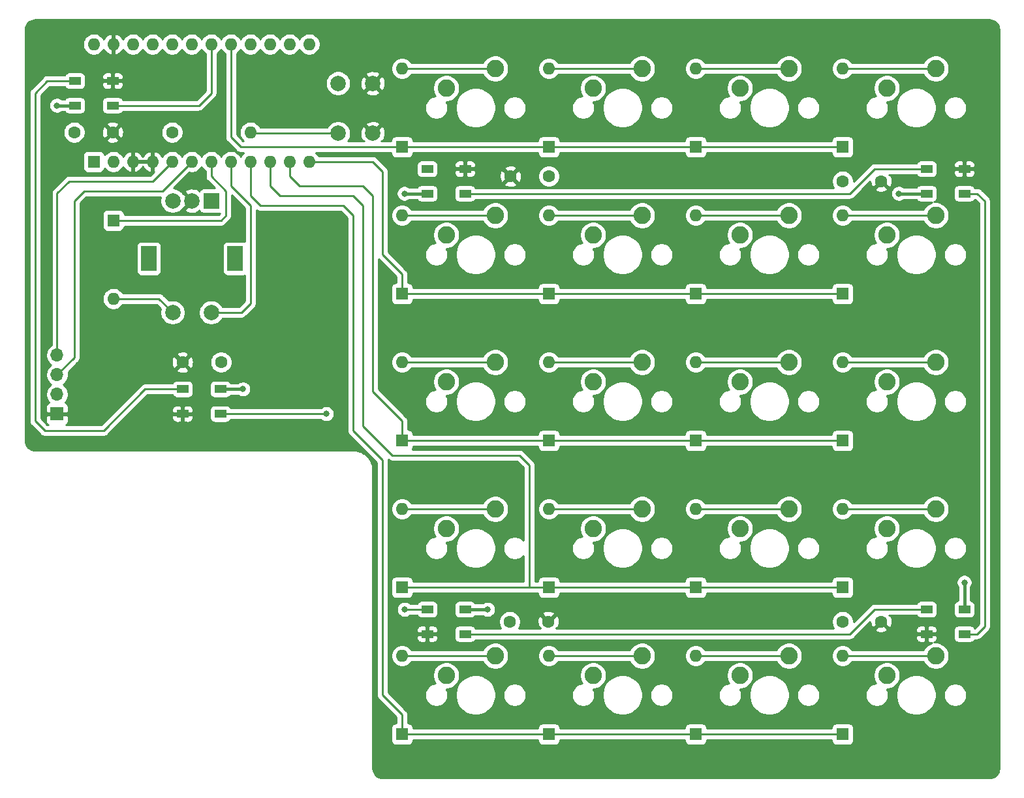
<source format=gbl>
G04 #@! TF.GenerationSoftware,KiCad,Pcbnew,(5.1.10)-1*
G04 #@! TF.CreationDate,2021-09-16T15:24:46+02:00*
G04 #@! TF.ProjectId,SheepyPad,53686565-7079-4506-9164-2e6b69636164,rev?*
G04 #@! TF.SameCoordinates,Original*
G04 #@! TF.FileFunction,Copper,L2,Bot*
G04 #@! TF.FilePolarity,Positive*
%FSLAX46Y46*%
G04 Gerber Fmt 4.6, Leading zero omitted, Abs format (unit mm)*
G04 Created by KiCad (PCBNEW (5.1.10)-1) date 2021-09-16 15:24:46*
%MOMM*%
%LPD*%
G01*
G04 APERTURE LIST*
G04 #@! TA.AperFunction,ComponentPad*
%ADD10C,1.600000*%
G04 #@! TD*
G04 #@! TA.AperFunction,ComponentPad*
%ADD11O,1.600000X1.600000*%
G04 #@! TD*
G04 #@! TA.AperFunction,ComponentPad*
%ADD12R,1.600000X1.600000*%
G04 #@! TD*
G04 #@! TA.AperFunction,ComponentPad*
%ADD13O,1.700000X1.700000*%
G04 #@! TD*
G04 #@! TA.AperFunction,ComponentPad*
%ADD14R,1.700000X1.700000*%
G04 #@! TD*
G04 #@! TA.AperFunction,SMDPad,CuDef*
%ADD15R,1.500000X1.000000*%
G04 #@! TD*
G04 #@! TA.AperFunction,ComponentPad*
%ADD16C,2.000000*%
G04 #@! TD*
G04 #@! TA.AperFunction,ComponentPad*
%ADD17C,2.250000*%
G04 #@! TD*
G04 #@! TA.AperFunction,ComponentPad*
%ADD18R,2.000000X2.000000*%
G04 #@! TD*
G04 #@! TA.AperFunction,ComponentPad*
%ADD19R,2.000000X3.200000*%
G04 #@! TD*
G04 #@! TA.AperFunction,ViaPad*
%ADD20C,0.800000*%
G04 #@! TD*
G04 #@! TA.AperFunction,Conductor*
%ADD21C,0.250000*%
G04 #@! TD*
G04 #@! TA.AperFunction,Conductor*
%ADD22C,0.381000*%
G04 #@! TD*
G04 #@! TA.AperFunction,Conductor*
%ADD23C,0.254000*%
G04 #@! TD*
G04 #@! TA.AperFunction,Conductor*
%ADD24C,0.100000*%
G04 #@! TD*
G04 APERTURE END LIST*
D10*
X69135000Y-58420000D03*
X64135000Y-58420000D03*
X120730000Y-64135000D03*
X125730000Y-64135000D03*
X168830000Y-64770000D03*
X163830000Y-64770000D03*
X168830000Y-121920000D03*
X163830000Y-121920000D03*
X125650000Y-121920000D03*
X120650000Y-121920000D03*
X78185000Y-88265000D03*
X83185000Y-88265000D03*
D11*
X94615000Y-62230000D03*
X92075000Y-62230000D03*
X89535000Y-62230000D03*
X66675000Y-46990000D03*
X86995000Y-62230000D03*
X69215000Y-46990000D03*
X84455000Y-62230000D03*
X71755000Y-46990000D03*
X81915000Y-62230000D03*
X74295000Y-46990000D03*
X79375000Y-62230000D03*
X76835000Y-46990000D03*
X76835000Y-62230000D03*
X79375000Y-46990000D03*
X74295000Y-62230000D03*
X81915000Y-46990000D03*
X71755000Y-62230000D03*
X84455000Y-46990000D03*
X69215000Y-62230000D03*
X86995000Y-46990000D03*
D12*
X66675000Y-62230000D03*
D11*
X89535000Y-46990000D03*
X92075000Y-46990000D03*
X94615000Y-46990000D03*
D13*
X61925000Y-87345000D03*
X61925000Y-89885000D03*
X61925000Y-92425000D03*
D14*
X61925000Y-94965000D03*
D15*
X109945000Y-66370000D03*
X109945000Y-63170000D03*
X114845000Y-66370000D03*
X114845000Y-63170000D03*
X114845000Y-120320000D03*
X114845000Y-123520000D03*
X109945000Y-120320000D03*
X109945000Y-123520000D03*
X174715000Y-66370000D03*
X174715000Y-63170000D03*
X179615000Y-66370000D03*
X179615000Y-63170000D03*
X83095000Y-91745000D03*
X83095000Y-94945000D03*
X78195000Y-91745000D03*
X78195000Y-94945000D03*
X179615000Y-120320000D03*
X179615000Y-123520000D03*
X174715000Y-120320000D03*
X174715000Y-123520000D03*
X64225000Y-54940000D03*
X64225000Y-51740000D03*
X69125000Y-54940000D03*
X69125000Y-51740000D03*
D16*
X102870000Y-58570000D03*
X98370000Y-58570000D03*
X102870000Y-52070000D03*
X98370000Y-52070000D03*
D11*
X86995000Y-58420000D03*
D10*
X76835000Y-58420000D03*
D11*
X69215000Y-80010000D03*
D12*
X69215000Y-69850000D03*
D17*
X118745000Y-50165000D03*
X112395000Y-52705000D03*
X118745000Y-107315000D03*
X112395000Y-109855000D03*
D11*
X144780000Y-69215000D03*
D12*
X144780000Y-79375000D03*
D18*
X81915000Y-67310000D03*
D16*
X79415000Y-67310000D03*
X76915000Y-67310000D03*
D19*
X85015000Y-74810000D03*
X73815000Y-74810000D03*
D16*
X81915000Y-81810000D03*
X76915000Y-81810000D03*
D17*
X175895000Y-126365000D03*
X169545000Y-128905000D03*
X175895000Y-107315000D03*
X169545000Y-109855000D03*
X175895000Y-88265000D03*
X169545000Y-90805000D03*
X175895000Y-69215000D03*
X169545000Y-71755000D03*
X175895000Y-50165000D03*
X169545000Y-52705000D03*
X156845000Y-126365000D03*
X150495000Y-128905000D03*
X156845000Y-107315000D03*
X150495000Y-109855000D03*
X156845000Y-88265000D03*
X150495000Y-90805000D03*
X156845000Y-69215000D03*
X150495000Y-71755000D03*
X156845000Y-50165000D03*
X150495000Y-52705000D03*
X137795000Y-126365000D03*
X131445000Y-128905000D03*
X137795000Y-107315000D03*
X131445000Y-109855000D03*
X137795000Y-88265000D03*
X131445000Y-90805000D03*
X137795000Y-69215000D03*
X131445000Y-71755000D03*
X137795000Y-50165000D03*
X131445000Y-52705000D03*
X118745000Y-126365000D03*
X112395000Y-128905000D03*
X118745000Y-88265000D03*
X112395000Y-90805000D03*
X118745000Y-69215000D03*
X112395000Y-71755000D03*
D11*
X163830000Y-126365000D03*
D12*
X163830000Y-136525000D03*
D11*
X163830000Y-107315000D03*
D12*
X163830000Y-117475000D03*
D11*
X163830000Y-88265000D03*
D12*
X163830000Y-98425000D03*
D11*
X163830000Y-69215000D03*
D12*
X163830000Y-79375000D03*
D11*
X163830000Y-50165000D03*
D12*
X163830000Y-60325000D03*
D11*
X144780000Y-126365000D03*
D12*
X144780000Y-136525000D03*
D11*
X144780000Y-107315000D03*
D12*
X144780000Y-117475000D03*
D11*
X144780000Y-88265000D03*
D12*
X144780000Y-98425000D03*
D11*
X144780000Y-50165000D03*
D12*
X144780000Y-60325000D03*
D11*
X125730000Y-126365000D03*
D12*
X125730000Y-136525000D03*
D11*
X125730000Y-107315000D03*
D12*
X125730000Y-117475000D03*
D11*
X125730000Y-88265000D03*
D12*
X125730000Y-98425000D03*
D11*
X125730000Y-69215000D03*
D12*
X125730000Y-79375000D03*
D11*
X125730000Y-50165000D03*
D12*
X125730000Y-60325000D03*
D11*
X106680000Y-126365000D03*
D12*
X106680000Y-136525000D03*
D11*
X106680000Y-107315000D03*
D12*
X106680000Y-117475000D03*
D11*
X106680000Y-88265000D03*
D12*
X106680000Y-98425000D03*
D11*
X106680000Y-69215000D03*
D12*
X106680000Y-79375000D03*
D11*
X106680000Y-50165000D03*
D12*
X106680000Y-60325000D03*
D20*
X86030000Y-91745000D03*
X179615000Y-116840000D03*
X171120000Y-66370000D03*
X106985000Y-66370000D03*
X117780000Y-120320000D03*
X61900000Y-54940000D03*
X96850000Y-94945000D03*
X107010000Y-120320000D03*
D21*
X87145000Y-58570000D02*
X86995000Y-58420000D01*
X98370000Y-58570000D02*
X87145000Y-58570000D01*
D22*
X83095000Y-91745000D02*
X86030000Y-91745000D01*
X86030000Y-91745000D02*
X86030000Y-91745000D01*
X174715000Y-66370000D02*
X171120000Y-66370000D01*
X171120000Y-66370000D02*
X171120000Y-66370000D01*
X109945000Y-66370000D02*
X106985000Y-66370000D01*
X106985000Y-66370000D02*
X106985000Y-66370000D01*
X179615000Y-116840000D02*
X179615000Y-120320000D01*
X114845000Y-120320000D02*
X117780000Y-120320000D01*
X117780000Y-120320000D02*
X117780000Y-120320000D01*
X64225000Y-54940000D02*
X61900000Y-54940000D01*
X61900000Y-54940000D02*
X61900000Y-54940000D01*
D21*
X106680000Y-50165000D02*
X118745000Y-50165000D01*
X106680000Y-69215000D02*
X118745000Y-69215000D01*
X106680000Y-88265000D02*
X118745000Y-88265000D01*
X118745000Y-107315000D02*
X106680000Y-107315000D01*
X106680000Y-126365000D02*
X118745000Y-126365000D01*
X125730000Y-50165000D02*
X137795000Y-50165000D01*
X125730000Y-69215000D02*
X137795000Y-69215000D01*
X137795000Y-88265000D02*
X125730000Y-88265000D01*
X137795000Y-107315000D02*
X125730000Y-107315000D01*
X125730000Y-126365000D02*
X137795000Y-126365000D01*
X144780000Y-50165000D02*
X156845000Y-50165000D01*
X144780000Y-88265000D02*
X156845000Y-88265000D01*
X144780000Y-107315000D02*
X156845000Y-107315000D01*
X144780000Y-126365000D02*
X156845000Y-126365000D01*
X163830000Y-50165000D02*
X175895000Y-50165000D01*
X163830000Y-69215000D02*
X175895000Y-69215000D01*
X163830000Y-88265000D02*
X175895000Y-88265000D01*
X163830000Y-107315000D02*
X175895000Y-107315000D01*
X163830000Y-126365000D02*
X175895000Y-126365000D01*
X144780000Y-69215000D02*
X156845000Y-69215000D01*
X106680000Y-60325000D02*
X163830000Y-60325000D01*
X106680000Y-60325000D02*
X85725000Y-60325000D01*
X84455000Y-59055000D02*
X84455000Y-46990000D01*
X85725000Y-60325000D02*
X84455000Y-59055000D01*
X106680000Y-79375000D02*
X122555000Y-79375000D01*
X122555000Y-79375000D02*
X123190000Y-79375000D01*
X123190000Y-79375000D02*
X163830000Y-79375000D01*
X106680000Y-79375000D02*
X106680000Y-76835000D01*
X106680000Y-76835000D02*
X104140000Y-74295000D01*
X104140000Y-74295000D02*
X104140000Y-63500000D01*
X102870000Y-62230000D02*
X94615000Y-62230000D01*
X104140000Y-63500000D02*
X102870000Y-62230000D01*
X106680000Y-98425000D02*
X122555000Y-98425000D01*
X122555000Y-98425000D02*
X123190000Y-98425000D01*
X123190000Y-98425000D02*
X163830000Y-98425000D01*
X106680000Y-95885000D02*
X106680000Y-98425000D01*
X102870000Y-92075000D02*
X106680000Y-95885000D01*
X102870000Y-66675000D02*
X102870000Y-92075000D01*
X101600000Y-65405000D02*
X102870000Y-66675000D01*
X92075000Y-64135000D02*
X93345000Y-65405000D01*
X93345000Y-65405000D02*
X101600000Y-65405000D01*
X92075000Y-62230000D02*
X92075000Y-64135000D01*
X106680000Y-117475000D02*
X122555000Y-117475000D01*
X122555000Y-117475000D02*
X123190000Y-117475000D01*
X123190000Y-117475000D02*
X163830000Y-117475000D01*
X123190000Y-101600000D02*
X123190000Y-117475000D01*
X121920000Y-100330000D02*
X123190000Y-101600000D01*
X105410000Y-100330000D02*
X121920000Y-100330000D01*
X101600000Y-96520000D02*
X105410000Y-100330000D01*
X100330000Y-66675000D02*
X101600000Y-67945000D01*
X90805000Y-66675000D02*
X100330000Y-66675000D01*
X89535000Y-65405000D02*
X90805000Y-66675000D01*
X101600000Y-67945000D02*
X101600000Y-96520000D01*
X89535000Y-62230000D02*
X89535000Y-65405000D01*
X106680000Y-136525000D02*
X163830000Y-136525000D01*
X86995000Y-66675000D02*
X86995000Y-62230000D01*
X88265000Y-67945000D02*
X86995000Y-66675000D01*
X99060000Y-67945000D02*
X88265000Y-67945000D01*
X100330000Y-97155000D02*
X100330000Y-69215000D01*
X104140000Y-100965000D02*
X100330000Y-97155000D01*
X100330000Y-69215000D02*
X99060000Y-67945000D01*
X106680000Y-136525000D02*
X106680000Y-133985000D01*
X104140000Y-131445000D02*
X106680000Y-133985000D01*
X104140000Y-100965000D02*
X104140000Y-131445000D01*
X76810000Y-81280000D02*
X76915000Y-81175000D01*
X76810000Y-81915000D02*
X76915000Y-81810000D01*
X75115000Y-80010000D02*
X76915000Y-81810000D01*
X69215000Y-80010000D02*
X75115000Y-80010000D01*
X81915000Y-67310000D02*
X81915000Y-66675000D01*
X84455000Y-65405000D02*
X84455000Y-62230000D01*
X86995000Y-67945000D02*
X84455000Y-65405000D01*
X86995000Y-80645000D02*
X86995000Y-67945000D01*
X85830000Y-81810000D02*
X86995000Y-80645000D01*
X81915000Y-81810000D02*
X85830000Y-81810000D01*
X69215000Y-69850000D02*
X83185000Y-69850000D01*
X83185000Y-69850000D02*
X83820000Y-69215000D01*
X83820000Y-69215000D02*
X83820000Y-66040000D01*
X83820000Y-66040000D02*
X81915000Y-64135000D01*
X81915000Y-64135000D02*
X81915000Y-62230000D01*
X61925000Y-87345000D02*
X61925000Y-67615000D01*
X76835000Y-62230000D02*
X74295000Y-64770000D01*
X74295000Y-64770000D02*
X63500000Y-64770000D01*
X61925000Y-66345000D02*
X61925000Y-67615000D01*
X63500000Y-64770000D02*
X61925000Y-66345000D01*
X76835000Y-64770000D02*
X79375000Y-62230000D01*
X75565000Y-66040000D02*
X76835000Y-64770000D01*
X65405000Y-66040000D02*
X75565000Y-66040000D01*
X64135000Y-67310000D02*
X65405000Y-66040000D01*
X64135000Y-87675000D02*
X64135000Y-67310000D01*
X61925000Y-89885000D02*
X64135000Y-87675000D01*
X73355000Y-91745000D02*
X78195000Y-91745000D01*
X67945000Y-97155000D02*
X73355000Y-91745000D01*
X59055000Y-95885000D02*
X60325000Y-97155000D01*
X59055000Y-53340000D02*
X59055000Y-95885000D01*
X60655000Y-51740000D02*
X59055000Y-53340000D01*
X60325000Y-97155000D02*
X67945000Y-97155000D01*
X64225000Y-51740000D02*
X60655000Y-51740000D01*
X81915000Y-50165000D02*
X81915000Y-46990000D01*
X69125000Y-54940000D02*
X80315000Y-54940000D01*
X81915000Y-53340000D02*
X81915000Y-50165000D01*
X80315000Y-54940000D02*
X81915000Y-53340000D01*
X181305000Y-66370000D02*
X179615000Y-66370000D01*
X182245000Y-67310000D02*
X181305000Y-66370000D01*
X182245000Y-122555000D02*
X182245000Y-67310000D01*
X181280000Y-123520000D02*
X182245000Y-122555000D01*
X179615000Y-123520000D02*
X181280000Y-123520000D01*
X114845000Y-123520000D02*
X164770000Y-123520000D01*
X167970000Y-120320000D02*
X174715000Y-120320000D01*
X164770000Y-123520000D02*
X167970000Y-120320000D01*
X83095000Y-94945000D02*
X96850000Y-94945000D01*
X96850000Y-94945000D02*
X96850000Y-94945000D01*
X109945000Y-120320000D02*
X107010000Y-120320000D01*
X107010000Y-120320000D02*
X107010000Y-120320000D01*
X114845000Y-66370000D02*
X164770000Y-66370000D01*
X167970000Y-63170000D02*
X174715000Y-63170000D01*
X164770000Y-66370000D02*
X167970000Y-63170000D01*
D23*
X183121204Y-43866815D02*
X183353226Y-43936867D01*
X183567222Y-44050650D01*
X183755041Y-44203832D01*
X183909530Y-44390577D01*
X184024801Y-44603769D01*
X184096472Y-44835300D01*
X184125000Y-45106725D01*
X184125000Y-45752419D01*
X184125001Y-45752429D01*
X184125000Y-140937723D01*
X184098185Y-141211205D01*
X184028133Y-141443226D01*
X183914350Y-141657222D01*
X183761169Y-141845039D01*
X183574424Y-141999529D01*
X183361231Y-142114802D01*
X183129701Y-142186472D01*
X182858276Y-142215000D01*
X104172277Y-142215000D01*
X103898795Y-142188185D01*
X103666774Y-142118133D01*
X103452778Y-142004350D01*
X103264961Y-141851169D01*
X103110471Y-141664424D01*
X102995198Y-141451231D01*
X102923528Y-141219701D01*
X102895000Y-140948276D01*
X102895000Y-102202581D01*
X102892155Y-102173699D01*
X102892238Y-102161883D01*
X102891338Y-102152712D01*
X102852475Y-101782958D01*
X102840449Y-101724371D01*
X102829238Y-101665601D01*
X102826574Y-101656779D01*
X102716633Y-101301615D01*
X102693449Y-101246464D01*
X102671044Y-101191008D01*
X102666717Y-101182872D01*
X102489885Y-100855827D01*
X102456469Y-100806285D01*
X102423680Y-100756178D01*
X102417855Y-100749037D01*
X102180866Y-100462568D01*
X102138451Y-100420448D01*
X102096569Y-100377679D01*
X102089468Y-100371805D01*
X101801351Y-100136822D01*
X101751540Y-100103728D01*
X101702168Y-100069922D01*
X101694062Y-100065539D01*
X101365790Y-99890994D01*
X101310489Y-99868201D01*
X101255504Y-99844634D01*
X101246700Y-99841909D01*
X100890778Y-99734449D01*
X100832078Y-99722826D01*
X100773584Y-99710393D01*
X100764422Y-99709430D01*
X100764420Y-99709430D01*
X100394404Y-99673150D01*
X100394402Y-99673150D01*
X100362419Y-99670000D01*
X59087277Y-99670000D01*
X58813795Y-99643185D01*
X58581774Y-99573133D01*
X58367778Y-99459350D01*
X58179961Y-99306169D01*
X58025471Y-99119424D01*
X57910198Y-98906231D01*
X57838528Y-98674701D01*
X57810000Y-98403276D01*
X57810000Y-53340000D01*
X58291324Y-53340000D01*
X58295000Y-53377322D01*
X58295001Y-95847667D01*
X58291324Y-95885000D01*
X58295001Y-95922333D01*
X58305998Y-96033986D01*
X58317169Y-96070812D01*
X58349454Y-96177246D01*
X58420026Y-96309276D01*
X58487362Y-96391324D01*
X58515000Y-96425001D01*
X58543998Y-96448799D01*
X59761200Y-97666002D01*
X59784999Y-97695001D01*
X59900724Y-97789974D01*
X60032753Y-97860546D01*
X60176014Y-97904003D01*
X60287667Y-97915000D01*
X60287676Y-97915000D01*
X60324999Y-97918676D01*
X60362322Y-97915000D01*
X67907678Y-97915000D01*
X67945000Y-97918676D01*
X67982322Y-97915000D01*
X67982333Y-97915000D01*
X68093986Y-97904003D01*
X68237247Y-97860546D01*
X68369276Y-97789974D01*
X68485001Y-97695001D01*
X68508804Y-97665997D01*
X70729801Y-95445000D01*
X76806928Y-95445000D01*
X76819188Y-95569482D01*
X76855498Y-95689180D01*
X76914463Y-95799494D01*
X76993815Y-95896185D01*
X77090506Y-95975537D01*
X77200820Y-96034502D01*
X77320518Y-96070812D01*
X77445000Y-96083072D01*
X77909250Y-96080000D01*
X78068000Y-95921250D01*
X78068000Y-95072000D01*
X78322000Y-95072000D01*
X78322000Y-95921250D01*
X78480750Y-96080000D01*
X78945000Y-96083072D01*
X79069482Y-96070812D01*
X79189180Y-96034502D01*
X79299494Y-95975537D01*
X79396185Y-95896185D01*
X79475537Y-95799494D01*
X79534502Y-95689180D01*
X79570812Y-95569482D01*
X79583072Y-95445000D01*
X79580000Y-95230750D01*
X79421250Y-95072000D01*
X78322000Y-95072000D01*
X78068000Y-95072000D01*
X76968750Y-95072000D01*
X76810000Y-95230750D01*
X76806928Y-95445000D01*
X70729801Y-95445000D01*
X71729801Y-94445000D01*
X76806928Y-94445000D01*
X76810000Y-94659250D01*
X76968750Y-94818000D01*
X78068000Y-94818000D01*
X78068000Y-93968750D01*
X78322000Y-93968750D01*
X78322000Y-94818000D01*
X79421250Y-94818000D01*
X79580000Y-94659250D01*
X79583072Y-94445000D01*
X81706928Y-94445000D01*
X81706928Y-95445000D01*
X81719188Y-95569482D01*
X81755498Y-95689180D01*
X81814463Y-95799494D01*
X81893815Y-95896185D01*
X81990506Y-95975537D01*
X82100820Y-96034502D01*
X82220518Y-96070812D01*
X82345000Y-96083072D01*
X83845000Y-96083072D01*
X83969482Y-96070812D01*
X84089180Y-96034502D01*
X84199494Y-95975537D01*
X84296185Y-95896185D01*
X84375537Y-95799494D01*
X84426046Y-95705000D01*
X96146289Y-95705000D01*
X96190226Y-95748937D01*
X96359744Y-95862205D01*
X96548102Y-95940226D01*
X96748061Y-95980000D01*
X96951939Y-95980000D01*
X97151898Y-95940226D01*
X97340256Y-95862205D01*
X97509774Y-95748937D01*
X97653937Y-95604774D01*
X97767205Y-95435256D01*
X97845226Y-95246898D01*
X97885000Y-95046939D01*
X97885000Y-94843061D01*
X97845226Y-94643102D01*
X97767205Y-94454744D01*
X97653937Y-94285226D01*
X97509774Y-94141063D01*
X97340256Y-94027795D01*
X97151898Y-93949774D01*
X96951939Y-93910000D01*
X96748061Y-93910000D01*
X96548102Y-93949774D01*
X96359744Y-94027795D01*
X96190226Y-94141063D01*
X96146289Y-94185000D01*
X84426046Y-94185000D01*
X84375537Y-94090506D01*
X84296185Y-93993815D01*
X84199494Y-93914463D01*
X84089180Y-93855498D01*
X83969482Y-93819188D01*
X83845000Y-93806928D01*
X82345000Y-93806928D01*
X82220518Y-93819188D01*
X82100820Y-93855498D01*
X81990506Y-93914463D01*
X81893815Y-93993815D01*
X81814463Y-94090506D01*
X81755498Y-94200820D01*
X81719188Y-94320518D01*
X81706928Y-94445000D01*
X79583072Y-94445000D01*
X79570812Y-94320518D01*
X79534502Y-94200820D01*
X79475537Y-94090506D01*
X79396185Y-93993815D01*
X79299494Y-93914463D01*
X79189180Y-93855498D01*
X79069482Y-93819188D01*
X78945000Y-93806928D01*
X78480750Y-93810000D01*
X78322000Y-93968750D01*
X78068000Y-93968750D01*
X77909250Y-93810000D01*
X77445000Y-93806928D01*
X77320518Y-93819188D01*
X77200820Y-93855498D01*
X77090506Y-93914463D01*
X76993815Y-93993815D01*
X76914463Y-94090506D01*
X76855498Y-94200820D01*
X76819188Y-94320518D01*
X76806928Y-94445000D01*
X71729801Y-94445000D01*
X73669802Y-92505000D01*
X76863954Y-92505000D01*
X76914463Y-92599494D01*
X76993815Y-92696185D01*
X77090506Y-92775537D01*
X77200820Y-92834502D01*
X77320518Y-92870812D01*
X77445000Y-92883072D01*
X78945000Y-92883072D01*
X79069482Y-92870812D01*
X79189180Y-92834502D01*
X79299494Y-92775537D01*
X79396185Y-92696185D01*
X79475537Y-92599494D01*
X79534502Y-92489180D01*
X79570812Y-92369482D01*
X79583072Y-92245000D01*
X79583072Y-91245000D01*
X81706928Y-91245000D01*
X81706928Y-92245000D01*
X81719188Y-92369482D01*
X81755498Y-92489180D01*
X81814463Y-92599494D01*
X81893815Y-92696185D01*
X81990506Y-92775537D01*
X82100820Y-92834502D01*
X82220518Y-92870812D01*
X82345000Y-92883072D01*
X83845000Y-92883072D01*
X83969482Y-92870812D01*
X84089180Y-92834502D01*
X84199494Y-92775537D01*
X84296185Y-92696185D01*
X84375537Y-92599494D01*
X84391035Y-92570500D01*
X85402497Y-92570500D01*
X85539744Y-92662205D01*
X85728102Y-92740226D01*
X85928061Y-92780000D01*
X86131939Y-92780000D01*
X86331898Y-92740226D01*
X86520256Y-92662205D01*
X86689774Y-92548937D01*
X86833937Y-92404774D01*
X86947205Y-92235256D01*
X87025226Y-92046898D01*
X87065000Y-91846939D01*
X87065000Y-91643061D01*
X87025226Y-91443102D01*
X86947205Y-91254744D01*
X86833937Y-91085226D01*
X86689774Y-90941063D01*
X86520256Y-90827795D01*
X86331898Y-90749774D01*
X86131939Y-90710000D01*
X85928061Y-90710000D01*
X85728102Y-90749774D01*
X85539744Y-90827795D01*
X85402497Y-90919500D01*
X84391035Y-90919500D01*
X84375537Y-90890506D01*
X84296185Y-90793815D01*
X84199494Y-90714463D01*
X84089180Y-90655498D01*
X83969482Y-90619188D01*
X83845000Y-90606928D01*
X82345000Y-90606928D01*
X82220518Y-90619188D01*
X82100820Y-90655498D01*
X81990506Y-90714463D01*
X81893815Y-90793815D01*
X81814463Y-90890506D01*
X81755498Y-91000820D01*
X81719188Y-91120518D01*
X81706928Y-91245000D01*
X79583072Y-91245000D01*
X79570812Y-91120518D01*
X79534502Y-91000820D01*
X79475537Y-90890506D01*
X79396185Y-90793815D01*
X79299494Y-90714463D01*
X79189180Y-90655498D01*
X79069482Y-90619188D01*
X78945000Y-90606928D01*
X77445000Y-90606928D01*
X77320518Y-90619188D01*
X77200820Y-90655498D01*
X77090506Y-90714463D01*
X76993815Y-90793815D01*
X76914463Y-90890506D01*
X76863954Y-90985000D01*
X73392322Y-90985000D01*
X73354999Y-90981324D01*
X73317676Y-90985000D01*
X73317667Y-90985000D01*
X73206014Y-90995997D01*
X73062753Y-91039454D01*
X72930724Y-91110026D01*
X72814999Y-91204999D01*
X72791201Y-91233997D01*
X67630199Y-96395000D01*
X63036957Y-96395000D01*
X63129494Y-96345537D01*
X63226185Y-96266185D01*
X63305537Y-96169494D01*
X63364502Y-96059180D01*
X63400812Y-95939482D01*
X63413072Y-95815000D01*
X63410000Y-95250750D01*
X63251250Y-95092000D01*
X62052000Y-95092000D01*
X62052000Y-95112000D01*
X61798000Y-95112000D01*
X61798000Y-95092000D01*
X60598750Y-95092000D01*
X60440000Y-95250750D01*
X60436928Y-95815000D01*
X60449188Y-95939482D01*
X60485498Y-96059180D01*
X60544463Y-96169494D01*
X60623815Y-96266185D01*
X60720506Y-96345537D01*
X60813043Y-96395000D01*
X60639802Y-96395000D01*
X59815000Y-95570199D01*
X59815000Y-94115000D01*
X60436928Y-94115000D01*
X60440000Y-94679250D01*
X60598750Y-94838000D01*
X61798000Y-94838000D01*
X61798000Y-94818000D01*
X62052000Y-94818000D01*
X62052000Y-94838000D01*
X63251250Y-94838000D01*
X63410000Y-94679250D01*
X63413072Y-94115000D01*
X63400812Y-93990518D01*
X63364502Y-93870820D01*
X63305537Y-93760506D01*
X63226185Y-93663815D01*
X63129494Y-93584463D01*
X63019180Y-93525498D01*
X62946620Y-93503487D01*
X63078475Y-93371632D01*
X63240990Y-93128411D01*
X63352932Y-92858158D01*
X63410000Y-92571260D01*
X63410000Y-92278740D01*
X63352932Y-91991842D01*
X63240990Y-91721589D01*
X63078475Y-91478368D01*
X62871632Y-91271525D01*
X62697240Y-91155000D01*
X62871632Y-91038475D01*
X63078475Y-90831632D01*
X63240990Y-90588411D01*
X63352932Y-90318158D01*
X63410000Y-90031260D01*
X63410000Y-89738740D01*
X63366209Y-89518592D01*
X63627099Y-89257702D01*
X77371903Y-89257702D01*
X77443486Y-89501671D01*
X77698996Y-89622571D01*
X77973184Y-89691300D01*
X78255512Y-89705217D01*
X78535130Y-89663787D01*
X78801292Y-89568603D01*
X78926514Y-89501671D01*
X78998097Y-89257702D01*
X78185000Y-88444605D01*
X77371903Y-89257702D01*
X63627099Y-89257702D01*
X64549289Y-88335512D01*
X76744783Y-88335512D01*
X76786213Y-88615130D01*
X76881397Y-88881292D01*
X76948329Y-89006514D01*
X77192298Y-89078097D01*
X78005395Y-88265000D01*
X78364605Y-88265000D01*
X79177702Y-89078097D01*
X79421671Y-89006514D01*
X79542571Y-88751004D01*
X79611300Y-88476816D01*
X79625217Y-88194488D01*
X79614724Y-88123665D01*
X81750000Y-88123665D01*
X81750000Y-88406335D01*
X81805147Y-88683574D01*
X81913320Y-88944727D01*
X82070363Y-89179759D01*
X82270241Y-89379637D01*
X82505273Y-89536680D01*
X82766426Y-89644853D01*
X83043665Y-89700000D01*
X83326335Y-89700000D01*
X83603574Y-89644853D01*
X83864727Y-89536680D01*
X84099759Y-89379637D01*
X84299637Y-89179759D01*
X84456680Y-88944727D01*
X84564853Y-88683574D01*
X84620000Y-88406335D01*
X84620000Y-88123665D01*
X84564853Y-87846426D01*
X84456680Y-87585273D01*
X84299637Y-87350241D01*
X84099759Y-87150363D01*
X83864727Y-86993320D01*
X83603574Y-86885147D01*
X83326335Y-86830000D01*
X83043665Y-86830000D01*
X82766426Y-86885147D01*
X82505273Y-86993320D01*
X82270241Y-87150363D01*
X82070363Y-87350241D01*
X81913320Y-87585273D01*
X81805147Y-87846426D01*
X81750000Y-88123665D01*
X79614724Y-88123665D01*
X79583787Y-87914870D01*
X79488603Y-87648708D01*
X79421671Y-87523486D01*
X79177702Y-87451903D01*
X78364605Y-88265000D01*
X78005395Y-88265000D01*
X77192298Y-87451903D01*
X76948329Y-87523486D01*
X76827429Y-87778996D01*
X76758700Y-88053184D01*
X76744783Y-88335512D01*
X64549289Y-88335512D01*
X64646004Y-88238798D01*
X64675001Y-88215001D01*
X64701332Y-88182917D01*
X64769974Y-88099277D01*
X64840546Y-87967247D01*
X64856434Y-87914870D01*
X64884003Y-87823986D01*
X64895000Y-87712333D01*
X64895000Y-87712323D01*
X64898676Y-87675000D01*
X64895000Y-87637677D01*
X64895000Y-87272298D01*
X77371903Y-87272298D01*
X78185000Y-88085395D01*
X78998097Y-87272298D01*
X78926514Y-87028329D01*
X78671004Y-86907429D01*
X78396816Y-86838700D01*
X78114488Y-86824783D01*
X77834870Y-86866213D01*
X77568708Y-86961397D01*
X77443486Y-87028329D01*
X77371903Y-87272298D01*
X64895000Y-87272298D01*
X64895000Y-79868665D01*
X67780000Y-79868665D01*
X67780000Y-80151335D01*
X67835147Y-80428574D01*
X67943320Y-80689727D01*
X68100363Y-80924759D01*
X68300241Y-81124637D01*
X68535273Y-81281680D01*
X68796426Y-81389853D01*
X69073665Y-81445000D01*
X69356335Y-81445000D01*
X69633574Y-81389853D01*
X69894727Y-81281680D01*
X70129759Y-81124637D01*
X70329637Y-80924759D01*
X70433043Y-80770000D01*
X74800199Y-80770000D01*
X75348823Y-81318625D01*
X75342832Y-81333088D01*
X75280000Y-81648967D01*
X75280000Y-81971033D01*
X75342832Y-82286912D01*
X75466082Y-82584463D01*
X75645013Y-82852252D01*
X75872748Y-83079987D01*
X76140537Y-83258918D01*
X76438088Y-83382168D01*
X76753967Y-83445000D01*
X77076033Y-83445000D01*
X77391912Y-83382168D01*
X77689463Y-83258918D01*
X77957252Y-83079987D01*
X78184987Y-82852252D01*
X78363918Y-82584463D01*
X78487168Y-82286912D01*
X78550000Y-81971033D01*
X78550000Y-81648967D01*
X78487168Y-81333088D01*
X78363918Y-81035537D01*
X78184987Y-80767748D01*
X77957252Y-80540013D01*
X77689463Y-80361082D01*
X77391912Y-80237832D01*
X77076033Y-80175000D01*
X76753967Y-80175000D01*
X76438088Y-80237832D01*
X76423625Y-80243823D01*
X75678803Y-79499002D01*
X75655001Y-79469999D01*
X75539276Y-79375026D01*
X75407247Y-79304454D01*
X75263986Y-79260997D01*
X75152333Y-79250000D01*
X75152322Y-79250000D01*
X75115000Y-79246324D01*
X75077678Y-79250000D01*
X70433043Y-79250000D01*
X70329637Y-79095241D01*
X70129759Y-78895363D01*
X69894727Y-78738320D01*
X69633574Y-78630147D01*
X69356335Y-78575000D01*
X69073665Y-78575000D01*
X68796426Y-78630147D01*
X68535273Y-78738320D01*
X68300241Y-78895363D01*
X68100363Y-79095241D01*
X67943320Y-79330273D01*
X67835147Y-79591426D01*
X67780000Y-79868665D01*
X64895000Y-79868665D01*
X64895000Y-73210000D01*
X72176928Y-73210000D01*
X72176928Y-76410000D01*
X72189188Y-76534482D01*
X72225498Y-76654180D01*
X72284463Y-76764494D01*
X72363815Y-76861185D01*
X72460506Y-76940537D01*
X72570820Y-76999502D01*
X72690518Y-77035812D01*
X72815000Y-77048072D01*
X74815000Y-77048072D01*
X74939482Y-77035812D01*
X75059180Y-76999502D01*
X75169494Y-76940537D01*
X75266185Y-76861185D01*
X75345537Y-76764494D01*
X75404502Y-76654180D01*
X75440812Y-76534482D01*
X75453072Y-76410000D01*
X75453072Y-73210000D01*
X75440812Y-73085518D01*
X75404502Y-72965820D01*
X75345537Y-72855506D01*
X75266185Y-72758815D01*
X75169494Y-72679463D01*
X75059180Y-72620498D01*
X74939482Y-72584188D01*
X74815000Y-72571928D01*
X72815000Y-72571928D01*
X72690518Y-72584188D01*
X72570820Y-72620498D01*
X72460506Y-72679463D01*
X72363815Y-72758815D01*
X72284463Y-72855506D01*
X72225498Y-72965820D01*
X72189188Y-73085518D01*
X72176928Y-73210000D01*
X64895000Y-73210000D01*
X64895000Y-67624801D01*
X65719802Y-66800000D01*
X75356538Y-66800000D01*
X75342832Y-66833088D01*
X75280000Y-67148967D01*
X75280000Y-67471033D01*
X75342832Y-67786912D01*
X75466082Y-68084463D01*
X75645013Y-68352252D01*
X75872748Y-68579987D01*
X76140537Y-68758918D01*
X76438088Y-68882168D01*
X76753967Y-68945000D01*
X77076033Y-68945000D01*
X77391912Y-68882168D01*
X77689463Y-68758918D01*
X77957252Y-68579987D01*
X78184987Y-68352252D01*
X78249925Y-68255065D01*
X78279587Y-68265808D01*
X79235395Y-67310000D01*
X78279587Y-66354192D01*
X78249925Y-66364935D01*
X78184987Y-66267748D01*
X77957252Y-66040013D01*
X77689463Y-65861082D01*
X77391912Y-65737832D01*
X77076033Y-65675000D01*
X77004802Y-65675000D01*
X77398799Y-65281003D01*
X77398803Y-65280998D01*
X79051114Y-63628688D01*
X79233665Y-63665000D01*
X79516335Y-63665000D01*
X79793574Y-63609853D01*
X80054727Y-63501680D01*
X80289759Y-63344637D01*
X80489637Y-63144759D01*
X80645000Y-62912241D01*
X80800363Y-63144759D01*
X81000241Y-63344637D01*
X81155000Y-63448044D01*
X81155000Y-64097677D01*
X81151324Y-64135000D01*
X81155000Y-64172322D01*
X81155000Y-64172332D01*
X81165997Y-64283985D01*
X81186455Y-64351426D01*
X81209454Y-64427246D01*
X81280026Y-64559276D01*
X81305565Y-64590395D01*
X81374999Y-64675001D01*
X81404003Y-64698804D01*
X82377126Y-65671928D01*
X80915000Y-65671928D01*
X80790518Y-65684188D01*
X80670820Y-65720498D01*
X80560506Y-65779463D01*
X80463815Y-65858815D01*
X80384463Y-65955506D01*
X80329024Y-66059223D01*
X80275044Y-65910186D01*
X79985429Y-65769296D01*
X79673892Y-65687616D01*
X79352405Y-65668282D01*
X79033325Y-65712039D01*
X78728912Y-65817205D01*
X78554956Y-65910186D01*
X78459192Y-66174587D01*
X79415000Y-67130395D01*
X79429143Y-67116253D01*
X79608748Y-67295858D01*
X79594605Y-67310000D01*
X79608748Y-67324143D01*
X79429143Y-67503748D01*
X79415000Y-67489605D01*
X78459192Y-68445413D01*
X78554956Y-68709814D01*
X78844571Y-68850704D01*
X79156108Y-68932384D01*
X79477595Y-68951718D01*
X79796675Y-68907961D01*
X80101088Y-68802795D01*
X80275044Y-68709814D01*
X80329024Y-68560777D01*
X80384463Y-68664494D01*
X80463815Y-68761185D01*
X80560506Y-68840537D01*
X80670820Y-68899502D01*
X80790518Y-68935812D01*
X80915000Y-68948072D01*
X82915000Y-68948072D01*
X83022737Y-68937461D01*
X82870199Y-69090000D01*
X70653072Y-69090000D01*
X70653072Y-69050000D01*
X70640812Y-68925518D01*
X70604502Y-68805820D01*
X70545537Y-68695506D01*
X70466185Y-68598815D01*
X70369494Y-68519463D01*
X70259180Y-68460498D01*
X70139482Y-68424188D01*
X70015000Y-68411928D01*
X68415000Y-68411928D01*
X68290518Y-68424188D01*
X68170820Y-68460498D01*
X68060506Y-68519463D01*
X67963815Y-68598815D01*
X67884463Y-68695506D01*
X67825498Y-68805820D01*
X67789188Y-68925518D01*
X67776928Y-69050000D01*
X67776928Y-70650000D01*
X67789188Y-70774482D01*
X67825498Y-70894180D01*
X67884463Y-71004494D01*
X67963815Y-71101185D01*
X68060506Y-71180537D01*
X68170820Y-71239502D01*
X68290518Y-71275812D01*
X68415000Y-71288072D01*
X70015000Y-71288072D01*
X70139482Y-71275812D01*
X70259180Y-71239502D01*
X70369494Y-71180537D01*
X70466185Y-71101185D01*
X70545537Y-71004494D01*
X70604502Y-70894180D01*
X70640812Y-70774482D01*
X70653072Y-70650000D01*
X70653072Y-70610000D01*
X83147678Y-70610000D01*
X83185000Y-70613676D01*
X83222322Y-70610000D01*
X83222333Y-70610000D01*
X83333986Y-70599003D01*
X83477247Y-70555546D01*
X83609276Y-70484974D01*
X83725001Y-70390001D01*
X83748803Y-70360998D01*
X84331004Y-69778798D01*
X84360001Y-69755001D01*
X84454974Y-69639276D01*
X84525546Y-69507247D01*
X84569003Y-69363986D01*
X84580000Y-69252333D01*
X84580000Y-69252332D01*
X84583677Y-69215000D01*
X84580000Y-69177667D01*
X84580000Y-66604802D01*
X86235001Y-68259804D01*
X86235001Y-72613163D01*
X86139482Y-72584188D01*
X86015000Y-72571928D01*
X84015000Y-72571928D01*
X83890518Y-72584188D01*
X83770820Y-72620498D01*
X83660506Y-72679463D01*
X83563815Y-72758815D01*
X83484463Y-72855506D01*
X83425498Y-72965820D01*
X83389188Y-73085518D01*
X83376928Y-73210000D01*
X83376928Y-76410000D01*
X83389188Y-76534482D01*
X83425498Y-76654180D01*
X83484463Y-76764494D01*
X83563815Y-76861185D01*
X83660506Y-76940537D01*
X83770820Y-76999502D01*
X83890518Y-77035812D01*
X84015000Y-77048072D01*
X86015000Y-77048072D01*
X86139482Y-77035812D01*
X86235000Y-77006837D01*
X86235000Y-80330198D01*
X85515199Y-81050000D01*
X83369909Y-81050000D01*
X83363918Y-81035537D01*
X83184987Y-80767748D01*
X82957252Y-80540013D01*
X82689463Y-80361082D01*
X82391912Y-80237832D01*
X82076033Y-80175000D01*
X81753967Y-80175000D01*
X81438088Y-80237832D01*
X81140537Y-80361082D01*
X80872748Y-80540013D01*
X80645013Y-80767748D01*
X80466082Y-81035537D01*
X80342832Y-81333088D01*
X80280000Y-81648967D01*
X80280000Y-81971033D01*
X80342832Y-82286912D01*
X80466082Y-82584463D01*
X80645013Y-82852252D01*
X80872748Y-83079987D01*
X81140537Y-83258918D01*
X81438088Y-83382168D01*
X81753967Y-83445000D01*
X82076033Y-83445000D01*
X82391912Y-83382168D01*
X82689463Y-83258918D01*
X82957252Y-83079987D01*
X83184987Y-82852252D01*
X83363918Y-82584463D01*
X83369909Y-82570000D01*
X85792678Y-82570000D01*
X85830000Y-82573676D01*
X85867322Y-82570000D01*
X85867333Y-82570000D01*
X85978986Y-82559003D01*
X86122247Y-82515546D01*
X86254276Y-82444974D01*
X86370001Y-82350001D01*
X86393804Y-82320997D01*
X87506004Y-81208798D01*
X87535001Y-81185001D01*
X87629974Y-81069276D01*
X87700546Y-80937247D01*
X87744003Y-80793986D01*
X87755000Y-80682333D01*
X87755000Y-80682323D01*
X87758676Y-80645000D01*
X87755000Y-80607677D01*
X87755000Y-68509622D01*
X87840724Y-68579974D01*
X87972753Y-68650546D01*
X88116014Y-68694003D01*
X88227667Y-68705000D01*
X88227676Y-68705000D01*
X88264999Y-68708676D01*
X88302322Y-68705000D01*
X98745199Y-68705000D01*
X99570001Y-69529803D01*
X99570000Y-97117678D01*
X99566324Y-97155000D01*
X99570000Y-97192322D01*
X99570000Y-97192332D01*
X99580997Y-97303985D01*
X99612790Y-97408793D01*
X99624454Y-97447246D01*
X99695026Y-97579276D01*
X99731688Y-97623948D01*
X99789999Y-97695001D01*
X99819003Y-97718804D01*
X103380000Y-101279802D01*
X103380001Y-131407667D01*
X103376324Y-131445000D01*
X103390998Y-131593985D01*
X103434454Y-131737246D01*
X103505026Y-131869276D01*
X103518301Y-131885451D01*
X103600000Y-131985001D01*
X103628998Y-132008799D01*
X105920001Y-134299804D01*
X105920001Y-135086928D01*
X105880000Y-135086928D01*
X105755518Y-135099188D01*
X105635820Y-135135498D01*
X105525506Y-135194463D01*
X105428815Y-135273815D01*
X105349463Y-135370506D01*
X105290498Y-135480820D01*
X105254188Y-135600518D01*
X105241928Y-135725000D01*
X105241928Y-137325000D01*
X105254188Y-137449482D01*
X105290498Y-137569180D01*
X105349463Y-137679494D01*
X105428815Y-137776185D01*
X105525506Y-137855537D01*
X105635820Y-137914502D01*
X105755518Y-137950812D01*
X105880000Y-137963072D01*
X107480000Y-137963072D01*
X107604482Y-137950812D01*
X107724180Y-137914502D01*
X107834494Y-137855537D01*
X107931185Y-137776185D01*
X108010537Y-137679494D01*
X108069502Y-137569180D01*
X108105812Y-137449482D01*
X108118072Y-137325000D01*
X108118072Y-137285000D01*
X124291928Y-137285000D01*
X124291928Y-137325000D01*
X124304188Y-137449482D01*
X124340498Y-137569180D01*
X124399463Y-137679494D01*
X124478815Y-137776185D01*
X124575506Y-137855537D01*
X124685820Y-137914502D01*
X124805518Y-137950812D01*
X124930000Y-137963072D01*
X126530000Y-137963072D01*
X126654482Y-137950812D01*
X126774180Y-137914502D01*
X126884494Y-137855537D01*
X126981185Y-137776185D01*
X127060537Y-137679494D01*
X127119502Y-137569180D01*
X127155812Y-137449482D01*
X127168072Y-137325000D01*
X127168072Y-137285000D01*
X143341928Y-137285000D01*
X143341928Y-137325000D01*
X143354188Y-137449482D01*
X143390498Y-137569180D01*
X143449463Y-137679494D01*
X143528815Y-137776185D01*
X143625506Y-137855537D01*
X143735820Y-137914502D01*
X143855518Y-137950812D01*
X143980000Y-137963072D01*
X145580000Y-137963072D01*
X145704482Y-137950812D01*
X145824180Y-137914502D01*
X145934494Y-137855537D01*
X146031185Y-137776185D01*
X146110537Y-137679494D01*
X146169502Y-137569180D01*
X146205812Y-137449482D01*
X146218072Y-137325000D01*
X146218072Y-137285000D01*
X162391928Y-137285000D01*
X162391928Y-137325000D01*
X162404188Y-137449482D01*
X162440498Y-137569180D01*
X162499463Y-137679494D01*
X162578815Y-137776185D01*
X162675506Y-137855537D01*
X162785820Y-137914502D01*
X162905518Y-137950812D01*
X163030000Y-137963072D01*
X164630000Y-137963072D01*
X164754482Y-137950812D01*
X164874180Y-137914502D01*
X164984494Y-137855537D01*
X165081185Y-137776185D01*
X165160537Y-137679494D01*
X165219502Y-137569180D01*
X165255812Y-137449482D01*
X165268072Y-137325000D01*
X165268072Y-135725000D01*
X165255812Y-135600518D01*
X165219502Y-135480820D01*
X165160537Y-135370506D01*
X165081185Y-135273815D01*
X164984494Y-135194463D01*
X164874180Y-135135498D01*
X164754482Y-135099188D01*
X164630000Y-135086928D01*
X163030000Y-135086928D01*
X162905518Y-135099188D01*
X162785820Y-135135498D01*
X162675506Y-135194463D01*
X162578815Y-135273815D01*
X162499463Y-135370506D01*
X162440498Y-135480820D01*
X162404188Y-135600518D01*
X162391928Y-135725000D01*
X162391928Y-135765000D01*
X146218072Y-135765000D01*
X146218072Y-135725000D01*
X146205812Y-135600518D01*
X146169502Y-135480820D01*
X146110537Y-135370506D01*
X146031185Y-135273815D01*
X145934494Y-135194463D01*
X145824180Y-135135498D01*
X145704482Y-135099188D01*
X145580000Y-135086928D01*
X143980000Y-135086928D01*
X143855518Y-135099188D01*
X143735820Y-135135498D01*
X143625506Y-135194463D01*
X143528815Y-135273815D01*
X143449463Y-135370506D01*
X143390498Y-135480820D01*
X143354188Y-135600518D01*
X143341928Y-135725000D01*
X143341928Y-135765000D01*
X127168072Y-135765000D01*
X127168072Y-135725000D01*
X127155812Y-135600518D01*
X127119502Y-135480820D01*
X127060537Y-135370506D01*
X126981185Y-135273815D01*
X126884494Y-135194463D01*
X126774180Y-135135498D01*
X126654482Y-135099188D01*
X126530000Y-135086928D01*
X124930000Y-135086928D01*
X124805518Y-135099188D01*
X124685820Y-135135498D01*
X124575506Y-135194463D01*
X124478815Y-135273815D01*
X124399463Y-135370506D01*
X124340498Y-135480820D01*
X124304188Y-135600518D01*
X124291928Y-135725000D01*
X124291928Y-135765000D01*
X108118072Y-135765000D01*
X108118072Y-135725000D01*
X108105812Y-135600518D01*
X108069502Y-135480820D01*
X108010537Y-135370506D01*
X107931185Y-135273815D01*
X107834494Y-135194463D01*
X107724180Y-135135498D01*
X107604482Y-135099188D01*
X107480000Y-135086928D01*
X107440000Y-135086928D01*
X107440000Y-134022322D01*
X107443676Y-133984999D01*
X107440000Y-133947676D01*
X107440000Y-133947667D01*
X107429003Y-133836014D01*
X107385546Y-133692753D01*
X107314974Y-133560724D01*
X107301811Y-133544685D01*
X107243799Y-133473996D01*
X107243795Y-133473992D01*
X107220001Y-133444999D01*
X107191008Y-133421205D01*
X105066080Y-131296278D01*
X109615000Y-131296278D01*
X109615000Y-131593722D01*
X109673029Y-131885451D01*
X109786856Y-132160253D01*
X109952107Y-132407569D01*
X110162431Y-132617893D01*
X110409747Y-132783144D01*
X110684549Y-132896971D01*
X110976278Y-132955000D01*
X111273722Y-132955000D01*
X111565451Y-132896971D01*
X111840253Y-132783144D01*
X112087569Y-132617893D01*
X112297893Y-132407569D01*
X112463144Y-132160253D01*
X112576971Y-131885451D01*
X112635000Y-131593722D01*
X112635000Y-131296278D01*
X112613080Y-131186076D01*
X113576100Y-131186076D01*
X113576100Y-131703924D01*
X113677127Y-132211822D01*
X113875299Y-132690251D01*
X114163000Y-133120826D01*
X114529174Y-133487000D01*
X114959749Y-133774701D01*
X115438178Y-133972873D01*
X115946076Y-134073900D01*
X116463924Y-134073900D01*
X116971822Y-133972873D01*
X117450251Y-133774701D01*
X117880826Y-133487000D01*
X118247000Y-133120826D01*
X118534701Y-132690251D01*
X118732873Y-132211822D01*
X118833900Y-131703924D01*
X118833900Y-131296278D01*
X119775000Y-131296278D01*
X119775000Y-131593722D01*
X119833029Y-131885451D01*
X119946856Y-132160253D01*
X120112107Y-132407569D01*
X120322431Y-132617893D01*
X120569747Y-132783144D01*
X120844549Y-132896971D01*
X121136278Y-132955000D01*
X121433722Y-132955000D01*
X121725451Y-132896971D01*
X122000253Y-132783144D01*
X122247569Y-132617893D01*
X122457893Y-132407569D01*
X122623144Y-132160253D01*
X122736971Y-131885451D01*
X122795000Y-131593722D01*
X122795000Y-131296278D01*
X128665000Y-131296278D01*
X128665000Y-131593722D01*
X128723029Y-131885451D01*
X128836856Y-132160253D01*
X129002107Y-132407569D01*
X129212431Y-132617893D01*
X129459747Y-132783144D01*
X129734549Y-132896971D01*
X130026278Y-132955000D01*
X130323722Y-132955000D01*
X130615451Y-132896971D01*
X130890253Y-132783144D01*
X131137569Y-132617893D01*
X131347893Y-132407569D01*
X131513144Y-132160253D01*
X131626971Y-131885451D01*
X131685000Y-131593722D01*
X131685000Y-131296278D01*
X131663080Y-131186076D01*
X132626100Y-131186076D01*
X132626100Y-131703924D01*
X132727127Y-132211822D01*
X132925299Y-132690251D01*
X133213000Y-133120826D01*
X133579174Y-133487000D01*
X134009749Y-133774701D01*
X134488178Y-133972873D01*
X134996076Y-134073900D01*
X135513924Y-134073900D01*
X136021822Y-133972873D01*
X136500251Y-133774701D01*
X136930826Y-133487000D01*
X137297000Y-133120826D01*
X137584701Y-132690251D01*
X137782873Y-132211822D01*
X137883900Y-131703924D01*
X137883900Y-131296278D01*
X138825000Y-131296278D01*
X138825000Y-131593722D01*
X138883029Y-131885451D01*
X138996856Y-132160253D01*
X139162107Y-132407569D01*
X139372431Y-132617893D01*
X139619747Y-132783144D01*
X139894549Y-132896971D01*
X140186278Y-132955000D01*
X140483722Y-132955000D01*
X140775451Y-132896971D01*
X141050253Y-132783144D01*
X141297569Y-132617893D01*
X141507893Y-132407569D01*
X141673144Y-132160253D01*
X141786971Y-131885451D01*
X141845000Y-131593722D01*
X141845000Y-131296278D01*
X147715000Y-131296278D01*
X147715000Y-131593722D01*
X147773029Y-131885451D01*
X147886856Y-132160253D01*
X148052107Y-132407569D01*
X148262431Y-132617893D01*
X148509747Y-132783144D01*
X148784549Y-132896971D01*
X149076278Y-132955000D01*
X149373722Y-132955000D01*
X149665451Y-132896971D01*
X149940253Y-132783144D01*
X150187569Y-132617893D01*
X150397893Y-132407569D01*
X150563144Y-132160253D01*
X150676971Y-131885451D01*
X150735000Y-131593722D01*
X150735000Y-131296278D01*
X150713080Y-131186076D01*
X151676100Y-131186076D01*
X151676100Y-131703924D01*
X151777127Y-132211822D01*
X151975299Y-132690251D01*
X152263000Y-133120826D01*
X152629174Y-133487000D01*
X153059749Y-133774701D01*
X153538178Y-133972873D01*
X154046076Y-134073900D01*
X154563924Y-134073900D01*
X155071822Y-133972873D01*
X155550251Y-133774701D01*
X155980826Y-133487000D01*
X156347000Y-133120826D01*
X156634701Y-132690251D01*
X156832873Y-132211822D01*
X156933900Y-131703924D01*
X156933900Y-131296278D01*
X157875000Y-131296278D01*
X157875000Y-131593722D01*
X157933029Y-131885451D01*
X158046856Y-132160253D01*
X158212107Y-132407569D01*
X158422431Y-132617893D01*
X158669747Y-132783144D01*
X158944549Y-132896971D01*
X159236278Y-132955000D01*
X159533722Y-132955000D01*
X159825451Y-132896971D01*
X160100253Y-132783144D01*
X160347569Y-132617893D01*
X160557893Y-132407569D01*
X160723144Y-132160253D01*
X160836971Y-131885451D01*
X160895000Y-131593722D01*
X160895000Y-131296278D01*
X166765000Y-131296278D01*
X166765000Y-131593722D01*
X166823029Y-131885451D01*
X166936856Y-132160253D01*
X167102107Y-132407569D01*
X167312431Y-132617893D01*
X167559747Y-132783144D01*
X167834549Y-132896971D01*
X168126278Y-132955000D01*
X168423722Y-132955000D01*
X168715451Y-132896971D01*
X168990253Y-132783144D01*
X169237569Y-132617893D01*
X169447893Y-132407569D01*
X169613144Y-132160253D01*
X169726971Y-131885451D01*
X169785000Y-131593722D01*
X169785000Y-131296278D01*
X169763080Y-131186076D01*
X170726100Y-131186076D01*
X170726100Y-131703924D01*
X170827127Y-132211822D01*
X171025299Y-132690251D01*
X171313000Y-133120826D01*
X171679174Y-133487000D01*
X172109749Y-133774701D01*
X172588178Y-133972873D01*
X173096076Y-134073900D01*
X173613924Y-134073900D01*
X174121822Y-133972873D01*
X174600251Y-133774701D01*
X175030826Y-133487000D01*
X175397000Y-133120826D01*
X175684701Y-132690251D01*
X175882873Y-132211822D01*
X175983900Y-131703924D01*
X175983900Y-131296278D01*
X176925000Y-131296278D01*
X176925000Y-131593722D01*
X176983029Y-131885451D01*
X177096856Y-132160253D01*
X177262107Y-132407569D01*
X177472431Y-132617893D01*
X177719747Y-132783144D01*
X177994549Y-132896971D01*
X178286278Y-132955000D01*
X178583722Y-132955000D01*
X178875451Y-132896971D01*
X179150253Y-132783144D01*
X179397569Y-132617893D01*
X179607893Y-132407569D01*
X179773144Y-132160253D01*
X179886971Y-131885451D01*
X179945000Y-131593722D01*
X179945000Y-131296278D01*
X179886971Y-131004549D01*
X179773144Y-130729747D01*
X179607893Y-130482431D01*
X179397569Y-130272107D01*
X179150253Y-130106856D01*
X178875451Y-129993029D01*
X178583722Y-129935000D01*
X178286278Y-129935000D01*
X177994549Y-129993029D01*
X177719747Y-130106856D01*
X177472431Y-130272107D01*
X177262107Y-130482431D01*
X177096856Y-130729747D01*
X176983029Y-131004549D01*
X176925000Y-131296278D01*
X175983900Y-131296278D01*
X175983900Y-131186076D01*
X175882873Y-130678178D01*
X175684701Y-130199749D01*
X175397000Y-129769174D01*
X175030826Y-129403000D01*
X174600251Y-129115299D01*
X174121822Y-128917127D01*
X173613924Y-128816100D01*
X173096076Y-128816100D01*
X172588178Y-128917127D01*
X172109749Y-129115299D01*
X171679174Y-129403000D01*
X171313000Y-129769174D01*
X171025299Y-130199749D01*
X170827127Y-130678178D01*
X170726100Y-131186076D01*
X169763080Y-131186076D01*
X169726971Y-131004549D01*
X169613144Y-130729747D01*
X169569882Y-130665000D01*
X169718345Y-130665000D01*
X170058373Y-130597364D01*
X170378673Y-130464692D01*
X170666935Y-130272081D01*
X170912081Y-130026935D01*
X171104692Y-129738673D01*
X171237364Y-129418373D01*
X171305000Y-129078345D01*
X171305000Y-128731655D01*
X171237364Y-128391627D01*
X171104692Y-128071327D01*
X170912081Y-127783065D01*
X170666935Y-127537919D01*
X170378673Y-127345308D01*
X170058373Y-127212636D01*
X169718345Y-127145000D01*
X169371655Y-127145000D01*
X169031627Y-127212636D01*
X168711327Y-127345308D01*
X168423065Y-127537919D01*
X168177919Y-127783065D01*
X167985308Y-128071327D01*
X167852636Y-128391627D01*
X167785000Y-128731655D01*
X167785000Y-129078345D01*
X167852636Y-129418373D01*
X167985308Y-129738673D01*
X168117638Y-129936719D01*
X167834549Y-129993029D01*
X167559747Y-130106856D01*
X167312431Y-130272107D01*
X167102107Y-130482431D01*
X166936856Y-130729747D01*
X166823029Y-131004549D01*
X166765000Y-131296278D01*
X160895000Y-131296278D01*
X160836971Y-131004549D01*
X160723144Y-130729747D01*
X160557893Y-130482431D01*
X160347569Y-130272107D01*
X160100253Y-130106856D01*
X159825451Y-129993029D01*
X159533722Y-129935000D01*
X159236278Y-129935000D01*
X158944549Y-129993029D01*
X158669747Y-130106856D01*
X158422431Y-130272107D01*
X158212107Y-130482431D01*
X158046856Y-130729747D01*
X157933029Y-131004549D01*
X157875000Y-131296278D01*
X156933900Y-131296278D01*
X156933900Y-131186076D01*
X156832873Y-130678178D01*
X156634701Y-130199749D01*
X156347000Y-129769174D01*
X155980826Y-129403000D01*
X155550251Y-129115299D01*
X155071822Y-128917127D01*
X154563924Y-128816100D01*
X154046076Y-128816100D01*
X153538178Y-128917127D01*
X153059749Y-129115299D01*
X152629174Y-129403000D01*
X152263000Y-129769174D01*
X151975299Y-130199749D01*
X151777127Y-130678178D01*
X151676100Y-131186076D01*
X150713080Y-131186076D01*
X150676971Y-131004549D01*
X150563144Y-130729747D01*
X150519882Y-130665000D01*
X150668345Y-130665000D01*
X151008373Y-130597364D01*
X151328673Y-130464692D01*
X151616935Y-130272081D01*
X151862081Y-130026935D01*
X152054692Y-129738673D01*
X152187364Y-129418373D01*
X152255000Y-129078345D01*
X152255000Y-128731655D01*
X152187364Y-128391627D01*
X152054692Y-128071327D01*
X151862081Y-127783065D01*
X151616935Y-127537919D01*
X151328673Y-127345308D01*
X151008373Y-127212636D01*
X150668345Y-127145000D01*
X150321655Y-127145000D01*
X149981627Y-127212636D01*
X149661327Y-127345308D01*
X149373065Y-127537919D01*
X149127919Y-127783065D01*
X148935308Y-128071327D01*
X148802636Y-128391627D01*
X148735000Y-128731655D01*
X148735000Y-129078345D01*
X148802636Y-129418373D01*
X148935308Y-129738673D01*
X149067638Y-129936719D01*
X148784549Y-129993029D01*
X148509747Y-130106856D01*
X148262431Y-130272107D01*
X148052107Y-130482431D01*
X147886856Y-130729747D01*
X147773029Y-131004549D01*
X147715000Y-131296278D01*
X141845000Y-131296278D01*
X141786971Y-131004549D01*
X141673144Y-130729747D01*
X141507893Y-130482431D01*
X141297569Y-130272107D01*
X141050253Y-130106856D01*
X140775451Y-129993029D01*
X140483722Y-129935000D01*
X140186278Y-129935000D01*
X139894549Y-129993029D01*
X139619747Y-130106856D01*
X139372431Y-130272107D01*
X139162107Y-130482431D01*
X138996856Y-130729747D01*
X138883029Y-131004549D01*
X138825000Y-131296278D01*
X137883900Y-131296278D01*
X137883900Y-131186076D01*
X137782873Y-130678178D01*
X137584701Y-130199749D01*
X137297000Y-129769174D01*
X136930826Y-129403000D01*
X136500251Y-129115299D01*
X136021822Y-128917127D01*
X135513924Y-128816100D01*
X134996076Y-128816100D01*
X134488178Y-128917127D01*
X134009749Y-129115299D01*
X133579174Y-129403000D01*
X133213000Y-129769174D01*
X132925299Y-130199749D01*
X132727127Y-130678178D01*
X132626100Y-131186076D01*
X131663080Y-131186076D01*
X131626971Y-131004549D01*
X131513144Y-130729747D01*
X131469882Y-130665000D01*
X131618345Y-130665000D01*
X131958373Y-130597364D01*
X132278673Y-130464692D01*
X132566935Y-130272081D01*
X132812081Y-130026935D01*
X133004692Y-129738673D01*
X133137364Y-129418373D01*
X133205000Y-129078345D01*
X133205000Y-128731655D01*
X133137364Y-128391627D01*
X133004692Y-128071327D01*
X132812081Y-127783065D01*
X132566935Y-127537919D01*
X132278673Y-127345308D01*
X131958373Y-127212636D01*
X131618345Y-127145000D01*
X131271655Y-127145000D01*
X130931627Y-127212636D01*
X130611327Y-127345308D01*
X130323065Y-127537919D01*
X130077919Y-127783065D01*
X129885308Y-128071327D01*
X129752636Y-128391627D01*
X129685000Y-128731655D01*
X129685000Y-129078345D01*
X129752636Y-129418373D01*
X129885308Y-129738673D01*
X130017638Y-129936719D01*
X129734549Y-129993029D01*
X129459747Y-130106856D01*
X129212431Y-130272107D01*
X129002107Y-130482431D01*
X128836856Y-130729747D01*
X128723029Y-131004549D01*
X128665000Y-131296278D01*
X122795000Y-131296278D01*
X122736971Y-131004549D01*
X122623144Y-130729747D01*
X122457893Y-130482431D01*
X122247569Y-130272107D01*
X122000253Y-130106856D01*
X121725451Y-129993029D01*
X121433722Y-129935000D01*
X121136278Y-129935000D01*
X120844549Y-129993029D01*
X120569747Y-130106856D01*
X120322431Y-130272107D01*
X120112107Y-130482431D01*
X119946856Y-130729747D01*
X119833029Y-131004549D01*
X119775000Y-131296278D01*
X118833900Y-131296278D01*
X118833900Y-131186076D01*
X118732873Y-130678178D01*
X118534701Y-130199749D01*
X118247000Y-129769174D01*
X117880826Y-129403000D01*
X117450251Y-129115299D01*
X116971822Y-128917127D01*
X116463924Y-128816100D01*
X115946076Y-128816100D01*
X115438178Y-128917127D01*
X114959749Y-129115299D01*
X114529174Y-129403000D01*
X114163000Y-129769174D01*
X113875299Y-130199749D01*
X113677127Y-130678178D01*
X113576100Y-131186076D01*
X112613080Y-131186076D01*
X112576971Y-131004549D01*
X112463144Y-130729747D01*
X112419882Y-130665000D01*
X112568345Y-130665000D01*
X112908373Y-130597364D01*
X113228673Y-130464692D01*
X113516935Y-130272081D01*
X113762081Y-130026935D01*
X113954692Y-129738673D01*
X114087364Y-129418373D01*
X114155000Y-129078345D01*
X114155000Y-128731655D01*
X114087364Y-128391627D01*
X113954692Y-128071327D01*
X113762081Y-127783065D01*
X113516935Y-127537919D01*
X113228673Y-127345308D01*
X112908373Y-127212636D01*
X112568345Y-127145000D01*
X112221655Y-127145000D01*
X111881627Y-127212636D01*
X111561327Y-127345308D01*
X111273065Y-127537919D01*
X111027919Y-127783065D01*
X110835308Y-128071327D01*
X110702636Y-128391627D01*
X110635000Y-128731655D01*
X110635000Y-129078345D01*
X110702636Y-129418373D01*
X110835308Y-129738673D01*
X110967638Y-129936719D01*
X110684549Y-129993029D01*
X110409747Y-130106856D01*
X110162431Y-130272107D01*
X109952107Y-130482431D01*
X109786856Y-130729747D01*
X109673029Y-131004549D01*
X109615000Y-131296278D01*
X105066080Y-131296278D01*
X104900000Y-131130199D01*
X104900000Y-126223665D01*
X105245000Y-126223665D01*
X105245000Y-126506335D01*
X105300147Y-126783574D01*
X105408320Y-127044727D01*
X105565363Y-127279759D01*
X105765241Y-127479637D01*
X106000273Y-127636680D01*
X106261426Y-127744853D01*
X106538665Y-127800000D01*
X106821335Y-127800000D01*
X107098574Y-127744853D01*
X107359727Y-127636680D01*
X107594759Y-127479637D01*
X107794637Y-127279759D01*
X107898043Y-127125000D01*
X117154792Y-127125000D01*
X117185308Y-127198673D01*
X117377919Y-127486935D01*
X117623065Y-127732081D01*
X117911327Y-127924692D01*
X118231627Y-128057364D01*
X118571655Y-128125000D01*
X118918345Y-128125000D01*
X119258373Y-128057364D01*
X119578673Y-127924692D01*
X119866935Y-127732081D01*
X120112081Y-127486935D01*
X120304692Y-127198673D01*
X120437364Y-126878373D01*
X120505000Y-126538345D01*
X120505000Y-126223665D01*
X124295000Y-126223665D01*
X124295000Y-126506335D01*
X124350147Y-126783574D01*
X124458320Y-127044727D01*
X124615363Y-127279759D01*
X124815241Y-127479637D01*
X125050273Y-127636680D01*
X125311426Y-127744853D01*
X125588665Y-127800000D01*
X125871335Y-127800000D01*
X126148574Y-127744853D01*
X126409727Y-127636680D01*
X126644759Y-127479637D01*
X126844637Y-127279759D01*
X126948043Y-127125000D01*
X136204792Y-127125000D01*
X136235308Y-127198673D01*
X136427919Y-127486935D01*
X136673065Y-127732081D01*
X136961327Y-127924692D01*
X137281627Y-128057364D01*
X137621655Y-128125000D01*
X137968345Y-128125000D01*
X138308373Y-128057364D01*
X138628673Y-127924692D01*
X138916935Y-127732081D01*
X139162081Y-127486935D01*
X139354692Y-127198673D01*
X139487364Y-126878373D01*
X139555000Y-126538345D01*
X139555000Y-126223665D01*
X143345000Y-126223665D01*
X143345000Y-126506335D01*
X143400147Y-126783574D01*
X143508320Y-127044727D01*
X143665363Y-127279759D01*
X143865241Y-127479637D01*
X144100273Y-127636680D01*
X144361426Y-127744853D01*
X144638665Y-127800000D01*
X144921335Y-127800000D01*
X145198574Y-127744853D01*
X145459727Y-127636680D01*
X145694759Y-127479637D01*
X145894637Y-127279759D01*
X145998043Y-127125000D01*
X155254792Y-127125000D01*
X155285308Y-127198673D01*
X155477919Y-127486935D01*
X155723065Y-127732081D01*
X156011327Y-127924692D01*
X156331627Y-128057364D01*
X156671655Y-128125000D01*
X157018345Y-128125000D01*
X157358373Y-128057364D01*
X157678673Y-127924692D01*
X157966935Y-127732081D01*
X158212081Y-127486935D01*
X158404692Y-127198673D01*
X158537364Y-126878373D01*
X158605000Y-126538345D01*
X158605000Y-126223665D01*
X162395000Y-126223665D01*
X162395000Y-126506335D01*
X162450147Y-126783574D01*
X162558320Y-127044727D01*
X162715363Y-127279759D01*
X162915241Y-127479637D01*
X163150273Y-127636680D01*
X163411426Y-127744853D01*
X163688665Y-127800000D01*
X163971335Y-127800000D01*
X164248574Y-127744853D01*
X164509727Y-127636680D01*
X164744759Y-127479637D01*
X164944637Y-127279759D01*
X165048043Y-127125000D01*
X174304792Y-127125000D01*
X174335308Y-127198673D01*
X174527919Y-127486935D01*
X174773065Y-127732081D01*
X175061327Y-127924692D01*
X175381627Y-128057364D01*
X175721655Y-128125000D01*
X176068345Y-128125000D01*
X176408373Y-128057364D01*
X176728673Y-127924692D01*
X177016935Y-127732081D01*
X177262081Y-127486935D01*
X177454692Y-127198673D01*
X177587364Y-126878373D01*
X177655000Y-126538345D01*
X177655000Y-126191655D01*
X177587364Y-125851627D01*
X177454692Y-125531327D01*
X177262081Y-125243065D01*
X177016935Y-124997919D01*
X176728673Y-124805308D01*
X176408373Y-124672636D01*
X176068345Y-124605000D01*
X175721655Y-124605000D01*
X175715201Y-124606284D01*
X175819494Y-124550537D01*
X175916185Y-124471185D01*
X175995537Y-124374494D01*
X176054502Y-124264180D01*
X176090812Y-124144482D01*
X176103072Y-124020000D01*
X176100000Y-123805750D01*
X175941250Y-123647000D01*
X174842000Y-123647000D01*
X174842000Y-124496250D01*
X175000750Y-124655000D01*
X175455172Y-124658007D01*
X175381627Y-124672636D01*
X175061327Y-124805308D01*
X174773065Y-124997919D01*
X174527919Y-125243065D01*
X174335308Y-125531327D01*
X174304792Y-125605000D01*
X165048043Y-125605000D01*
X164944637Y-125450241D01*
X164744759Y-125250363D01*
X164509727Y-125093320D01*
X164248574Y-124985147D01*
X163971335Y-124930000D01*
X163688665Y-124930000D01*
X163411426Y-124985147D01*
X163150273Y-125093320D01*
X162915241Y-125250363D01*
X162715363Y-125450241D01*
X162558320Y-125685273D01*
X162450147Y-125946426D01*
X162395000Y-126223665D01*
X158605000Y-126223665D01*
X158605000Y-126191655D01*
X158537364Y-125851627D01*
X158404692Y-125531327D01*
X158212081Y-125243065D01*
X157966935Y-124997919D01*
X157678673Y-124805308D01*
X157358373Y-124672636D01*
X157018345Y-124605000D01*
X156671655Y-124605000D01*
X156331627Y-124672636D01*
X156011327Y-124805308D01*
X155723065Y-124997919D01*
X155477919Y-125243065D01*
X155285308Y-125531327D01*
X155254792Y-125605000D01*
X145998043Y-125605000D01*
X145894637Y-125450241D01*
X145694759Y-125250363D01*
X145459727Y-125093320D01*
X145198574Y-124985147D01*
X144921335Y-124930000D01*
X144638665Y-124930000D01*
X144361426Y-124985147D01*
X144100273Y-125093320D01*
X143865241Y-125250363D01*
X143665363Y-125450241D01*
X143508320Y-125685273D01*
X143400147Y-125946426D01*
X143345000Y-126223665D01*
X139555000Y-126223665D01*
X139555000Y-126191655D01*
X139487364Y-125851627D01*
X139354692Y-125531327D01*
X139162081Y-125243065D01*
X138916935Y-124997919D01*
X138628673Y-124805308D01*
X138308373Y-124672636D01*
X137968345Y-124605000D01*
X137621655Y-124605000D01*
X137281627Y-124672636D01*
X136961327Y-124805308D01*
X136673065Y-124997919D01*
X136427919Y-125243065D01*
X136235308Y-125531327D01*
X136204792Y-125605000D01*
X126948043Y-125605000D01*
X126844637Y-125450241D01*
X126644759Y-125250363D01*
X126409727Y-125093320D01*
X126148574Y-124985147D01*
X125871335Y-124930000D01*
X125588665Y-124930000D01*
X125311426Y-124985147D01*
X125050273Y-125093320D01*
X124815241Y-125250363D01*
X124615363Y-125450241D01*
X124458320Y-125685273D01*
X124350147Y-125946426D01*
X124295000Y-126223665D01*
X120505000Y-126223665D01*
X120505000Y-126191655D01*
X120437364Y-125851627D01*
X120304692Y-125531327D01*
X120112081Y-125243065D01*
X119866935Y-124997919D01*
X119578673Y-124805308D01*
X119258373Y-124672636D01*
X118918345Y-124605000D01*
X118571655Y-124605000D01*
X118231627Y-124672636D01*
X117911327Y-124805308D01*
X117623065Y-124997919D01*
X117377919Y-125243065D01*
X117185308Y-125531327D01*
X117154792Y-125605000D01*
X107898043Y-125605000D01*
X107794637Y-125450241D01*
X107594759Y-125250363D01*
X107359727Y-125093320D01*
X107098574Y-124985147D01*
X106821335Y-124930000D01*
X106538665Y-124930000D01*
X106261426Y-124985147D01*
X106000273Y-125093320D01*
X105765241Y-125250363D01*
X105565363Y-125450241D01*
X105408320Y-125685273D01*
X105300147Y-125946426D01*
X105245000Y-126223665D01*
X104900000Y-126223665D01*
X104900000Y-124020000D01*
X108556928Y-124020000D01*
X108569188Y-124144482D01*
X108605498Y-124264180D01*
X108664463Y-124374494D01*
X108743815Y-124471185D01*
X108840506Y-124550537D01*
X108950820Y-124609502D01*
X109070518Y-124645812D01*
X109195000Y-124658072D01*
X109659250Y-124655000D01*
X109818000Y-124496250D01*
X109818000Y-123647000D01*
X110072000Y-123647000D01*
X110072000Y-124496250D01*
X110230750Y-124655000D01*
X110695000Y-124658072D01*
X110819482Y-124645812D01*
X110939180Y-124609502D01*
X111049494Y-124550537D01*
X111146185Y-124471185D01*
X111225537Y-124374494D01*
X111284502Y-124264180D01*
X111320812Y-124144482D01*
X111333072Y-124020000D01*
X111330000Y-123805750D01*
X111171250Y-123647000D01*
X110072000Y-123647000D01*
X109818000Y-123647000D01*
X108718750Y-123647000D01*
X108560000Y-123805750D01*
X108556928Y-124020000D01*
X104900000Y-124020000D01*
X104900000Y-123020000D01*
X108556928Y-123020000D01*
X108560000Y-123234250D01*
X108718750Y-123393000D01*
X109818000Y-123393000D01*
X109818000Y-122543750D01*
X110072000Y-122543750D01*
X110072000Y-123393000D01*
X111171250Y-123393000D01*
X111330000Y-123234250D01*
X111333072Y-123020000D01*
X113456928Y-123020000D01*
X113456928Y-124020000D01*
X113469188Y-124144482D01*
X113505498Y-124264180D01*
X113564463Y-124374494D01*
X113643815Y-124471185D01*
X113740506Y-124550537D01*
X113850820Y-124609502D01*
X113970518Y-124645812D01*
X114095000Y-124658072D01*
X115595000Y-124658072D01*
X115719482Y-124645812D01*
X115839180Y-124609502D01*
X115949494Y-124550537D01*
X116046185Y-124471185D01*
X116125537Y-124374494D01*
X116176046Y-124280000D01*
X164732678Y-124280000D01*
X164770000Y-124283676D01*
X164807322Y-124280000D01*
X164807333Y-124280000D01*
X164918986Y-124269003D01*
X165062247Y-124225546D01*
X165194276Y-124154974D01*
X165310001Y-124060001D01*
X165333804Y-124030997D01*
X165344801Y-124020000D01*
X173326928Y-124020000D01*
X173339188Y-124144482D01*
X173375498Y-124264180D01*
X173434463Y-124374494D01*
X173513815Y-124471185D01*
X173610506Y-124550537D01*
X173720820Y-124609502D01*
X173840518Y-124645812D01*
X173965000Y-124658072D01*
X174429250Y-124655000D01*
X174588000Y-124496250D01*
X174588000Y-123647000D01*
X173488750Y-123647000D01*
X173330000Y-123805750D01*
X173326928Y-124020000D01*
X165344801Y-124020000D01*
X166452099Y-122912702D01*
X168016903Y-122912702D01*
X168088486Y-123156671D01*
X168343996Y-123277571D01*
X168618184Y-123346300D01*
X168900512Y-123360217D01*
X169180130Y-123318787D01*
X169446292Y-123223603D01*
X169571514Y-123156671D01*
X169611614Y-123020000D01*
X173326928Y-123020000D01*
X173330000Y-123234250D01*
X173488750Y-123393000D01*
X174588000Y-123393000D01*
X174588000Y-122543750D01*
X174842000Y-122543750D01*
X174842000Y-123393000D01*
X175941250Y-123393000D01*
X176100000Y-123234250D01*
X176103072Y-123020000D01*
X176090812Y-122895518D01*
X176054502Y-122775820D01*
X175995537Y-122665506D01*
X175916185Y-122568815D01*
X175819494Y-122489463D01*
X175709180Y-122430498D01*
X175589482Y-122394188D01*
X175465000Y-122381928D01*
X175000750Y-122385000D01*
X174842000Y-122543750D01*
X174588000Y-122543750D01*
X174429250Y-122385000D01*
X173965000Y-122381928D01*
X173840518Y-122394188D01*
X173720820Y-122430498D01*
X173610506Y-122489463D01*
X173513815Y-122568815D01*
X173434463Y-122665506D01*
X173375498Y-122775820D01*
X173339188Y-122895518D01*
X173326928Y-123020000D01*
X169611614Y-123020000D01*
X169643097Y-122912702D01*
X168830000Y-122099605D01*
X168016903Y-122912702D01*
X166452099Y-122912702D01*
X167390586Y-121974216D01*
X167389783Y-121990512D01*
X167431213Y-122270130D01*
X167526397Y-122536292D01*
X167593329Y-122661514D01*
X167837298Y-122733097D01*
X168650395Y-121920000D01*
X168636253Y-121905858D01*
X168815858Y-121726253D01*
X168830000Y-121740395D01*
X168844143Y-121726253D01*
X169023748Y-121905858D01*
X169009605Y-121920000D01*
X169822702Y-122733097D01*
X170066671Y-122661514D01*
X170187571Y-122406004D01*
X170256300Y-122131816D01*
X170270217Y-121849488D01*
X170228787Y-121569870D01*
X170133603Y-121303708D01*
X170066671Y-121178486D01*
X169822704Y-121106903D01*
X169849607Y-121080000D01*
X173383954Y-121080000D01*
X173434463Y-121174494D01*
X173513815Y-121271185D01*
X173610506Y-121350537D01*
X173720820Y-121409502D01*
X173840518Y-121445812D01*
X173965000Y-121458072D01*
X175465000Y-121458072D01*
X175589482Y-121445812D01*
X175709180Y-121409502D01*
X175819494Y-121350537D01*
X175916185Y-121271185D01*
X175995537Y-121174494D01*
X176054502Y-121064180D01*
X176090812Y-120944482D01*
X176103072Y-120820000D01*
X176103072Y-119820000D01*
X178226928Y-119820000D01*
X178226928Y-120820000D01*
X178239188Y-120944482D01*
X178275498Y-121064180D01*
X178334463Y-121174494D01*
X178413815Y-121271185D01*
X178510506Y-121350537D01*
X178620820Y-121409502D01*
X178740518Y-121445812D01*
X178865000Y-121458072D01*
X180365000Y-121458072D01*
X180489482Y-121445812D01*
X180609180Y-121409502D01*
X180719494Y-121350537D01*
X180816185Y-121271185D01*
X180895537Y-121174494D01*
X180954502Y-121064180D01*
X180990812Y-120944482D01*
X181003072Y-120820000D01*
X181003072Y-119820000D01*
X180990812Y-119695518D01*
X180954502Y-119575820D01*
X180895537Y-119465506D01*
X180816185Y-119368815D01*
X180719494Y-119289463D01*
X180609180Y-119230498D01*
X180489482Y-119194188D01*
X180440500Y-119189364D01*
X180440500Y-117467503D01*
X180532205Y-117330256D01*
X180610226Y-117141898D01*
X180650000Y-116941939D01*
X180650000Y-116738061D01*
X180610226Y-116538102D01*
X180532205Y-116349744D01*
X180418937Y-116180226D01*
X180274774Y-116036063D01*
X180105256Y-115922795D01*
X179916898Y-115844774D01*
X179716939Y-115805000D01*
X179513061Y-115805000D01*
X179313102Y-115844774D01*
X179124744Y-115922795D01*
X178955226Y-116036063D01*
X178811063Y-116180226D01*
X178697795Y-116349744D01*
X178619774Y-116538102D01*
X178580000Y-116738061D01*
X178580000Y-116941939D01*
X178619774Y-117141898D01*
X178697795Y-117330256D01*
X178789500Y-117467503D01*
X178789501Y-119189364D01*
X178740518Y-119194188D01*
X178620820Y-119230498D01*
X178510506Y-119289463D01*
X178413815Y-119368815D01*
X178334463Y-119465506D01*
X178275498Y-119575820D01*
X178239188Y-119695518D01*
X178226928Y-119820000D01*
X176103072Y-119820000D01*
X176090812Y-119695518D01*
X176054502Y-119575820D01*
X175995537Y-119465506D01*
X175916185Y-119368815D01*
X175819494Y-119289463D01*
X175709180Y-119230498D01*
X175589482Y-119194188D01*
X175465000Y-119181928D01*
X173965000Y-119181928D01*
X173840518Y-119194188D01*
X173720820Y-119230498D01*
X173610506Y-119289463D01*
X173513815Y-119368815D01*
X173434463Y-119465506D01*
X173383954Y-119560000D01*
X168007322Y-119560000D01*
X167969999Y-119556324D01*
X167932676Y-119560000D01*
X167932667Y-119560000D01*
X167821014Y-119570997D01*
X167677753Y-119614454D01*
X167545724Y-119685026D01*
X167545722Y-119685027D01*
X167545723Y-119685027D01*
X167458996Y-119756201D01*
X167458992Y-119756205D01*
X167429999Y-119779999D01*
X167406205Y-119808992D01*
X165265000Y-121950198D01*
X165265000Y-121778665D01*
X165209853Y-121501426D01*
X165101680Y-121240273D01*
X164944637Y-121005241D01*
X164744759Y-120805363D01*
X164509727Y-120648320D01*
X164248574Y-120540147D01*
X163971335Y-120485000D01*
X163688665Y-120485000D01*
X163411426Y-120540147D01*
X163150273Y-120648320D01*
X162915241Y-120805363D01*
X162715363Y-121005241D01*
X162558320Y-121240273D01*
X162450147Y-121501426D01*
X162395000Y-121778665D01*
X162395000Y-122061335D01*
X162450147Y-122338574D01*
X162558320Y-122599727D01*
X162665411Y-122760000D01*
X126669607Y-122760000D01*
X126642704Y-122733097D01*
X126886671Y-122661514D01*
X127007571Y-122406004D01*
X127076300Y-122131816D01*
X127090217Y-121849488D01*
X127048787Y-121569870D01*
X126953603Y-121303708D01*
X126886671Y-121178486D01*
X126642702Y-121106903D01*
X125829605Y-121920000D01*
X125843748Y-121934143D01*
X125664143Y-122113748D01*
X125650000Y-122099605D01*
X125635858Y-122113748D01*
X125456253Y-121934143D01*
X125470395Y-121920000D01*
X124657298Y-121106903D01*
X124413329Y-121178486D01*
X124292429Y-121433996D01*
X124223700Y-121708184D01*
X124209783Y-121990512D01*
X124251213Y-122270130D01*
X124346397Y-122536292D01*
X124413329Y-122661514D01*
X124657296Y-122733097D01*
X124630393Y-122760000D01*
X121814589Y-122760000D01*
X121921680Y-122599727D01*
X122029853Y-122338574D01*
X122085000Y-122061335D01*
X122085000Y-121778665D01*
X122029853Y-121501426D01*
X121921680Y-121240273D01*
X121764637Y-121005241D01*
X121686694Y-120927298D01*
X124836903Y-120927298D01*
X125650000Y-121740395D01*
X126463097Y-120927298D01*
X126391514Y-120683329D01*
X126136004Y-120562429D01*
X125861816Y-120493700D01*
X125579488Y-120479783D01*
X125299870Y-120521213D01*
X125033708Y-120616397D01*
X124908486Y-120683329D01*
X124836903Y-120927298D01*
X121686694Y-120927298D01*
X121564759Y-120805363D01*
X121329727Y-120648320D01*
X121068574Y-120540147D01*
X120791335Y-120485000D01*
X120508665Y-120485000D01*
X120231426Y-120540147D01*
X119970273Y-120648320D01*
X119735241Y-120805363D01*
X119535363Y-121005241D01*
X119378320Y-121240273D01*
X119270147Y-121501426D01*
X119215000Y-121778665D01*
X119215000Y-122061335D01*
X119270147Y-122338574D01*
X119378320Y-122599727D01*
X119485411Y-122760000D01*
X116176046Y-122760000D01*
X116125537Y-122665506D01*
X116046185Y-122568815D01*
X115949494Y-122489463D01*
X115839180Y-122430498D01*
X115719482Y-122394188D01*
X115595000Y-122381928D01*
X114095000Y-122381928D01*
X113970518Y-122394188D01*
X113850820Y-122430498D01*
X113740506Y-122489463D01*
X113643815Y-122568815D01*
X113564463Y-122665506D01*
X113505498Y-122775820D01*
X113469188Y-122895518D01*
X113456928Y-123020000D01*
X111333072Y-123020000D01*
X111320812Y-122895518D01*
X111284502Y-122775820D01*
X111225537Y-122665506D01*
X111146185Y-122568815D01*
X111049494Y-122489463D01*
X110939180Y-122430498D01*
X110819482Y-122394188D01*
X110695000Y-122381928D01*
X110230750Y-122385000D01*
X110072000Y-122543750D01*
X109818000Y-122543750D01*
X109659250Y-122385000D01*
X109195000Y-122381928D01*
X109070518Y-122394188D01*
X108950820Y-122430498D01*
X108840506Y-122489463D01*
X108743815Y-122568815D01*
X108664463Y-122665506D01*
X108605498Y-122775820D01*
X108569188Y-122895518D01*
X108556928Y-123020000D01*
X104900000Y-123020000D01*
X104900000Y-120218061D01*
X105975000Y-120218061D01*
X105975000Y-120421939D01*
X106014774Y-120621898D01*
X106092795Y-120810256D01*
X106206063Y-120979774D01*
X106350226Y-121123937D01*
X106519744Y-121237205D01*
X106708102Y-121315226D01*
X106908061Y-121355000D01*
X107111939Y-121355000D01*
X107311898Y-121315226D01*
X107500256Y-121237205D01*
X107669774Y-121123937D01*
X107713711Y-121080000D01*
X108613954Y-121080000D01*
X108664463Y-121174494D01*
X108743815Y-121271185D01*
X108840506Y-121350537D01*
X108950820Y-121409502D01*
X109070518Y-121445812D01*
X109195000Y-121458072D01*
X110695000Y-121458072D01*
X110819482Y-121445812D01*
X110939180Y-121409502D01*
X111049494Y-121350537D01*
X111146185Y-121271185D01*
X111225537Y-121174494D01*
X111284502Y-121064180D01*
X111320812Y-120944482D01*
X111333072Y-120820000D01*
X111333072Y-119820000D01*
X113456928Y-119820000D01*
X113456928Y-120820000D01*
X113469188Y-120944482D01*
X113505498Y-121064180D01*
X113564463Y-121174494D01*
X113643815Y-121271185D01*
X113740506Y-121350537D01*
X113850820Y-121409502D01*
X113970518Y-121445812D01*
X114095000Y-121458072D01*
X115595000Y-121458072D01*
X115719482Y-121445812D01*
X115839180Y-121409502D01*
X115949494Y-121350537D01*
X116046185Y-121271185D01*
X116125537Y-121174494D01*
X116141035Y-121145500D01*
X117152497Y-121145500D01*
X117289744Y-121237205D01*
X117478102Y-121315226D01*
X117678061Y-121355000D01*
X117881939Y-121355000D01*
X118081898Y-121315226D01*
X118270256Y-121237205D01*
X118439774Y-121123937D01*
X118583937Y-120979774D01*
X118697205Y-120810256D01*
X118775226Y-120621898D01*
X118815000Y-120421939D01*
X118815000Y-120218061D01*
X118775226Y-120018102D01*
X118697205Y-119829744D01*
X118583937Y-119660226D01*
X118439774Y-119516063D01*
X118270256Y-119402795D01*
X118081898Y-119324774D01*
X117881939Y-119285000D01*
X117678061Y-119285000D01*
X117478102Y-119324774D01*
X117289744Y-119402795D01*
X117152497Y-119494500D01*
X116141035Y-119494500D01*
X116125537Y-119465506D01*
X116046185Y-119368815D01*
X115949494Y-119289463D01*
X115839180Y-119230498D01*
X115719482Y-119194188D01*
X115595000Y-119181928D01*
X114095000Y-119181928D01*
X113970518Y-119194188D01*
X113850820Y-119230498D01*
X113740506Y-119289463D01*
X113643815Y-119368815D01*
X113564463Y-119465506D01*
X113505498Y-119575820D01*
X113469188Y-119695518D01*
X113456928Y-119820000D01*
X111333072Y-119820000D01*
X111320812Y-119695518D01*
X111284502Y-119575820D01*
X111225537Y-119465506D01*
X111146185Y-119368815D01*
X111049494Y-119289463D01*
X110939180Y-119230498D01*
X110819482Y-119194188D01*
X110695000Y-119181928D01*
X109195000Y-119181928D01*
X109070518Y-119194188D01*
X108950820Y-119230498D01*
X108840506Y-119289463D01*
X108743815Y-119368815D01*
X108664463Y-119465506D01*
X108613954Y-119560000D01*
X107713711Y-119560000D01*
X107669774Y-119516063D01*
X107500256Y-119402795D01*
X107311898Y-119324774D01*
X107111939Y-119285000D01*
X106908061Y-119285000D01*
X106708102Y-119324774D01*
X106519744Y-119402795D01*
X106350226Y-119516063D01*
X106206063Y-119660226D01*
X106092795Y-119829744D01*
X106014774Y-120018102D01*
X105975000Y-120218061D01*
X104900000Y-120218061D01*
X104900000Y-112246278D01*
X109615000Y-112246278D01*
X109615000Y-112543722D01*
X109673029Y-112835451D01*
X109786856Y-113110253D01*
X109952107Y-113357569D01*
X110162431Y-113567893D01*
X110409747Y-113733144D01*
X110684549Y-113846971D01*
X110976278Y-113905000D01*
X111273722Y-113905000D01*
X111565451Y-113846971D01*
X111840253Y-113733144D01*
X112087569Y-113567893D01*
X112297893Y-113357569D01*
X112463144Y-113110253D01*
X112576971Y-112835451D01*
X112635000Y-112543722D01*
X112635000Y-112246278D01*
X112613080Y-112136076D01*
X113576100Y-112136076D01*
X113576100Y-112653924D01*
X113677127Y-113161822D01*
X113875299Y-113640251D01*
X114163000Y-114070826D01*
X114529174Y-114437000D01*
X114959749Y-114724701D01*
X115438178Y-114922873D01*
X115946076Y-115023900D01*
X116463924Y-115023900D01*
X116971822Y-114922873D01*
X117450251Y-114724701D01*
X117880826Y-114437000D01*
X118247000Y-114070826D01*
X118534701Y-113640251D01*
X118732873Y-113161822D01*
X118833900Y-112653924D01*
X118833900Y-112136076D01*
X118732873Y-111628178D01*
X118534701Y-111149749D01*
X118247000Y-110719174D01*
X117880826Y-110353000D01*
X117450251Y-110065299D01*
X116971822Y-109867127D01*
X116463924Y-109766100D01*
X115946076Y-109766100D01*
X115438178Y-109867127D01*
X114959749Y-110065299D01*
X114529174Y-110353000D01*
X114163000Y-110719174D01*
X113875299Y-111149749D01*
X113677127Y-111628178D01*
X113576100Y-112136076D01*
X112613080Y-112136076D01*
X112576971Y-111954549D01*
X112463144Y-111679747D01*
X112419882Y-111615000D01*
X112568345Y-111615000D01*
X112908373Y-111547364D01*
X113228673Y-111414692D01*
X113516935Y-111222081D01*
X113762081Y-110976935D01*
X113954692Y-110688673D01*
X114087364Y-110368373D01*
X114155000Y-110028345D01*
X114155000Y-109681655D01*
X114087364Y-109341627D01*
X113954692Y-109021327D01*
X113762081Y-108733065D01*
X113516935Y-108487919D01*
X113228673Y-108295308D01*
X112908373Y-108162636D01*
X112568345Y-108095000D01*
X112221655Y-108095000D01*
X111881627Y-108162636D01*
X111561327Y-108295308D01*
X111273065Y-108487919D01*
X111027919Y-108733065D01*
X110835308Y-109021327D01*
X110702636Y-109341627D01*
X110635000Y-109681655D01*
X110635000Y-110028345D01*
X110702636Y-110368373D01*
X110835308Y-110688673D01*
X110967638Y-110886719D01*
X110684549Y-110943029D01*
X110409747Y-111056856D01*
X110162431Y-111222107D01*
X109952107Y-111432431D01*
X109786856Y-111679747D01*
X109673029Y-111954549D01*
X109615000Y-112246278D01*
X104900000Y-112246278D01*
X104900000Y-107173665D01*
X105245000Y-107173665D01*
X105245000Y-107456335D01*
X105300147Y-107733574D01*
X105408320Y-107994727D01*
X105565363Y-108229759D01*
X105765241Y-108429637D01*
X106000273Y-108586680D01*
X106261426Y-108694853D01*
X106538665Y-108750000D01*
X106821335Y-108750000D01*
X107098574Y-108694853D01*
X107359727Y-108586680D01*
X107594759Y-108429637D01*
X107794637Y-108229759D01*
X107898043Y-108075000D01*
X117154792Y-108075000D01*
X117185308Y-108148673D01*
X117377919Y-108436935D01*
X117623065Y-108682081D01*
X117911327Y-108874692D01*
X118231627Y-109007364D01*
X118571655Y-109075000D01*
X118918345Y-109075000D01*
X119258373Y-109007364D01*
X119578673Y-108874692D01*
X119866935Y-108682081D01*
X120112081Y-108436935D01*
X120304692Y-108148673D01*
X120437364Y-107828373D01*
X120505000Y-107488345D01*
X120505000Y-107141655D01*
X120437364Y-106801627D01*
X120304692Y-106481327D01*
X120112081Y-106193065D01*
X119866935Y-105947919D01*
X119578673Y-105755308D01*
X119258373Y-105622636D01*
X118918345Y-105555000D01*
X118571655Y-105555000D01*
X118231627Y-105622636D01*
X117911327Y-105755308D01*
X117623065Y-105947919D01*
X117377919Y-106193065D01*
X117185308Y-106481327D01*
X117154792Y-106555000D01*
X107898043Y-106555000D01*
X107794637Y-106400241D01*
X107594759Y-106200363D01*
X107359727Y-106043320D01*
X107098574Y-105935147D01*
X106821335Y-105880000D01*
X106538665Y-105880000D01*
X106261426Y-105935147D01*
X106000273Y-106043320D01*
X105765241Y-106200363D01*
X105565363Y-106400241D01*
X105408320Y-106635273D01*
X105300147Y-106896426D01*
X105245000Y-107173665D01*
X104900000Y-107173665D01*
X104900000Y-101002325D01*
X104903676Y-100965000D01*
X104900000Y-100927675D01*
X104900000Y-100927667D01*
X104896459Y-100891716D01*
X104985724Y-100964974D01*
X105117753Y-101035546D01*
X105261014Y-101079003D01*
X105372667Y-101090000D01*
X105372675Y-101090000D01*
X105410000Y-101093676D01*
X105447325Y-101090000D01*
X121605199Y-101090000D01*
X122430000Y-101914802D01*
X122430001Y-111404539D01*
X122247569Y-111222107D01*
X122000253Y-111056856D01*
X121725451Y-110943029D01*
X121433722Y-110885000D01*
X121136278Y-110885000D01*
X120844549Y-110943029D01*
X120569747Y-111056856D01*
X120322431Y-111222107D01*
X120112107Y-111432431D01*
X119946856Y-111679747D01*
X119833029Y-111954549D01*
X119775000Y-112246278D01*
X119775000Y-112543722D01*
X119833029Y-112835451D01*
X119946856Y-113110253D01*
X120112107Y-113357569D01*
X120322431Y-113567893D01*
X120569747Y-113733144D01*
X120844549Y-113846971D01*
X121136278Y-113905000D01*
X121433722Y-113905000D01*
X121725451Y-113846971D01*
X122000253Y-113733144D01*
X122247569Y-113567893D01*
X122430001Y-113385461D01*
X122430001Y-116715000D01*
X108118072Y-116715000D01*
X108118072Y-116675000D01*
X108105812Y-116550518D01*
X108069502Y-116430820D01*
X108010537Y-116320506D01*
X107931185Y-116223815D01*
X107834494Y-116144463D01*
X107724180Y-116085498D01*
X107604482Y-116049188D01*
X107480000Y-116036928D01*
X105880000Y-116036928D01*
X105755518Y-116049188D01*
X105635820Y-116085498D01*
X105525506Y-116144463D01*
X105428815Y-116223815D01*
X105349463Y-116320506D01*
X105290498Y-116430820D01*
X105254188Y-116550518D01*
X105241928Y-116675000D01*
X105241928Y-118275000D01*
X105254188Y-118399482D01*
X105290498Y-118519180D01*
X105349463Y-118629494D01*
X105428815Y-118726185D01*
X105525506Y-118805537D01*
X105635820Y-118864502D01*
X105755518Y-118900812D01*
X105880000Y-118913072D01*
X107480000Y-118913072D01*
X107604482Y-118900812D01*
X107724180Y-118864502D01*
X107834494Y-118805537D01*
X107931185Y-118726185D01*
X108010537Y-118629494D01*
X108069502Y-118519180D01*
X108105812Y-118399482D01*
X108118072Y-118275000D01*
X108118072Y-118235000D01*
X123152667Y-118235000D01*
X123190000Y-118238677D01*
X123227333Y-118235000D01*
X124291928Y-118235000D01*
X124291928Y-118275000D01*
X124304188Y-118399482D01*
X124340498Y-118519180D01*
X124399463Y-118629494D01*
X124478815Y-118726185D01*
X124575506Y-118805537D01*
X124685820Y-118864502D01*
X124805518Y-118900812D01*
X124930000Y-118913072D01*
X126530000Y-118913072D01*
X126654482Y-118900812D01*
X126774180Y-118864502D01*
X126884494Y-118805537D01*
X126981185Y-118726185D01*
X127060537Y-118629494D01*
X127119502Y-118519180D01*
X127155812Y-118399482D01*
X127168072Y-118275000D01*
X127168072Y-118235000D01*
X143341928Y-118235000D01*
X143341928Y-118275000D01*
X143354188Y-118399482D01*
X143390498Y-118519180D01*
X143449463Y-118629494D01*
X143528815Y-118726185D01*
X143625506Y-118805537D01*
X143735820Y-118864502D01*
X143855518Y-118900812D01*
X143980000Y-118913072D01*
X145580000Y-118913072D01*
X145704482Y-118900812D01*
X145824180Y-118864502D01*
X145934494Y-118805537D01*
X146031185Y-118726185D01*
X146110537Y-118629494D01*
X146169502Y-118519180D01*
X146205812Y-118399482D01*
X146218072Y-118275000D01*
X146218072Y-118235000D01*
X162391928Y-118235000D01*
X162391928Y-118275000D01*
X162404188Y-118399482D01*
X162440498Y-118519180D01*
X162499463Y-118629494D01*
X162578815Y-118726185D01*
X162675506Y-118805537D01*
X162785820Y-118864502D01*
X162905518Y-118900812D01*
X163030000Y-118913072D01*
X164630000Y-118913072D01*
X164754482Y-118900812D01*
X164874180Y-118864502D01*
X164984494Y-118805537D01*
X165081185Y-118726185D01*
X165160537Y-118629494D01*
X165219502Y-118519180D01*
X165255812Y-118399482D01*
X165268072Y-118275000D01*
X165268072Y-116675000D01*
X165255812Y-116550518D01*
X165219502Y-116430820D01*
X165160537Y-116320506D01*
X165081185Y-116223815D01*
X164984494Y-116144463D01*
X164874180Y-116085498D01*
X164754482Y-116049188D01*
X164630000Y-116036928D01*
X163030000Y-116036928D01*
X162905518Y-116049188D01*
X162785820Y-116085498D01*
X162675506Y-116144463D01*
X162578815Y-116223815D01*
X162499463Y-116320506D01*
X162440498Y-116430820D01*
X162404188Y-116550518D01*
X162391928Y-116675000D01*
X162391928Y-116715000D01*
X146218072Y-116715000D01*
X146218072Y-116675000D01*
X146205812Y-116550518D01*
X146169502Y-116430820D01*
X146110537Y-116320506D01*
X146031185Y-116223815D01*
X145934494Y-116144463D01*
X145824180Y-116085498D01*
X145704482Y-116049188D01*
X145580000Y-116036928D01*
X143980000Y-116036928D01*
X143855518Y-116049188D01*
X143735820Y-116085498D01*
X143625506Y-116144463D01*
X143528815Y-116223815D01*
X143449463Y-116320506D01*
X143390498Y-116430820D01*
X143354188Y-116550518D01*
X143341928Y-116675000D01*
X143341928Y-116715000D01*
X127168072Y-116715000D01*
X127168072Y-116675000D01*
X127155812Y-116550518D01*
X127119502Y-116430820D01*
X127060537Y-116320506D01*
X126981185Y-116223815D01*
X126884494Y-116144463D01*
X126774180Y-116085498D01*
X126654482Y-116049188D01*
X126530000Y-116036928D01*
X124930000Y-116036928D01*
X124805518Y-116049188D01*
X124685820Y-116085498D01*
X124575506Y-116144463D01*
X124478815Y-116223815D01*
X124399463Y-116320506D01*
X124340498Y-116430820D01*
X124304188Y-116550518D01*
X124291928Y-116675000D01*
X124291928Y-116715000D01*
X123950000Y-116715000D01*
X123950000Y-112246278D01*
X128665000Y-112246278D01*
X128665000Y-112543722D01*
X128723029Y-112835451D01*
X128836856Y-113110253D01*
X129002107Y-113357569D01*
X129212431Y-113567893D01*
X129459747Y-113733144D01*
X129734549Y-113846971D01*
X130026278Y-113905000D01*
X130323722Y-113905000D01*
X130615451Y-113846971D01*
X130890253Y-113733144D01*
X131137569Y-113567893D01*
X131347893Y-113357569D01*
X131513144Y-113110253D01*
X131626971Y-112835451D01*
X131685000Y-112543722D01*
X131685000Y-112246278D01*
X131663080Y-112136076D01*
X132626100Y-112136076D01*
X132626100Y-112653924D01*
X132727127Y-113161822D01*
X132925299Y-113640251D01*
X133213000Y-114070826D01*
X133579174Y-114437000D01*
X134009749Y-114724701D01*
X134488178Y-114922873D01*
X134996076Y-115023900D01*
X135513924Y-115023900D01*
X136021822Y-114922873D01*
X136500251Y-114724701D01*
X136930826Y-114437000D01*
X137297000Y-114070826D01*
X137584701Y-113640251D01*
X137782873Y-113161822D01*
X137883900Y-112653924D01*
X137883900Y-112246278D01*
X138825000Y-112246278D01*
X138825000Y-112543722D01*
X138883029Y-112835451D01*
X138996856Y-113110253D01*
X139162107Y-113357569D01*
X139372431Y-113567893D01*
X139619747Y-113733144D01*
X139894549Y-113846971D01*
X140186278Y-113905000D01*
X140483722Y-113905000D01*
X140775451Y-113846971D01*
X141050253Y-113733144D01*
X141297569Y-113567893D01*
X141507893Y-113357569D01*
X141673144Y-113110253D01*
X141786971Y-112835451D01*
X141845000Y-112543722D01*
X141845000Y-112246278D01*
X147715000Y-112246278D01*
X147715000Y-112543722D01*
X147773029Y-112835451D01*
X147886856Y-113110253D01*
X148052107Y-113357569D01*
X148262431Y-113567893D01*
X148509747Y-113733144D01*
X148784549Y-113846971D01*
X149076278Y-113905000D01*
X149373722Y-113905000D01*
X149665451Y-113846971D01*
X149940253Y-113733144D01*
X150187569Y-113567893D01*
X150397893Y-113357569D01*
X150563144Y-113110253D01*
X150676971Y-112835451D01*
X150735000Y-112543722D01*
X150735000Y-112246278D01*
X150713080Y-112136076D01*
X151676100Y-112136076D01*
X151676100Y-112653924D01*
X151777127Y-113161822D01*
X151975299Y-113640251D01*
X152263000Y-114070826D01*
X152629174Y-114437000D01*
X153059749Y-114724701D01*
X153538178Y-114922873D01*
X154046076Y-115023900D01*
X154563924Y-115023900D01*
X155071822Y-114922873D01*
X155550251Y-114724701D01*
X155980826Y-114437000D01*
X156347000Y-114070826D01*
X156634701Y-113640251D01*
X156832873Y-113161822D01*
X156933900Y-112653924D01*
X156933900Y-112246278D01*
X157875000Y-112246278D01*
X157875000Y-112543722D01*
X157933029Y-112835451D01*
X158046856Y-113110253D01*
X158212107Y-113357569D01*
X158422431Y-113567893D01*
X158669747Y-113733144D01*
X158944549Y-113846971D01*
X159236278Y-113905000D01*
X159533722Y-113905000D01*
X159825451Y-113846971D01*
X160100253Y-113733144D01*
X160347569Y-113567893D01*
X160557893Y-113357569D01*
X160723144Y-113110253D01*
X160836971Y-112835451D01*
X160895000Y-112543722D01*
X160895000Y-112246278D01*
X166765000Y-112246278D01*
X166765000Y-112543722D01*
X166823029Y-112835451D01*
X166936856Y-113110253D01*
X167102107Y-113357569D01*
X167312431Y-113567893D01*
X167559747Y-113733144D01*
X167834549Y-113846971D01*
X168126278Y-113905000D01*
X168423722Y-113905000D01*
X168715451Y-113846971D01*
X168990253Y-113733144D01*
X169237569Y-113567893D01*
X169447893Y-113357569D01*
X169613144Y-113110253D01*
X169726971Y-112835451D01*
X169785000Y-112543722D01*
X169785000Y-112246278D01*
X169763080Y-112136076D01*
X170726100Y-112136076D01*
X170726100Y-112653924D01*
X170827127Y-113161822D01*
X171025299Y-113640251D01*
X171313000Y-114070826D01*
X171679174Y-114437000D01*
X172109749Y-114724701D01*
X172588178Y-114922873D01*
X173096076Y-115023900D01*
X173613924Y-115023900D01*
X174121822Y-114922873D01*
X174600251Y-114724701D01*
X175030826Y-114437000D01*
X175397000Y-114070826D01*
X175684701Y-113640251D01*
X175882873Y-113161822D01*
X175983900Y-112653924D01*
X175983900Y-112246278D01*
X176925000Y-112246278D01*
X176925000Y-112543722D01*
X176983029Y-112835451D01*
X177096856Y-113110253D01*
X177262107Y-113357569D01*
X177472431Y-113567893D01*
X177719747Y-113733144D01*
X177994549Y-113846971D01*
X178286278Y-113905000D01*
X178583722Y-113905000D01*
X178875451Y-113846971D01*
X179150253Y-113733144D01*
X179397569Y-113567893D01*
X179607893Y-113357569D01*
X179773144Y-113110253D01*
X179886971Y-112835451D01*
X179945000Y-112543722D01*
X179945000Y-112246278D01*
X179886971Y-111954549D01*
X179773144Y-111679747D01*
X179607893Y-111432431D01*
X179397569Y-111222107D01*
X179150253Y-111056856D01*
X178875451Y-110943029D01*
X178583722Y-110885000D01*
X178286278Y-110885000D01*
X177994549Y-110943029D01*
X177719747Y-111056856D01*
X177472431Y-111222107D01*
X177262107Y-111432431D01*
X177096856Y-111679747D01*
X176983029Y-111954549D01*
X176925000Y-112246278D01*
X175983900Y-112246278D01*
X175983900Y-112136076D01*
X175882873Y-111628178D01*
X175684701Y-111149749D01*
X175397000Y-110719174D01*
X175030826Y-110353000D01*
X174600251Y-110065299D01*
X174121822Y-109867127D01*
X173613924Y-109766100D01*
X173096076Y-109766100D01*
X172588178Y-109867127D01*
X172109749Y-110065299D01*
X171679174Y-110353000D01*
X171313000Y-110719174D01*
X171025299Y-111149749D01*
X170827127Y-111628178D01*
X170726100Y-112136076D01*
X169763080Y-112136076D01*
X169726971Y-111954549D01*
X169613144Y-111679747D01*
X169569882Y-111615000D01*
X169718345Y-111615000D01*
X170058373Y-111547364D01*
X170378673Y-111414692D01*
X170666935Y-111222081D01*
X170912081Y-110976935D01*
X171104692Y-110688673D01*
X171237364Y-110368373D01*
X171305000Y-110028345D01*
X171305000Y-109681655D01*
X171237364Y-109341627D01*
X171104692Y-109021327D01*
X170912081Y-108733065D01*
X170666935Y-108487919D01*
X170378673Y-108295308D01*
X170058373Y-108162636D01*
X169718345Y-108095000D01*
X169371655Y-108095000D01*
X169031627Y-108162636D01*
X168711327Y-108295308D01*
X168423065Y-108487919D01*
X168177919Y-108733065D01*
X167985308Y-109021327D01*
X167852636Y-109341627D01*
X167785000Y-109681655D01*
X167785000Y-110028345D01*
X167852636Y-110368373D01*
X167985308Y-110688673D01*
X168117638Y-110886719D01*
X167834549Y-110943029D01*
X167559747Y-111056856D01*
X167312431Y-111222107D01*
X167102107Y-111432431D01*
X166936856Y-111679747D01*
X166823029Y-111954549D01*
X166765000Y-112246278D01*
X160895000Y-112246278D01*
X160836971Y-111954549D01*
X160723144Y-111679747D01*
X160557893Y-111432431D01*
X160347569Y-111222107D01*
X160100253Y-111056856D01*
X159825451Y-110943029D01*
X159533722Y-110885000D01*
X159236278Y-110885000D01*
X158944549Y-110943029D01*
X158669747Y-111056856D01*
X158422431Y-111222107D01*
X158212107Y-111432431D01*
X158046856Y-111679747D01*
X157933029Y-111954549D01*
X157875000Y-112246278D01*
X156933900Y-112246278D01*
X156933900Y-112136076D01*
X156832873Y-111628178D01*
X156634701Y-111149749D01*
X156347000Y-110719174D01*
X155980826Y-110353000D01*
X155550251Y-110065299D01*
X155071822Y-109867127D01*
X154563924Y-109766100D01*
X154046076Y-109766100D01*
X153538178Y-109867127D01*
X153059749Y-110065299D01*
X152629174Y-110353000D01*
X152263000Y-110719174D01*
X151975299Y-111149749D01*
X151777127Y-111628178D01*
X151676100Y-112136076D01*
X150713080Y-112136076D01*
X150676971Y-111954549D01*
X150563144Y-111679747D01*
X150519882Y-111615000D01*
X150668345Y-111615000D01*
X151008373Y-111547364D01*
X151328673Y-111414692D01*
X151616935Y-111222081D01*
X151862081Y-110976935D01*
X152054692Y-110688673D01*
X152187364Y-110368373D01*
X152255000Y-110028345D01*
X152255000Y-109681655D01*
X152187364Y-109341627D01*
X152054692Y-109021327D01*
X151862081Y-108733065D01*
X151616935Y-108487919D01*
X151328673Y-108295308D01*
X151008373Y-108162636D01*
X150668345Y-108095000D01*
X150321655Y-108095000D01*
X149981627Y-108162636D01*
X149661327Y-108295308D01*
X149373065Y-108487919D01*
X149127919Y-108733065D01*
X148935308Y-109021327D01*
X148802636Y-109341627D01*
X148735000Y-109681655D01*
X148735000Y-110028345D01*
X148802636Y-110368373D01*
X148935308Y-110688673D01*
X149067638Y-110886719D01*
X148784549Y-110943029D01*
X148509747Y-111056856D01*
X148262431Y-111222107D01*
X148052107Y-111432431D01*
X147886856Y-111679747D01*
X147773029Y-111954549D01*
X147715000Y-112246278D01*
X141845000Y-112246278D01*
X141786971Y-111954549D01*
X141673144Y-111679747D01*
X141507893Y-111432431D01*
X141297569Y-111222107D01*
X141050253Y-111056856D01*
X140775451Y-110943029D01*
X140483722Y-110885000D01*
X140186278Y-110885000D01*
X139894549Y-110943029D01*
X139619747Y-111056856D01*
X139372431Y-111222107D01*
X139162107Y-111432431D01*
X138996856Y-111679747D01*
X138883029Y-111954549D01*
X138825000Y-112246278D01*
X137883900Y-112246278D01*
X137883900Y-112136076D01*
X137782873Y-111628178D01*
X137584701Y-111149749D01*
X137297000Y-110719174D01*
X136930826Y-110353000D01*
X136500251Y-110065299D01*
X136021822Y-109867127D01*
X135513924Y-109766100D01*
X134996076Y-109766100D01*
X134488178Y-109867127D01*
X134009749Y-110065299D01*
X133579174Y-110353000D01*
X133213000Y-110719174D01*
X132925299Y-111149749D01*
X132727127Y-111628178D01*
X132626100Y-112136076D01*
X131663080Y-112136076D01*
X131626971Y-111954549D01*
X131513144Y-111679747D01*
X131469882Y-111615000D01*
X131618345Y-111615000D01*
X131958373Y-111547364D01*
X132278673Y-111414692D01*
X132566935Y-111222081D01*
X132812081Y-110976935D01*
X133004692Y-110688673D01*
X133137364Y-110368373D01*
X133205000Y-110028345D01*
X133205000Y-109681655D01*
X133137364Y-109341627D01*
X133004692Y-109021327D01*
X132812081Y-108733065D01*
X132566935Y-108487919D01*
X132278673Y-108295308D01*
X131958373Y-108162636D01*
X131618345Y-108095000D01*
X131271655Y-108095000D01*
X130931627Y-108162636D01*
X130611327Y-108295308D01*
X130323065Y-108487919D01*
X130077919Y-108733065D01*
X129885308Y-109021327D01*
X129752636Y-109341627D01*
X129685000Y-109681655D01*
X129685000Y-110028345D01*
X129752636Y-110368373D01*
X129885308Y-110688673D01*
X130017638Y-110886719D01*
X129734549Y-110943029D01*
X129459747Y-111056856D01*
X129212431Y-111222107D01*
X129002107Y-111432431D01*
X128836856Y-111679747D01*
X128723029Y-111954549D01*
X128665000Y-112246278D01*
X123950000Y-112246278D01*
X123950000Y-107173665D01*
X124295000Y-107173665D01*
X124295000Y-107456335D01*
X124350147Y-107733574D01*
X124458320Y-107994727D01*
X124615363Y-108229759D01*
X124815241Y-108429637D01*
X125050273Y-108586680D01*
X125311426Y-108694853D01*
X125588665Y-108750000D01*
X125871335Y-108750000D01*
X126148574Y-108694853D01*
X126409727Y-108586680D01*
X126644759Y-108429637D01*
X126844637Y-108229759D01*
X126948043Y-108075000D01*
X136204792Y-108075000D01*
X136235308Y-108148673D01*
X136427919Y-108436935D01*
X136673065Y-108682081D01*
X136961327Y-108874692D01*
X137281627Y-109007364D01*
X137621655Y-109075000D01*
X137968345Y-109075000D01*
X138308373Y-109007364D01*
X138628673Y-108874692D01*
X138916935Y-108682081D01*
X139162081Y-108436935D01*
X139354692Y-108148673D01*
X139487364Y-107828373D01*
X139555000Y-107488345D01*
X139555000Y-107173665D01*
X143345000Y-107173665D01*
X143345000Y-107456335D01*
X143400147Y-107733574D01*
X143508320Y-107994727D01*
X143665363Y-108229759D01*
X143865241Y-108429637D01*
X144100273Y-108586680D01*
X144361426Y-108694853D01*
X144638665Y-108750000D01*
X144921335Y-108750000D01*
X145198574Y-108694853D01*
X145459727Y-108586680D01*
X145694759Y-108429637D01*
X145894637Y-108229759D01*
X145998043Y-108075000D01*
X155254792Y-108075000D01*
X155285308Y-108148673D01*
X155477919Y-108436935D01*
X155723065Y-108682081D01*
X156011327Y-108874692D01*
X156331627Y-109007364D01*
X156671655Y-109075000D01*
X157018345Y-109075000D01*
X157358373Y-109007364D01*
X157678673Y-108874692D01*
X157966935Y-108682081D01*
X158212081Y-108436935D01*
X158404692Y-108148673D01*
X158537364Y-107828373D01*
X158605000Y-107488345D01*
X158605000Y-107173665D01*
X162395000Y-107173665D01*
X162395000Y-107456335D01*
X162450147Y-107733574D01*
X162558320Y-107994727D01*
X162715363Y-108229759D01*
X162915241Y-108429637D01*
X163150273Y-108586680D01*
X163411426Y-108694853D01*
X163688665Y-108750000D01*
X163971335Y-108750000D01*
X164248574Y-108694853D01*
X164509727Y-108586680D01*
X164744759Y-108429637D01*
X164944637Y-108229759D01*
X165048043Y-108075000D01*
X174304792Y-108075000D01*
X174335308Y-108148673D01*
X174527919Y-108436935D01*
X174773065Y-108682081D01*
X175061327Y-108874692D01*
X175381627Y-109007364D01*
X175721655Y-109075000D01*
X176068345Y-109075000D01*
X176408373Y-109007364D01*
X176728673Y-108874692D01*
X177016935Y-108682081D01*
X177262081Y-108436935D01*
X177454692Y-108148673D01*
X177587364Y-107828373D01*
X177655000Y-107488345D01*
X177655000Y-107141655D01*
X177587364Y-106801627D01*
X177454692Y-106481327D01*
X177262081Y-106193065D01*
X177016935Y-105947919D01*
X176728673Y-105755308D01*
X176408373Y-105622636D01*
X176068345Y-105555000D01*
X175721655Y-105555000D01*
X175381627Y-105622636D01*
X175061327Y-105755308D01*
X174773065Y-105947919D01*
X174527919Y-106193065D01*
X174335308Y-106481327D01*
X174304792Y-106555000D01*
X165048043Y-106555000D01*
X164944637Y-106400241D01*
X164744759Y-106200363D01*
X164509727Y-106043320D01*
X164248574Y-105935147D01*
X163971335Y-105880000D01*
X163688665Y-105880000D01*
X163411426Y-105935147D01*
X163150273Y-106043320D01*
X162915241Y-106200363D01*
X162715363Y-106400241D01*
X162558320Y-106635273D01*
X162450147Y-106896426D01*
X162395000Y-107173665D01*
X158605000Y-107173665D01*
X158605000Y-107141655D01*
X158537364Y-106801627D01*
X158404692Y-106481327D01*
X158212081Y-106193065D01*
X157966935Y-105947919D01*
X157678673Y-105755308D01*
X157358373Y-105622636D01*
X157018345Y-105555000D01*
X156671655Y-105555000D01*
X156331627Y-105622636D01*
X156011327Y-105755308D01*
X155723065Y-105947919D01*
X155477919Y-106193065D01*
X155285308Y-106481327D01*
X155254792Y-106555000D01*
X145998043Y-106555000D01*
X145894637Y-106400241D01*
X145694759Y-106200363D01*
X145459727Y-106043320D01*
X145198574Y-105935147D01*
X144921335Y-105880000D01*
X144638665Y-105880000D01*
X144361426Y-105935147D01*
X144100273Y-106043320D01*
X143865241Y-106200363D01*
X143665363Y-106400241D01*
X143508320Y-106635273D01*
X143400147Y-106896426D01*
X143345000Y-107173665D01*
X139555000Y-107173665D01*
X139555000Y-107141655D01*
X139487364Y-106801627D01*
X139354692Y-106481327D01*
X139162081Y-106193065D01*
X138916935Y-105947919D01*
X138628673Y-105755308D01*
X138308373Y-105622636D01*
X137968345Y-105555000D01*
X137621655Y-105555000D01*
X137281627Y-105622636D01*
X136961327Y-105755308D01*
X136673065Y-105947919D01*
X136427919Y-106193065D01*
X136235308Y-106481327D01*
X136204792Y-106555000D01*
X126948043Y-106555000D01*
X126844637Y-106400241D01*
X126644759Y-106200363D01*
X126409727Y-106043320D01*
X126148574Y-105935147D01*
X125871335Y-105880000D01*
X125588665Y-105880000D01*
X125311426Y-105935147D01*
X125050273Y-106043320D01*
X124815241Y-106200363D01*
X124615363Y-106400241D01*
X124458320Y-106635273D01*
X124350147Y-106896426D01*
X124295000Y-107173665D01*
X123950000Y-107173665D01*
X123950000Y-101637322D01*
X123953676Y-101599999D01*
X123950000Y-101562676D01*
X123950000Y-101562667D01*
X123939003Y-101451014D01*
X123895546Y-101307753D01*
X123824974Y-101175724D01*
X123730001Y-101059999D01*
X123701004Y-101036202D01*
X122483804Y-99819003D01*
X122460001Y-99789999D01*
X122344276Y-99695026D01*
X122212247Y-99624454D01*
X122068986Y-99580997D01*
X121957333Y-99570000D01*
X121957322Y-99570000D01*
X121920000Y-99566324D01*
X121882678Y-99570000D01*
X108015612Y-99570000D01*
X108069502Y-99469180D01*
X108105812Y-99349482D01*
X108118072Y-99225000D01*
X108118072Y-99185000D01*
X124291928Y-99185000D01*
X124291928Y-99225000D01*
X124304188Y-99349482D01*
X124340498Y-99469180D01*
X124399463Y-99579494D01*
X124478815Y-99676185D01*
X124575506Y-99755537D01*
X124685820Y-99814502D01*
X124805518Y-99850812D01*
X124930000Y-99863072D01*
X126530000Y-99863072D01*
X126654482Y-99850812D01*
X126774180Y-99814502D01*
X126884494Y-99755537D01*
X126981185Y-99676185D01*
X127060537Y-99579494D01*
X127119502Y-99469180D01*
X127155812Y-99349482D01*
X127168072Y-99225000D01*
X127168072Y-99185000D01*
X143341928Y-99185000D01*
X143341928Y-99225000D01*
X143354188Y-99349482D01*
X143390498Y-99469180D01*
X143449463Y-99579494D01*
X143528815Y-99676185D01*
X143625506Y-99755537D01*
X143735820Y-99814502D01*
X143855518Y-99850812D01*
X143980000Y-99863072D01*
X145580000Y-99863072D01*
X145704482Y-99850812D01*
X145824180Y-99814502D01*
X145934494Y-99755537D01*
X146031185Y-99676185D01*
X146110537Y-99579494D01*
X146169502Y-99469180D01*
X146205812Y-99349482D01*
X146218072Y-99225000D01*
X146218072Y-99185000D01*
X162391928Y-99185000D01*
X162391928Y-99225000D01*
X162404188Y-99349482D01*
X162440498Y-99469180D01*
X162499463Y-99579494D01*
X162578815Y-99676185D01*
X162675506Y-99755537D01*
X162785820Y-99814502D01*
X162905518Y-99850812D01*
X163030000Y-99863072D01*
X164630000Y-99863072D01*
X164754482Y-99850812D01*
X164874180Y-99814502D01*
X164984494Y-99755537D01*
X165081185Y-99676185D01*
X165160537Y-99579494D01*
X165219502Y-99469180D01*
X165255812Y-99349482D01*
X165268072Y-99225000D01*
X165268072Y-97625000D01*
X165255812Y-97500518D01*
X165219502Y-97380820D01*
X165160537Y-97270506D01*
X165081185Y-97173815D01*
X164984494Y-97094463D01*
X164874180Y-97035498D01*
X164754482Y-96999188D01*
X164630000Y-96986928D01*
X163030000Y-96986928D01*
X162905518Y-96999188D01*
X162785820Y-97035498D01*
X162675506Y-97094463D01*
X162578815Y-97173815D01*
X162499463Y-97270506D01*
X162440498Y-97380820D01*
X162404188Y-97500518D01*
X162391928Y-97625000D01*
X162391928Y-97665000D01*
X146218072Y-97665000D01*
X146218072Y-97625000D01*
X146205812Y-97500518D01*
X146169502Y-97380820D01*
X146110537Y-97270506D01*
X146031185Y-97173815D01*
X145934494Y-97094463D01*
X145824180Y-97035498D01*
X145704482Y-96999188D01*
X145580000Y-96986928D01*
X143980000Y-96986928D01*
X143855518Y-96999188D01*
X143735820Y-97035498D01*
X143625506Y-97094463D01*
X143528815Y-97173815D01*
X143449463Y-97270506D01*
X143390498Y-97380820D01*
X143354188Y-97500518D01*
X143341928Y-97625000D01*
X143341928Y-97665000D01*
X127168072Y-97665000D01*
X127168072Y-97625000D01*
X127155812Y-97500518D01*
X127119502Y-97380820D01*
X127060537Y-97270506D01*
X126981185Y-97173815D01*
X126884494Y-97094463D01*
X126774180Y-97035498D01*
X126654482Y-96999188D01*
X126530000Y-96986928D01*
X124930000Y-96986928D01*
X124805518Y-96999188D01*
X124685820Y-97035498D01*
X124575506Y-97094463D01*
X124478815Y-97173815D01*
X124399463Y-97270506D01*
X124340498Y-97380820D01*
X124304188Y-97500518D01*
X124291928Y-97625000D01*
X124291928Y-97665000D01*
X108118072Y-97665000D01*
X108118072Y-97625000D01*
X108105812Y-97500518D01*
X108069502Y-97380820D01*
X108010537Y-97270506D01*
X107931185Y-97173815D01*
X107834494Y-97094463D01*
X107724180Y-97035498D01*
X107604482Y-96999188D01*
X107480000Y-96986928D01*
X107440000Y-96986928D01*
X107440000Y-95922325D01*
X107443676Y-95885000D01*
X107440000Y-95847675D01*
X107440000Y-95847667D01*
X107429003Y-95736014D01*
X107385546Y-95592753D01*
X107314974Y-95460724D01*
X107220001Y-95344999D01*
X107191003Y-95321201D01*
X105066080Y-93196278D01*
X109615000Y-93196278D01*
X109615000Y-93493722D01*
X109673029Y-93785451D01*
X109786856Y-94060253D01*
X109952107Y-94307569D01*
X110162431Y-94517893D01*
X110409747Y-94683144D01*
X110684549Y-94796971D01*
X110976278Y-94855000D01*
X111273722Y-94855000D01*
X111565451Y-94796971D01*
X111840253Y-94683144D01*
X112087569Y-94517893D01*
X112297893Y-94307569D01*
X112463144Y-94060253D01*
X112576971Y-93785451D01*
X112635000Y-93493722D01*
X112635000Y-93196278D01*
X112613080Y-93086076D01*
X113576100Y-93086076D01*
X113576100Y-93603924D01*
X113677127Y-94111822D01*
X113875299Y-94590251D01*
X114163000Y-95020826D01*
X114529174Y-95387000D01*
X114959749Y-95674701D01*
X115438178Y-95872873D01*
X115946076Y-95973900D01*
X116463924Y-95973900D01*
X116971822Y-95872873D01*
X117450251Y-95674701D01*
X117880826Y-95387000D01*
X118247000Y-95020826D01*
X118534701Y-94590251D01*
X118732873Y-94111822D01*
X118833900Y-93603924D01*
X118833900Y-93196278D01*
X119775000Y-93196278D01*
X119775000Y-93493722D01*
X119833029Y-93785451D01*
X119946856Y-94060253D01*
X120112107Y-94307569D01*
X120322431Y-94517893D01*
X120569747Y-94683144D01*
X120844549Y-94796971D01*
X121136278Y-94855000D01*
X121433722Y-94855000D01*
X121725451Y-94796971D01*
X122000253Y-94683144D01*
X122247569Y-94517893D01*
X122457893Y-94307569D01*
X122623144Y-94060253D01*
X122736971Y-93785451D01*
X122795000Y-93493722D01*
X122795000Y-93196278D01*
X128665000Y-93196278D01*
X128665000Y-93493722D01*
X128723029Y-93785451D01*
X128836856Y-94060253D01*
X129002107Y-94307569D01*
X129212431Y-94517893D01*
X129459747Y-94683144D01*
X129734549Y-94796971D01*
X130026278Y-94855000D01*
X130323722Y-94855000D01*
X130615451Y-94796971D01*
X130890253Y-94683144D01*
X131137569Y-94517893D01*
X131347893Y-94307569D01*
X131513144Y-94060253D01*
X131626971Y-93785451D01*
X131685000Y-93493722D01*
X131685000Y-93196278D01*
X131663080Y-93086076D01*
X132626100Y-93086076D01*
X132626100Y-93603924D01*
X132727127Y-94111822D01*
X132925299Y-94590251D01*
X133213000Y-95020826D01*
X133579174Y-95387000D01*
X134009749Y-95674701D01*
X134488178Y-95872873D01*
X134996076Y-95973900D01*
X135513924Y-95973900D01*
X136021822Y-95872873D01*
X136500251Y-95674701D01*
X136930826Y-95387000D01*
X137297000Y-95020826D01*
X137584701Y-94590251D01*
X137782873Y-94111822D01*
X137883900Y-93603924D01*
X137883900Y-93196278D01*
X138825000Y-93196278D01*
X138825000Y-93493722D01*
X138883029Y-93785451D01*
X138996856Y-94060253D01*
X139162107Y-94307569D01*
X139372431Y-94517893D01*
X139619747Y-94683144D01*
X139894549Y-94796971D01*
X140186278Y-94855000D01*
X140483722Y-94855000D01*
X140775451Y-94796971D01*
X141050253Y-94683144D01*
X141297569Y-94517893D01*
X141507893Y-94307569D01*
X141673144Y-94060253D01*
X141786971Y-93785451D01*
X141845000Y-93493722D01*
X141845000Y-93196278D01*
X147715000Y-93196278D01*
X147715000Y-93493722D01*
X147773029Y-93785451D01*
X147886856Y-94060253D01*
X148052107Y-94307569D01*
X148262431Y-94517893D01*
X148509747Y-94683144D01*
X148784549Y-94796971D01*
X149076278Y-94855000D01*
X149373722Y-94855000D01*
X149665451Y-94796971D01*
X149940253Y-94683144D01*
X150187569Y-94517893D01*
X150397893Y-94307569D01*
X150563144Y-94060253D01*
X150676971Y-93785451D01*
X150735000Y-93493722D01*
X150735000Y-93196278D01*
X150713080Y-93086076D01*
X151676100Y-93086076D01*
X151676100Y-93603924D01*
X151777127Y-94111822D01*
X151975299Y-94590251D01*
X152263000Y-95020826D01*
X152629174Y-95387000D01*
X153059749Y-95674701D01*
X153538178Y-95872873D01*
X154046076Y-95973900D01*
X154563924Y-95973900D01*
X155071822Y-95872873D01*
X155550251Y-95674701D01*
X155980826Y-95387000D01*
X156347000Y-95020826D01*
X156634701Y-94590251D01*
X156832873Y-94111822D01*
X156933900Y-93603924D01*
X156933900Y-93196278D01*
X157875000Y-93196278D01*
X157875000Y-93493722D01*
X157933029Y-93785451D01*
X158046856Y-94060253D01*
X158212107Y-94307569D01*
X158422431Y-94517893D01*
X158669747Y-94683144D01*
X158944549Y-94796971D01*
X159236278Y-94855000D01*
X159533722Y-94855000D01*
X159825451Y-94796971D01*
X160100253Y-94683144D01*
X160347569Y-94517893D01*
X160557893Y-94307569D01*
X160723144Y-94060253D01*
X160836971Y-93785451D01*
X160895000Y-93493722D01*
X160895000Y-93196278D01*
X166765000Y-93196278D01*
X166765000Y-93493722D01*
X166823029Y-93785451D01*
X166936856Y-94060253D01*
X167102107Y-94307569D01*
X167312431Y-94517893D01*
X167559747Y-94683144D01*
X167834549Y-94796971D01*
X168126278Y-94855000D01*
X168423722Y-94855000D01*
X168715451Y-94796971D01*
X168990253Y-94683144D01*
X169237569Y-94517893D01*
X169447893Y-94307569D01*
X169613144Y-94060253D01*
X169726971Y-93785451D01*
X169785000Y-93493722D01*
X169785000Y-93196278D01*
X169763080Y-93086076D01*
X170726100Y-93086076D01*
X170726100Y-93603924D01*
X170827127Y-94111822D01*
X171025299Y-94590251D01*
X171313000Y-95020826D01*
X171679174Y-95387000D01*
X172109749Y-95674701D01*
X172588178Y-95872873D01*
X173096076Y-95973900D01*
X173613924Y-95973900D01*
X174121822Y-95872873D01*
X174600251Y-95674701D01*
X175030826Y-95387000D01*
X175397000Y-95020826D01*
X175684701Y-94590251D01*
X175882873Y-94111822D01*
X175983900Y-93603924D01*
X175983900Y-93196278D01*
X176925000Y-93196278D01*
X176925000Y-93493722D01*
X176983029Y-93785451D01*
X177096856Y-94060253D01*
X177262107Y-94307569D01*
X177472431Y-94517893D01*
X177719747Y-94683144D01*
X177994549Y-94796971D01*
X178286278Y-94855000D01*
X178583722Y-94855000D01*
X178875451Y-94796971D01*
X179150253Y-94683144D01*
X179397569Y-94517893D01*
X179607893Y-94307569D01*
X179773144Y-94060253D01*
X179886971Y-93785451D01*
X179945000Y-93493722D01*
X179945000Y-93196278D01*
X179886971Y-92904549D01*
X179773144Y-92629747D01*
X179607893Y-92382431D01*
X179397569Y-92172107D01*
X179150253Y-92006856D01*
X178875451Y-91893029D01*
X178583722Y-91835000D01*
X178286278Y-91835000D01*
X177994549Y-91893029D01*
X177719747Y-92006856D01*
X177472431Y-92172107D01*
X177262107Y-92382431D01*
X177096856Y-92629747D01*
X176983029Y-92904549D01*
X176925000Y-93196278D01*
X175983900Y-93196278D01*
X175983900Y-93086076D01*
X175882873Y-92578178D01*
X175684701Y-92099749D01*
X175397000Y-91669174D01*
X175030826Y-91303000D01*
X174600251Y-91015299D01*
X174121822Y-90817127D01*
X173613924Y-90716100D01*
X173096076Y-90716100D01*
X172588178Y-90817127D01*
X172109749Y-91015299D01*
X171679174Y-91303000D01*
X171313000Y-91669174D01*
X171025299Y-92099749D01*
X170827127Y-92578178D01*
X170726100Y-93086076D01*
X169763080Y-93086076D01*
X169726971Y-92904549D01*
X169613144Y-92629747D01*
X169569882Y-92565000D01*
X169718345Y-92565000D01*
X170058373Y-92497364D01*
X170378673Y-92364692D01*
X170666935Y-92172081D01*
X170912081Y-91926935D01*
X171104692Y-91638673D01*
X171237364Y-91318373D01*
X171305000Y-90978345D01*
X171305000Y-90631655D01*
X171237364Y-90291627D01*
X171104692Y-89971327D01*
X170912081Y-89683065D01*
X170666935Y-89437919D01*
X170378673Y-89245308D01*
X170058373Y-89112636D01*
X169718345Y-89045000D01*
X169371655Y-89045000D01*
X169031627Y-89112636D01*
X168711327Y-89245308D01*
X168423065Y-89437919D01*
X168177919Y-89683065D01*
X167985308Y-89971327D01*
X167852636Y-90291627D01*
X167785000Y-90631655D01*
X167785000Y-90978345D01*
X167852636Y-91318373D01*
X167985308Y-91638673D01*
X168117638Y-91836719D01*
X167834549Y-91893029D01*
X167559747Y-92006856D01*
X167312431Y-92172107D01*
X167102107Y-92382431D01*
X166936856Y-92629747D01*
X166823029Y-92904549D01*
X166765000Y-93196278D01*
X160895000Y-93196278D01*
X160836971Y-92904549D01*
X160723144Y-92629747D01*
X160557893Y-92382431D01*
X160347569Y-92172107D01*
X160100253Y-92006856D01*
X159825451Y-91893029D01*
X159533722Y-91835000D01*
X159236278Y-91835000D01*
X158944549Y-91893029D01*
X158669747Y-92006856D01*
X158422431Y-92172107D01*
X158212107Y-92382431D01*
X158046856Y-92629747D01*
X157933029Y-92904549D01*
X157875000Y-93196278D01*
X156933900Y-93196278D01*
X156933900Y-93086076D01*
X156832873Y-92578178D01*
X156634701Y-92099749D01*
X156347000Y-91669174D01*
X155980826Y-91303000D01*
X155550251Y-91015299D01*
X155071822Y-90817127D01*
X154563924Y-90716100D01*
X154046076Y-90716100D01*
X153538178Y-90817127D01*
X153059749Y-91015299D01*
X152629174Y-91303000D01*
X152263000Y-91669174D01*
X151975299Y-92099749D01*
X151777127Y-92578178D01*
X151676100Y-93086076D01*
X150713080Y-93086076D01*
X150676971Y-92904549D01*
X150563144Y-92629747D01*
X150519882Y-92565000D01*
X150668345Y-92565000D01*
X151008373Y-92497364D01*
X151328673Y-92364692D01*
X151616935Y-92172081D01*
X151862081Y-91926935D01*
X152054692Y-91638673D01*
X152187364Y-91318373D01*
X152255000Y-90978345D01*
X152255000Y-90631655D01*
X152187364Y-90291627D01*
X152054692Y-89971327D01*
X151862081Y-89683065D01*
X151616935Y-89437919D01*
X151328673Y-89245308D01*
X151008373Y-89112636D01*
X150668345Y-89045000D01*
X150321655Y-89045000D01*
X149981627Y-89112636D01*
X149661327Y-89245308D01*
X149373065Y-89437919D01*
X149127919Y-89683065D01*
X148935308Y-89971327D01*
X148802636Y-90291627D01*
X148735000Y-90631655D01*
X148735000Y-90978345D01*
X148802636Y-91318373D01*
X148935308Y-91638673D01*
X149067638Y-91836719D01*
X148784549Y-91893029D01*
X148509747Y-92006856D01*
X148262431Y-92172107D01*
X148052107Y-92382431D01*
X147886856Y-92629747D01*
X147773029Y-92904549D01*
X147715000Y-93196278D01*
X141845000Y-93196278D01*
X141786971Y-92904549D01*
X141673144Y-92629747D01*
X141507893Y-92382431D01*
X141297569Y-92172107D01*
X141050253Y-92006856D01*
X140775451Y-91893029D01*
X140483722Y-91835000D01*
X140186278Y-91835000D01*
X139894549Y-91893029D01*
X139619747Y-92006856D01*
X139372431Y-92172107D01*
X139162107Y-92382431D01*
X138996856Y-92629747D01*
X138883029Y-92904549D01*
X138825000Y-93196278D01*
X137883900Y-93196278D01*
X137883900Y-93086076D01*
X137782873Y-92578178D01*
X137584701Y-92099749D01*
X137297000Y-91669174D01*
X136930826Y-91303000D01*
X136500251Y-91015299D01*
X136021822Y-90817127D01*
X135513924Y-90716100D01*
X134996076Y-90716100D01*
X134488178Y-90817127D01*
X134009749Y-91015299D01*
X133579174Y-91303000D01*
X133213000Y-91669174D01*
X132925299Y-92099749D01*
X132727127Y-92578178D01*
X132626100Y-93086076D01*
X131663080Y-93086076D01*
X131626971Y-92904549D01*
X131513144Y-92629747D01*
X131469882Y-92565000D01*
X131618345Y-92565000D01*
X131958373Y-92497364D01*
X132278673Y-92364692D01*
X132566935Y-92172081D01*
X132812081Y-91926935D01*
X133004692Y-91638673D01*
X133137364Y-91318373D01*
X133205000Y-90978345D01*
X133205000Y-90631655D01*
X133137364Y-90291627D01*
X133004692Y-89971327D01*
X132812081Y-89683065D01*
X132566935Y-89437919D01*
X132278673Y-89245308D01*
X131958373Y-89112636D01*
X131618345Y-89045000D01*
X131271655Y-89045000D01*
X130931627Y-89112636D01*
X130611327Y-89245308D01*
X130323065Y-89437919D01*
X130077919Y-89683065D01*
X129885308Y-89971327D01*
X129752636Y-90291627D01*
X129685000Y-90631655D01*
X129685000Y-90978345D01*
X129752636Y-91318373D01*
X129885308Y-91638673D01*
X130017638Y-91836719D01*
X129734549Y-91893029D01*
X129459747Y-92006856D01*
X129212431Y-92172107D01*
X129002107Y-92382431D01*
X128836856Y-92629747D01*
X128723029Y-92904549D01*
X128665000Y-93196278D01*
X122795000Y-93196278D01*
X122736971Y-92904549D01*
X122623144Y-92629747D01*
X122457893Y-92382431D01*
X122247569Y-92172107D01*
X122000253Y-92006856D01*
X121725451Y-91893029D01*
X121433722Y-91835000D01*
X121136278Y-91835000D01*
X120844549Y-91893029D01*
X120569747Y-92006856D01*
X120322431Y-92172107D01*
X120112107Y-92382431D01*
X119946856Y-92629747D01*
X119833029Y-92904549D01*
X119775000Y-93196278D01*
X118833900Y-93196278D01*
X118833900Y-93086076D01*
X118732873Y-92578178D01*
X118534701Y-92099749D01*
X118247000Y-91669174D01*
X117880826Y-91303000D01*
X117450251Y-91015299D01*
X116971822Y-90817127D01*
X116463924Y-90716100D01*
X115946076Y-90716100D01*
X115438178Y-90817127D01*
X114959749Y-91015299D01*
X114529174Y-91303000D01*
X114163000Y-91669174D01*
X113875299Y-92099749D01*
X113677127Y-92578178D01*
X113576100Y-93086076D01*
X112613080Y-93086076D01*
X112576971Y-92904549D01*
X112463144Y-92629747D01*
X112419882Y-92565000D01*
X112568345Y-92565000D01*
X112908373Y-92497364D01*
X113228673Y-92364692D01*
X113516935Y-92172081D01*
X113762081Y-91926935D01*
X113954692Y-91638673D01*
X114087364Y-91318373D01*
X114155000Y-90978345D01*
X114155000Y-90631655D01*
X114087364Y-90291627D01*
X113954692Y-89971327D01*
X113762081Y-89683065D01*
X113516935Y-89437919D01*
X113228673Y-89245308D01*
X112908373Y-89112636D01*
X112568345Y-89045000D01*
X112221655Y-89045000D01*
X111881627Y-89112636D01*
X111561327Y-89245308D01*
X111273065Y-89437919D01*
X111027919Y-89683065D01*
X110835308Y-89971327D01*
X110702636Y-90291627D01*
X110635000Y-90631655D01*
X110635000Y-90978345D01*
X110702636Y-91318373D01*
X110835308Y-91638673D01*
X110967638Y-91836719D01*
X110684549Y-91893029D01*
X110409747Y-92006856D01*
X110162431Y-92172107D01*
X109952107Y-92382431D01*
X109786856Y-92629747D01*
X109673029Y-92904549D01*
X109615000Y-93196278D01*
X105066080Y-93196278D01*
X103630000Y-91760199D01*
X103630000Y-88123665D01*
X105245000Y-88123665D01*
X105245000Y-88406335D01*
X105300147Y-88683574D01*
X105408320Y-88944727D01*
X105565363Y-89179759D01*
X105765241Y-89379637D01*
X106000273Y-89536680D01*
X106261426Y-89644853D01*
X106538665Y-89700000D01*
X106821335Y-89700000D01*
X107098574Y-89644853D01*
X107359727Y-89536680D01*
X107594759Y-89379637D01*
X107794637Y-89179759D01*
X107898043Y-89025000D01*
X117154792Y-89025000D01*
X117185308Y-89098673D01*
X117377919Y-89386935D01*
X117623065Y-89632081D01*
X117911327Y-89824692D01*
X118231627Y-89957364D01*
X118571655Y-90025000D01*
X118918345Y-90025000D01*
X119258373Y-89957364D01*
X119578673Y-89824692D01*
X119866935Y-89632081D01*
X120112081Y-89386935D01*
X120304692Y-89098673D01*
X120437364Y-88778373D01*
X120505000Y-88438345D01*
X120505000Y-88123665D01*
X124295000Y-88123665D01*
X124295000Y-88406335D01*
X124350147Y-88683574D01*
X124458320Y-88944727D01*
X124615363Y-89179759D01*
X124815241Y-89379637D01*
X125050273Y-89536680D01*
X125311426Y-89644853D01*
X125588665Y-89700000D01*
X125871335Y-89700000D01*
X126148574Y-89644853D01*
X126409727Y-89536680D01*
X126644759Y-89379637D01*
X126844637Y-89179759D01*
X126948043Y-89025000D01*
X136204792Y-89025000D01*
X136235308Y-89098673D01*
X136427919Y-89386935D01*
X136673065Y-89632081D01*
X136961327Y-89824692D01*
X137281627Y-89957364D01*
X137621655Y-90025000D01*
X137968345Y-90025000D01*
X138308373Y-89957364D01*
X138628673Y-89824692D01*
X138916935Y-89632081D01*
X139162081Y-89386935D01*
X139354692Y-89098673D01*
X139487364Y-88778373D01*
X139555000Y-88438345D01*
X139555000Y-88123665D01*
X143345000Y-88123665D01*
X143345000Y-88406335D01*
X143400147Y-88683574D01*
X143508320Y-88944727D01*
X143665363Y-89179759D01*
X143865241Y-89379637D01*
X144100273Y-89536680D01*
X144361426Y-89644853D01*
X144638665Y-89700000D01*
X144921335Y-89700000D01*
X145198574Y-89644853D01*
X145459727Y-89536680D01*
X145694759Y-89379637D01*
X145894637Y-89179759D01*
X145998043Y-89025000D01*
X155254792Y-89025000D01*
X155285308Y-89098673D01*
X155477919Y-89386935D01*
X155723065Y-89632081D01*
X156011327Y-89824692D01*
X156331627Y-89957364D01*
X156671655Y-90025000D01*
X157018345Y-90025000D01*
X157358373Y-89957364D01*
X157678673Y-89824692D01*
X157966935Y-89632081D01*
X158212081Y-89386935D01*
X158404692Y-89098673D01*
X158537364Y-88778373D01*
X158605000Y-88438345D01*
X158605000Y-88123665D01*
X162395000Y-88123665D01*
X162395000Y-88406335D01*
X162450147Y-88683574D01*
X162558320Y-88944727D01*
X162715363Y-89179759D01*
X162915241Y-89379637D01*
X163150273Y-89536680D01*
X163411426Y-89644853D01*
X163688665Y-89700000D01*
X163971335Y-89700000D01*
X164248574Y-89644853D01*
X164509727Y-89536680D01*
X164744759Y-89379637D01*
X164944637Y-89179759D01*
X165048043Y-89025000D01*
X174304792Y-89025000D01*
X174335308Y-89098673D01*
X174527919Y-89386935D01*
X174773065Y-89632081D01*
X175061327Y-89824692D01*
X175381627Y-89957364D01*
X175721655Y-90025000D01*
X176068345Y-90025000D01*
X176408373Y-89957364D01*
X176728673Y-89824692D01*
X177016935Y-89632081D01*
X177262081Y-89386935D01*
X177454692Y-89098673D01*
X177587364Y-88778373D01*
X177655000Y-88438345D01*
X177655000Y-88091655D01*
X177587364Y-87751627D01*
X177454692Y-87431327D01*
X177262081Y-87143065D01*
X177016935Y-86897919D01*
X176728673Y-86705308D01*
X176408373Y-86572636D01*
X176068345Y-86505000D01*
X175721655Y-86505000D01*
X175381627Y-86572636D01*
X175061327Y-86705308D01*
X174773065Y-86897919D01*
X174527919Y-87143065D01*
X174335308Y-87431327D01*
X174304792Y-87505000D01*
X165048043Y-87505000D01*
X164944637Y-87350241D01*
X164744759Y-87150363D01*
X164509727Y-86993320D01*
X164248574Y-86885147D01*
X163971335Y-86830000D01*
X163688665Y-86830000D01*
X163411426Y-86885147D01*
X163150273Y-86993320D01*
X162915241Y-87150363D01*
X162715363Y-87350241D01*
X162558320Y-87585273D01*
X162450147Y-87846426D01*
X162395000Y-88123665D01*
X158605000Y-88123665D01*
X158605000Y-88091655D01*
X158537364Y-87751627D01*
X158404692Y-87431327D01*
X158212081Y-87143065D01*
X157966935Y-86897919D01*
X157678673Y-86705308D01*
X157358373Y-86572636D01*
X157018345Y-86505000D01*
X156671655Y-86505000D01*
X156331627Y-86572636D01*
X156011327Y-86705308D01*
X155723065Y-86897919D01*
X155477919Y-87143065D01*
X155285308Y-87431327D01*
X155254792Y-87505000D01*
X145998043Y-87505000D01*
X145894637Y-87350241D01*
X145694759Y-87150363D01*
X145459727Y-86993320D01*
X145198574Y-86885147D01*
X144921335Y-86830000D01*
X144638665Y-86830000D01*
X144361426Y-86885147D01*
X144100273Y-86993320D01*
X143865241Y-87150363D01*
X143665363Y-87350241D01*
X143508320Y-87585273D01*
X143400147Y-87846426D01*
X143345000Y-88123665D01*
X139555000Y-88123665D01*
X139555000Y-88091655D01*
X139487364Y-87751627D01*
X139354692Y-87431327D01*
X139162081Y-87143065D01*
X138916935Y-86897919D01*
X138628673Y-86705308D01*
X138308373Y-86572636D01*
X137968345Y-86505000D01*
X137621655Y-86505000D01*
X137281627Y-86572636D01*
X136961327Y-86705308D01*
X136673065Y-86897919D01*
X136427919Y-87143065D01*
X136235308Y-87431327D01*
X136204792Y-87505000D01*
X126948043Y-87505000D01*
X126844637Y-87350241D01*
X126644759Y-87150363D01*
X126409727Y-86993320D01*
X126148574Y-86885147D01*
X125871335Y-86830000D01*
X125588665Y-86830000D01*
X125311426Y-86885147D01*
X125050273Y-86993320D01*
X124815241Y-87150363D01*
X124615363Y-87350241D01*
X124458320Y-87585273D01*
X124350147Y-87846426D01*
X124295000Y-88123665D01*
X120505000Y-88123665D01*
X120505000Y-88091655D01*
X120437364Y-87751627D01*
X120304692Y-87431327D01*
X120112081Y-87143065D01*
X119866935Y-86897919D01*
X119578673Y-86705308D01*
X119258373Y-86572636D01*
X118918345Y-86505000D01*
X118571655Y-86505000D01*
X118231627Y-86572636D01*
X117911327Y-86705308D01*
X117623065Y-86897919D01*
X117377919Y-87143065D01*
X117185308Y-87431327D01*
X117154792Y-87505000D01*
X107898043Y-87505000D01*
X107794637Y-87350241D01*
X107594759Y-87150363D01*
X107359727Y-86993320D01*
X107098574Y-86885147D01*
X106821335Y-86830000D01*
X106538665Y-86830000D01*
X106261426Y-86885147D01*
X106000273Y-86993320D01*
X105765241Y-87150363D01*
X105565363Y-87350241D01*
X105408320Y-87585273D01*
X105300147Y-87846426D01*
X105245000Y-88123665D01*
X103630000Y-88123665D01*
X103630000Y-74859801D01*
X105920001Y-77149804D01*
X105920001Y-77936928D01*
X105880000Y-77936928D01*
X105755518Y-77949188D01*
X105635820Y-77985498D01*
X105525506Y-78044463D01*
X105428815Y-78123815D01*
X105349463Y-78220506D01*
X105290498Y-78330820D01*
X105254188Y-78450518D01*
X105241928Y-78575000D01*
X105241928Y-80175000D01*
X105254188Y-80299482D01*
X105290498Y-80419180D01*
X105349463Y-80529494D01*
X105428815Y-80626185D01*
X105525506Y-80705537D01*
X105635820Y-80764502D01*
X105755518Y-80800812D01*
X105880000Y-80813072D01*
X107480000Y-80813072D01*
X107604482Y-80800812D01*
X107724180Y-80764502D01*
X107834494Y-80705537D01*
X107931185Y-80626185D01*
X108010537Y-80529494D01*
X108069502Y-80419180D01*
X108105812Y-80299482D01*
X108118072Y-80175000D01*
X108118072Y-80135000D01*
X124291928Y-80135000D01*
X124291928Y-80175000D01*
X124304188Y-80299482D01*
X124340498Y-80419180D01*
X124399463Y-80529494D01*
X124478815Y-80626185D01*
X124575506Y-80705537D01*
X124685820Y-80764502D01*
X124805518Y-80800812D01*
X124930000Y-80813072D01*
X126530000Y-80813072D01*
X126654482Y-80800812D01*
X126774180Y-80764502D01*
X126884494Y-80705537D01*
X126981185Y-80626185D01*
X127060537Y-80529494D01*
X127119502Y-80419180D01*
X127155812Y-80299482D01*
X127168072Y-80175000D01*
X127168072Y-80135000D01*
X143341928Y-80135000D01*
X143341928Y-80175000D01*
X143354188Y-80299482D01*
X143390498Y-80419180D01*
X143449463Y-80529494D01*
X143528815Y-80626185D01*
X143625506Y-80705537D01*
X143735820Y-80764502D01*
X143855518Y-80800812D01*
X143980000Y-80813072D01*
X145580000Y-80813072D01*
X145704482Y-80800812D01*
X145824180Y-80764502D01*
X145934494Y-80705537D01*
X146031185Y-80626185D01*
X146110537Y-80529494D01*
X146169502Y-80419180D01*
X146205812Y-80299482D01*
X146218072Y-80175000D01*
X146218072Y-80135000D01*
X162391928Y-80135000D01*
X162391928Y-80175000D01*
X162404188Y-80299482D01*
X162440498Y-80419180D01*
X162499463Y-80529494D01*
X162578815Y-80626185D01*
X162675506Y-80705537D01*
X162785820Y-80764502D01*
X162905518Y-80800812D01*
X163030000Y-80813072D01*
X164630000Y-80813072D01*
X164754482Y-80800812D01*
X164874180Y-80764502D01*
X164984494Y-80705537D01*
X165081185Y-80626185D01*
X165160537Y-80529494D01*
X165219502Y-80419180D01*
X165255812Y-80299482D01*
X165268072Y-80175000D01*
X165268072Y-78575000D01*
X165255812Y-78450518D01*
X165219502Y-78330820D01*
X165160537Y-78220506D01*
X165081185Y-78123815D01*
X164984494Y-78044463D01*
X164874180Y-77985498D01*
X164754482Y-77949188D01*
X164630000Y-77936928D01*
X163030000Y-77936928D01*
X162905518Y-77949188D01*
X162785820Y-77985498D01*
X162675506Y-78044463D01*
X162578815Y-78123815D01*
X162499463Y-78220506D01*
X162440498Y-78330820D01*
X162404188Y-78450518D01*
X162391928Y-78575000D01*
X162391928Y-78615000D01*
X146218072Y-78615000D01*
X146218072Y-78575000D01*
X146205812Y-78450518D01*
X146169502Y-78330820D01*
X146110537Y-78220506D01*
X146031185Y-78123815D01*
X145934494Y-78044463D01*
X145824180Y-77985498D01*
X145704482Y-77949188D01*
X145580000Y-77936928D01*
X143980000Y-77936928D01*
X143855518Y-77949188D01*
X143735820Y-77985498D01*
X143625506Y-78044463D01*
X143528815Y-78123815D01*
X143449463Y-78220506D01*
X143390498Y-78330820D01*
X143354188Y-78450518D01*
X143341928Y-78575000D01*
X143341928Y-78615000D01*
X127168072Y-78615000D01*
X127168072Y-78575000D01*
X127155812Y-78450518D01*
X127119502Y-78330820D01*
X127060537Y-78220506D01*
X126981185Y-78123815D01*
X126884494Y-78044463D01*
X126774180Y-77985498D01*
X126654482Y-77949188D01*
X126530000Y-77936928D01*
X124930000Y-77936928D01*
X124805518Y-77949188D01*
X124685820Y-77985498D01*
X124575506Y-78044463D01*
X124478815Y-78123815D01*
X124399463Y-78220506D01*
X124340498Y-78330820D01*
X124304188Y-78450518D01*
X124291928Y-78575000D01*
X124291928Y-78615000D01*
X108118072Y-78615000D01*
X108118072Y-78575000D01*
X108105812Y-78450518D01*
X108069502Y-78330820D01*
X108010537Y-78220506D01*
X107931185Y-78123815D01*
X107834494Y-78044463D01*
X107724180Y-77985498D01*
X107604482Y-77949188D01*
X107480000Y-77936928D01*
X107440000Y-77936928D01*
X107440000Y-76872322D01*
X107443676Y-76834999D01*
X107440000Y-76797676D01*
X107440000Y-76797667D01*
X107429003Y-76686014D01*
X107385546Y-76542753D01*
X107314974Y-76410724D01*
X107301811Y-76394685D01*
X107243799Y-76323996D01*
X107243795Y-76323992D01*
X107220001Y-76294999D01*
X107191008Y-76271205D01*
X105066080Y-74146278D01*
X109615000Y-74146278D01*
X109615000Y-74443722D01*
X109673029Y-74735451D01*
X109786856Y-75010253D01*
X109952107Y-75257569D01*
X110162431Y-75467893D01*
X110409747Y-75633144D01*
X110684549Y-75746971D01*
X110976278Y-75805000D01*
X111273722Y-75805000D01*
X111565451Y-75746971D01*
X111840253Y-75633144D01*
X112087569Y-75467893D01*
X112297893Y-75257569D01*
X112463144Y-75010253D01*
X112576971Y-74735451D01*
X112635000Y-74443722D01*
X112635000Y-74146278D01*
X112613080Y-74036076D01*
X113576100Y-74036076D01*
X113576100Y-74553924D01*
X113677127Y-75061822D01*
X113875299Y-75540251D01*
X114163000Y-75970826D01*
X114529174Y-76337000D01*
X114959749Y-76624701D01*
X115438178Y-76822873D01*
X115946076Y-76923900D01*
X116463924Y-76923900D01*
X116971822Y-76822873D01*
X117450251Y-76624701D01*
X117880826Y-76337000D01*
X118247000Y-75970826D01*
X118534701Y-75540251D01*
X118732873Y-75061822D01*
X118833900Y-74553924D01*
X118833900Y-74146278D01*
X119775000Y-74146278D01*
X119775000Y-74443722D01*
X119833029Y-74735451D01*
X119946856Y-75010253D01*
X120112107Y-75257569D01*
X120322431Y-75467893D01*
X120569747Y-75633144D01*
X120844549Y-75746971D01*
X121136278Y-75805000D01*
X121433722Y-75805000D01*
X121725451Y-75746971D01*
X122000253Y-75633144D01*
X122247569Y-75467893D01*
X122457893Y-75257569D01*
X122623144Y-75010253D01*
X122736971Y-74735451D01*
X122795000Y-74443722D01*
X122795000Y-74146278D01*
X128665000Y-74146278D01*
X128665000Y-74443722D01*
X128723029Y-74735451D01*
X128836856Y-75010253D01*
X129002107Y-75257569D01*
X129212431Y-75467893D01*
X129459747Y-75633144D01*
X129734549Y-75746971D01*
X130026278Y-75805000D01*
X130323722Y-75805000D01*
X130615451Y-75746971D01*
X130890253Y-75633144D01*
X131137569Y-75467893D01*
X131347893Y-75257569D01*
X131513144Y-75010253D01*
X131626971Y-74735451D01*
X131685000Y-74443722D01*
X131685000Y-74146278D01*
X131663080Y-74036076D01*
X132626100Y-74036076D01*
X132626100Y-74553924D01*
X132727127Y-75061822D01*
X132925299Y-75540251D01*
X133213000Y-75970826D01*
X133579174Y-76337000D01*
X134009749Y-76624701D01*
X134488178Y-76822873D01*
X134996076Y-76923900D01*
X135513924Y-76923900D01*
X136021822Y-76822873D01*
X136500251Y-76624701D01*
X136930826Y-76337000D01*
X137297000Y-75970826D01*
X137584701Y-75540251D01*
X137782873Y-75061822D01*
X137883900Y-74553924D01*
X137883900Y-74146278D01*
X138825000Y-74146278D01*
X138825000Y-74443722D01*
X138883029Y-74735451D01*
X138996856Y-75010253D01*
X139162107Y-75257569D01*
X139372431Y-75467893D01*
X139619747Y-75633144D01*
X139894549Y-75746971D01*
X140186278Y-75805000D01*
X140483722Y-75805000D01*
X140775451Y-75746971D01*
X141050253Y-75633144D01*
X141297569Y-75467893D01*
X141507893Y-75257569D01*
X141673144Y-75010253D01*
X141786971Y-74735451D01*
X141845000Y-74443722D01*
X141845000Y-74146278D01*
X147715000Y-74146278D01*
X147715000Y-74443722D01*
X147773029Y-74735451D01*
X147886856Y-75010253D01*
X148052107Y-75257569D01*
X148262431Y-75467893D01*
X148509747Y-75633144D01*
X148784549Y-75746971D01*
X149076278Y-75805000D01*
X149373722Y-75805000D01*
X149665451Y-75746971D01*
X149940253Y-75633144D01*
X150187569Y-75467893D01*
X150397893Y-75257569D01*
X150563144Y-75010253D01*
X150676971Y-74735451D01*
X150735000Y-74443722D01*
X150735000Y-74146278D01*
X150713080Y-74036076D01*
X151676100Y-74036076D01*
X151676100Y-74553924D01*
X151777127Y-75061822D01*
X151975299Y-75540251D01*
X152263000Y-75970826D01*
X152629174Y-76337000D01*
X153059749Y-76624701D01*
X153538178Y-76822873D01*
X154046076Y-76923900D01*
X154563924Y-76923900D01*
X155071822Y-76822873D01*
X155550251Y-76624701D01*
X155980826Y-76337000D01*
X156347000Y-75970826D01*
X156634701Y-75540251D01*
X156832873Y-75061822D01*
X156933900Y-74553924D01*
X156933900Y-74146278D01*
X157875000Y-74146278D01*
X157875000Y-74443722D01*
X157933029Y-74735451D01*
X158046856Y-75010253D01*
X158212107Y-75257569D01*
X158422431Y-75467893D01*
X158669747Y-75633144D01*
X158944549Y-75746971D01*
X159236278Y-75805000D01*
X159533722Y-75805000D01*
X159825451Y-75746971D01*
X160100253Y-75633144D01*
X160347569Y-75467893D01*
X160557893Y-75257569D01*
X160723144Y-75010253D01*
X160836971Y-74735451D01*
X160895000Y-74443722D01*
X160895000Y-74146278D01*
X166765000Y-74146278D01*
X166765000Y-74443722D01*
X166823029Y-74735451D01*
X166936856Y-75010253D01*
X167102107Y-75257569D01*
X167312431Y-75467893D01*
X167559747Y-75633144D01*
X167834549Y-75746971D01*
X168126278Y-75805000D01*
X168423722Y-75805000D01*
X168715451Y-75746971D01*
X168990253Y-75633144D01*
X169237569Y-75467893D01*
X169447893Y-75257569D01*
X169613144Y-75010253D01*
X169726971Y-74735451D01*
X169785000Y-74443722D01*
X169785000Y-74146278D01*
X169763080Y-74036076D01*
X170726100Y-74036076D01*
X170726100Y-74553924D01*
X170827127Y-75061822D01*
X171025299Y-75540251D01*
X171313000Y-75970826D01*
X171679174Y-76337000D01*
X172109749Y-76624701D01*
X172588178Y-76822873D01*
X173096076Y-76923900D01*
X173613924Y-76923900D01*
X174121822Y-76822873D01*
X174600251Y-76624701D01*
X175030826Y-76337000D01*
X175397000Y-75970826D01*
X175684701Y-75540251D01*
X175882873Y-75061822D01*
X175983900Y-74553924D01*
X175983900Y-74146278D01*
X176925000Y-74146278D01*
X176925000Y-74443722D01*
X176983029Y-74735451D01*
X177096856Y-75010253D01*
X177262107Y-75257569D01*
X177472431Y-75467893D01*
X177719747Y-75633144D01*
X177994549Y-75746971D01*
X178286278Y-75805000D01*
X178583722Y-75805000D01*
X178875451Y-75746971D01*
X179150253Y-75633144D01*
X179397569Y-75467893D01*
X179607893Y-75257569D01*
X179773144Y-75010253D01*
X179886971Y-74735451D01*
X179945000Y-74443722D01*
X179945000Y-74146278D01*
X179886971Y-73854549D01*
X179773144Y-73579747D01*
X179607893Y-73332431D01*
X179397569Y-73122107D01*
X179150253Y-72956856D01*
X178875451Y-72843029D01*
X178583722Y-72785000D01*
X178286278Y-72785000D01*
X177994549Y-72843029D01*
X177719747Y-72956856D01*
X177472431Y-73122107D01*
X177262107Y-73332431D01*
X177096856Y-73579747D01*
X176983029Y-73854549D01*
X176925000Y-74146278D01*
X175983900Y-74146278D01*
X175983900Y-74036076D01*
X175882873Y-73528178D01*
X175684701Y-73049749D01*
X175397000Y-72619174D01*
X175030826Y-72253000D01*
X174600251Y-71965299D01*
X174121822Y-71767127D01*
X173613924Y-71666100D01*
X173096076Y-71666100D01*
X172588178Y-71767127D01*
X172109749Y-71965299D01*
X171679174Y-72253000D01*
X171313000Y-72619174D01*
X171025299Y-73049749D01*
X170827127Y-73528178D01*
X170726100Y-74036076D01*
X169763080Y-74036076D01*
X169726971Y-73854549D01*
X169613144Y-73579747D01*
X169569882Y-73515000D01*
X169718345Y-73515000D01*
X170058373Y-73447364D01*
X170378673Y-73314692D01*
X170666935Y-73122081D01*
X170912081Y-72876935D01*
X171104692Y-72588673D01*
X171237364Y-72268373D01*
X171305000Y-71928345D01*
X171305000Y-71581655D01*
X171237364Y-71241627D01*
X171104692Y-70921327D01*
X170912081Y-70633065D01*
X170666935Y-70387919D01*
X170378673Y-70195308D01*
X170058373Y-70062636D01*
X169718345Y-69995000D01*
X169371655Y-69995000D01*
X169031627Y-70062636D01*
X168711327Y-70195308D01*
X168423065Y-70387919D01*
X168177919Y-70633065D01*
X167985308Y-70921327D01*
X167852636Y-71241627D01*
X167785000Y-71581655D01*
X167785000Y-71928345D01*
X167852636Y-72268373D01*
X167985308Y-72588673D01*
X168117638Y-72786719D01*
X167834549Y-72843029D01*
X167559747Y-72956856D01*
X167312431Y-73122107D01*
X167102107Y-73332431D01*
X166936856Y-73579747D01*
X166823029Y-73854549D01*
X166765000Y-74146278D01*
X160895000Y-74146278D01*
X160836971Y-73854549D01*
X160723144Y-73579747D01*
X160557893Y-73332431D01*
X160347569Y-73122107D01*
X160100253Y-72956856D01*
X159825451Y-72843029D01*
X159533722Y-72785000D01*
X159236278Y-72785000D01*
X158944549Y-72843029D01*
X158669747Y-72956856D01*
X158422431Y-73122107D01*
X158212107Y-73332431D01*
X158046856Y-73579747D01*
X157933029Y-73854549D01*
X157875000Y-74146278D01*
X156933900Y-74146278D01*
X156933900Y-74036076D01*
X156832873Y-73528178D01*
X156634701Y-73049749D01*
X156347000Y-72619174D01*
X155980826Y-72253000D01*
X155550251Y-71965299D01*
X155071822Y-71767127D01*
X154563924Y-71666100D01*
X154046076Y-71666100D01*
X153538178Y-71767127D01*
X153059749Y-71965299D01*
X152629174Y-72253000D01*
X152263000Y-72619174D01*
X151975299Y-73049749D01*
X151777127Y-73528178D01*
X151676100Y-74036076D01*
X150713080Y-74036076D01*
X150676971Y-73854549D01*
X150563144Y-73579747D01*
X150519882Y-73515000D01*
X150668345Y-73515000D01*
X151008373Y-73447364D01*
X151328673Y-73314692D01*
X151616935Y-73122081D01*
X151862081Y-72876935D01*
X152054692Y-72588673D01*
X152187364Y-72268373D01*
X152255000Y-71928345D01*
X152255000Y-71581655D01*
X152187364Y-71241627D01*
X152054692Y-70921327D01*
X151862081Y-70633065D01*
X151616935Y-70387919D01*
X151328673Y-70195308D01*
X151008373Y-70062636D01*
X150668345Y-69995000D01*
X150321655Y-69995000D01*
X149981627Y-70062636D01*
X149661327Y-70195308D01*
X149373065Y-70387919D01*
X149127919Y-70633065D01*
X148935308Y-70921327D01*
X148802636Y-71241627D01*
X148735000Y-71581655D01*
X148735000Y-71928345D01*
X148802636Y-72268373D01*
X148935308Y-72588673D01*
X149067638Y-72786719D01*
X148784549Y-72843029D01*
X148509747Y-72956856D01*
X148262431Y-73122107D01*
X148052107Y-73332431D01*
X147886856Y-73579747D01*
X147773029Y-73854549D01*
X147715000Y-74146278D01*
X141845000Y-74146278D01*
X141786971Y-73854549D01*
X141673144Y-73579747D01*
X141507893Y-73332431D01*
X141297569Y-73122107D01*
X141050253Y-72956856D01*
X140775451Y-72843029D01*
X140483722Y-72785000D01*
X140186278Y-72785000D01*
X139894549Y-72843029D01*
X139619747Y-72956856D01*
X139372431Y-73122107D01*
X139162107Y-73332431D01*
X138996856Y-73579747D01*
X138883029Y-73854549D01*
X138825000Y-74146278D01*
X137883900Y-74146278D01*
X137883900Y-74036076D01*
X137782873Y-73528178D01*
X137584701Y-73049749D01*
X137297000Y-72619174D01*
X136930826Y-72253000D01*
X136500251Y-71965299D01*
X136021822Y-71767127D01*
X135513924Y-71666100D01*
X134996076Y-71666100D01*
X134488178Y-71767127D01*
X134009749Y-71965299D01*
X133579174Y-72253000D01*
X133213000Y-72619174D01*
X132925299Y-73049749D01*
X132727127Y-73528178D01*
X132626100Y-74036076D01*
X131663080Y-74036076D01*
X131626971Y-73854549D01*
X131513144Y-73579747D01*
X131469882Y-73515000D01*
X131618345Y-73515000D01*
X131958373Y-73447364D01*
X132278673Y-73314692D01*
X132566935Y-73122081D01*
X132812081Y-72876935D01*
X133004692Y-72588673D01*
X133137364Y-72268373D01*
X133205000Y-71928345D01*
X133205000Y-71581655D01*
X133137364Y-71241627D01*
X133004692Y-70921327D01*
X132812081Y-70633065D01*
X132566935Y-70387919D01*
X132278673Y-70195308D01*
X131958373Y-70062636D01*
X131618345Y-69995000D01*
X131271655Y-69995000D01*
X130931627Y-70062636D01*
X130611327Y-70195308D01*
X130323065Y-70387919D01*
X130077919Y-70633065D01*
X129885308Y-70921327D01*
X129752636Y-71241627D01*
X129685000Y-71581655D01*
X129685000Y-71928345D01*
X129752636Y-72268373D01*
X129885308Y-72588673D01*
X130017638Y-72786719D01*
X129734549Y-72843029D01*
X129459747Y-72956856D01*
X129212431Y-73122107D01*
X129002107Y-73332431D01*
X128836856Y-73579747D01*
X128723029Y-73854549D01*
X128665000Y-74146278D01*
X122795000Y-74146278D01*
X122736971Y-73854549D01*
X122623144Y-73579747D01*
X122457893Y-73332431D01*
X122247569Y-73122107D01*
X122000253Y-72956856D01*
X121725451Y-72843029D01*
X121433722Y-72785000D01*
X121136278Y-72785000D01*
X120844549Y-72843029D01*
X120569747Y-72956856D01*
X120322431Y-73122107D01*
X120112107Y-73332431D01*
X119946856Y-73579747D01*
X119833029Y-73854549D01*
X119775000Y-74146278D01*
X118833900Y-74146278D01*
X118833900Y-74036076D01*
X118732873Y-73528178D01*
X118534701Y-73049749D01*
X118247000Y-72619174D01*
X117880826Y-72253000D01*
X117450251Y-71965299D01*
X116971822Y-71767127D01*
X116463924Y-71666100D01*
X115946076Y-71666100D01*
X115438178Y-71767127D01*
X114959749Y-71965299D01*
X114529174Y-72253000D01*
X114163000Y-72619174D01*
X113875299Y-73049749D01*
X113677127Y-73528178D01*
X113576100Y-74036076D01*
X112613080Y-74036076D01*
X112576971Y-73854549D01*
X112463144Y-73579747D01*
X112419882Y-73515000D01*
X112568345Y-73515000D01*
X112908373Y-73447364D01*
X113228673Y-73314692D01*
X113516935Y-73122081D01*
X113762081Y-72876935D01*
X113954692Y-72588673D01*
X114087364Y-72268373D01*
X114155000Y-71928345D01*
X114155000Y-71581655D01*
X114087364Y-71241627D01*
X113954692Y-70921327D01*
X113762081Y-70633065D01*
X113516935Y-70387919D01*
X113228673Y-70195308D01*
X112908373Y-70062636D01*
X112568345Y-69995000D01*
X112221655Y-69995000D01*
X111881627Y-70062636D01*
X111561327Y-70195308D01*
X111273065Y-70387919D01*
X111027919Y-70633065D01*
X110835308Y-70921327D01*
X110702636Y-71241627D01*
X110635000Y-71581655D01*
X110635000Y-71928345D01*
X110702636Y-72268373D01*
X110835308Y-72588673D01*
X110967638Y-72786719D01*
X110684549Y-72843029D01*
X110409747Y-72956856D01*
X110162431Y-73122107D01*
X109952107Y-73332431D01*
X109786856Y-73579747D01*
X109673029Y-73854549D01*
X109615000Y-74146278D01*
X105066080Y-74146278D01*
X104900000Y-73980199D01*
X104900000Y-69073665D01*
X105245000Y-69073665D01*
X105245000Y-69356335D01*
X105300147Y-69633574D01*
X105408320Y-69894727D01*
X105565363Y-70129759D01*
X105765241Y-70329637D01*
X106000273Y-70486680D01*
X106261426Y-70594853D01*
X106538665Y-70650000D01*
X106821335Y-70650000D01*
X107098574Y-70594853D01*
X107359727Y-70486680D01*
X107594759Y-70329637D01*
X107794637Y-70129759D01*
X107898043Y-69975000D01*
X117154792Y-69975000D01*
X117185308Y-70048673D01*
X117377919Y-70336935D01*
X117623065Y-70582081D01*
X117911327Y-70774692D01*
X118231627Y-70907364D01*
X118571655Y-70975000D01*
X118918345Y-70975000D01*
X119258373Y-70907364D01*
X119578673Y-70774692D01*
X119866935Y-70582081D01*
X120112081Y-70336935D01*
X120304692Y-70048673D01*
X120437364Y-69728373D01*
X120505000Y-69388345D01*
X120505000Y-69073665D01*
X124295000Y-69073665D01*
X124295000Y-69356335D01*
X124350147Y-69633574D01*
X124458320Y-69894727D01*
X124615363Y-70129759D01*
X124815241Y-70329637D01*
X125050273Y-70486680D01*
X125311426Y-70594853D01*
X125588665Y-70650000D01*
X125871335Y-70650000D01*
X126148574Y-70594853D01*
X126409727Y-70486680D01*
X126644759Y-70329637D01*
X126844637Y-70129759D01*
X126948043Y-69975000D01*
X136204792Y-69975000D01*
X136235308Y-70048673D01*
X136427919Y-70336935D01*
X136673065Y-70582081D01*
X136961327Y-70774692D01*
X137281627Y-70907364D01*
X137621655Y-70975000D01*
X137968345Y-70975000D01*
X138308373Y-70907364D01*
X138628673Y-70774692D01*
X138916935Y-70582081D01*
X139162081Y-70336935D01*
X139354692Y-70048673D01*
X139487364Y-69728373D01*
X139555000Y-69388345D01*
X139555000Y-69073665D01*
X143345000Y-69073665D01*
X143345000Y-69356335D01*
X143400147Y-69633574D01*
X143508320Y-69894727D01*
X143665363Y-70129759D01*
X143865241Y-70329637D01*
X144100273Y-70486680D01*
X144361426Y-70594853D01*
X144638665Y-70650000D01*
X144921335Y-70650000D01*
X145198574Y-70594853D01*
X145459727Y-70486680D01*
X145694759Y-70329637D01*
X145894637Y-70129759D01*
X145998043Y-69975000D01*
X155254792Y-69975000D01*
X155285308Y-70048673D01*
X155477919Y-70336935D01*
X155723065Y-70582081D01*
X156011327Y-70774692D01*
X156331627Y-70907364D01*
X156671655Y-70975000D01*
X157018345Y-70975000D01*
X157358373Y-70907364D01*
X157678673Y-70774692D01*
X157966935Y-70582081D01*
X158212081Y-70336935D01*
X158404692Y-70048673D01*
X158537364Y-69728373D01*
X158605000Y-69388345D01*
X158605000Y-69073665D01*
X162395000Y-69073665D01*
X162395000Y-69356335D01*
X162450147Y-69633574D01*
X162558320Y-69894727D01*
X162715363Y-70129759D01*
X162915241Y-70329637D01*
X163150273Y-70486680D01*
X163411426Y-70594853D01*
X163688665Y-70650000D01*
X163971335Y-70650000D01*
X164248574Y-70594853D01*
X164509727Y-70486680D01*
X164744759Y-70329637D01*
X164944637Y-70129759D01*
X165048043Y-69975000D01*
X174304792Y-69975000D01*
X174335308Y-70048673D01*
X174527919Y-70336935D01*
X174773065Y-70582081D01*
X175061327Y-70774692D01*
X175381627Y-70907364D01*
X175721655Y-70975000D01*
X176068345Y-70975000D01*
X176408373Y-70907364D01*
X176728673Y-70774692D01*
X177016935Y-70582081D01*
X177262081Y-70336935D01*
X177454692Y-70048673D01*
X177587364Y-69728373D01*
X177655000Y-69388345D01*
X177655000Y-69041655D01*
X177587364Y-68701627D01*
X177454692Y-68381327D01*
X177262081Y-68093065D01*
X177016935Y-67847919D01*
X176728673Y-67655308D01*
X176408373Y-67522636D01*
X176068345Y-67455000D01*
X175721655Y-67455000D01*
X175715201Y-67456284D01*
X175819494Y-67400537D01*
X175916185Y-67321185D01*
X175995537Y-67224494D01*
X176054502Y-67114180D01*
X176090812Y-66994482D01*
X176103072Y-66870000D01*
X176103072Y-65870000D01*
X178226928Y-65870000D01*
X178226928Y-66870000D01*
X178239188Y-66994482D01*
X178275498Y-67114180D01*
X178334463Y-67224494D01*
X178413815Y-67321185D01*
X178510506Y-67400537D01*
X178620820Y-67459502D01*
X178740518Y-67495812D01*
X178865000Y-67508072D01*
X180365000Y-67508072D01*
X180489482Y-67495812D01*
X180609180Y-67459502D01*
X180719494Y-67400537D01*
X180816185Y-67321185D01*
X180895537Y-67224494D01*
X180946046Y-67130000D01*
X180990199Y-67130000D01*
X181485001Y-67624803D01*
X181485000Y-122240198D01*
X180965199Y-122760000D01*
X180946046Y-122760000D01*
X180895537Y-122665506D01*
X180816185Y-122568815D01*
X180719494Y-122489463D01*
X180609180Y-122430498D01*
X180489482Y-122394188D01*
X180365000Y-122381928D01*
X178865000Y-122381928D01*
X178740518Y-122394188D01*
X178620820Y-122430498D01*
X178510506Y-122489463D01*
X178413815Y-122568815D01*
X178334463Y-122665506D01*
X178275498Y-122775820D01*
X178239188Y-122895518D01*
X178226928Y-123020000D01*
X178226928Y-124020000D01*
X178239188Y-124144482D01*
X178275498Y-124264180D01*
X178334463Y-124374494D01*
X178413815Y-124471185D01*
X178510506Y-124550537D01*
X178620820Y-124609502D01*
X178740518Y-124645812D01*
X178865000Y-124658072D01*
X180365000Y-124658072D01*
X180489482Y-124645812D01*
X180609180Y-124609502D01*
X180719494Y-124550537D01*
X180816185Y-124471185D01*
X180895537Y-124374494D01*
X180946046Y-124280000D01*
X181242678Y-124280000D01*
X181280000Y-124283676D01*
X181317322Y-124280000D01*
X181317333Y-124280000D01*
X181428986Y-124269003D01*
X181572247Y-124225546D01*
X181704276Y-124154974D01*
X181820001Y-124060001D01*
X181843804Y-124030998D01*
X182756004Y-123118798D01*
X182785001Y-123095001D01*
X182811332Y-123062917D01*
X182879974Y-122979277D01*
X182950546Y-122847247D01*
X182960493Y-122814454D01*
X182994003Y-122703986D01*
X183005000Y-122592333D01*
X183005000Y-122592324D01*
X183008676Y-122555001D01*
X183005000Y-122517678D01*
X183005000Y-67347325D01*
X183008676Y-67310000D01*
X183005000Y-67272675D01*
X183005000Y-67272667D01*
X182994003Y-67161014D01*
X182950546Y-67017753D01*
X182879974Y-66885724D01*
X182785001Y-66769999D01*
X182756003Y-66746201D01*
X181868804Y-65859002D01*
X181845001Y-65829999D01*
X181729276Y-65735026D01*
X181597247Y-65664454D01*
X181453986Y-65620997D01*
X181342333Y-65610000D01*
X181342322Y-65610000D01*
X181305000Y-65606324D01*
X181267678Y-65610000D01*
X180946046Y-65610000D01*
X180895537Y-65515506D01*
X180816185Y-65418815D01*
X180719494Y-65339463D01*
X180609180Y-65280498D01*
X180489482Y-65244188D01*
X180365000Y-65231928D01*
X178865000Y-65231928D01*
X178740518Y-65244188D01*
X178620820Y-65280498D01*
X178510506Y-65339463D01*
X178413815Y-65418815D01*
X178334463Y-65515506D01*
X178275498Y-65625820D01*
X178239188Y-65745518D01*
X178226928Y-65870000D01*
X176103072Y-65870000D01*
X176090812Y-65745518D01*
X176054502Y-65625820D01*
X175995537Y-65515506D01*
X175916185Y-65418815D01*
X175819494Y-65339463D01*
X175709180Y-65280498D01*
X175589482Y-65244188D01*
X175465000Y-65231928D01*
X173965000Y-65231928D01*
X173840518Y-65244188D01*
X173720820Y-65280498D01*
X173610506Y-65339463D01*
X173513815Y-65418815D01*
X173434463Y-65515506D01*
X173418965Y-65544500D01*
X171747503Y-65544500D01*
X171610256Y-65452795D01*
X171421898Y-65374774D01*
X171221939Y-65335000D01*
X171018061Y-65335000D01*
X170818102Y-65374774D01*
X170629744Y-65452795D01*
X170460226Y-65566063D01*
X170316063Y-65710226D01*
X170202795Y-65879744D01*
X170124774Y-66068102D01*
X170085000Y-66268061D01*
X170085000Y-66471939D01*
X170124774Y-66671898D01*
X170202795Y-66860256D01*
X170316063Y-67029774D01*
X170460226Y-67173937D01*
X170629744Y-67287205D01*
X170818102Y-67365226D01*
X171018061Y-67405000D01*
X171221939Y-67405000D01*
X171421898Y-67365226D01*
X171610256Y-67287205D01*
X171747503Y-67195500D01*
X173418965Y-67195500D01*
X173434463Y-67224494D01*
X173513815Y-67321185D01*
X173610506Y-67400537D01*
X173720820Y-67459502D01*
X173840518Y-67495812D01*
X173965000Y-67508072D01*
X175454845Y-67508072D01*
X175381627Y-67522636D01*
X175061327Y-67655308D01*
X174773065Y-67847919D01*
X174527919Y-68093065D01*
X174335308Y-68381327D01*
X174304792Y-68455000D01*
X165048043Y-68455000D01*
X164944637Y-68300241D01*
X164744759Y-68100363D01*
X164509727Y-67943320D01*
X164248574Y-67835147D01*
X163971335Y-67780000D01*
X163688665Y-67780000D01*
X163411426Y-67835147D01*
X163150273Y-67943320D01*
X162915241Y-68100363D01*
X162715363Y-68300241D01*
X162558320Y-68535273D01*
X162450147Y-68796426D01*
X162395000Y-69073665D01*
X158605000Y-69073665D01*
X158605000Y-69041655D01*
X158537364Y-68701627D01*
X158404692Y-68381327D01*
X158212081Y-68093065D01*
X157966935Y-67847919D01*
X157678673Y-67655308D01*
X157358373Y-67522636D01*
X157018345Y-67455000D01*
X156671655Y-67455000D01*
X156331627Y-67522636D01*
X156011327Y-67655308D01*
X155723065Y-67847919D01*
X155477919Y-68093065D01*
X155285308Y-68381327D01*
X155254792Y-68455000D01*
X145998043Y-68455000D01*
X145894637Y-68300241D01*
X145694759Y-68100363D01*
X145459727Y-67943320D01*
X145198574Y-67835147D01*
X144921335Y-67780000D01*
X144638665Y-67780000D01*
X144361426Y-67835147D01*
X144100273Y-67943320D01*
X143865241Y-68100363D01*
X143665363Y-68300241D01*
X143508320Y-68535273D01*
X143400147Y-68796426D01*
X143345000Y-69073665D01*
X139555000Y-69073665D01*
X139555000Y-69041655D01*
X139487364Y-68701627D01*
X139354692Y-68381327D01*
X139162081Y-68093065D01*
X138916935Y-67847919D01*
X138628673Y-67655308D01*
X138308373Y-67522636D01*
X137968345Y-67455000D01*
X137621655Y-67455000D01*
X137281627Y-67522636D01*
X136961327Y-67655308D01*
X136673065Y-67847919D01*
X136427919Y-68093065D01*
X136235308Y-68381327D01*
X136204792Y-68455000D01*
X126948043Y-68455000D01*
X126844637Y-68300241D01*
X126644759Y-68100363D01*
X126409727Y-67943320D01*
X126148574Y-67835147D01*
X125871335Y-67780000D01*
X125588665Y-67780000D01*
X125311426Y-67835147D01*
X125050273Y-67943320D01*
X124815241Y-68100363D01*
X124615363Y-68300241D01*
X124458320Y-68535273D01*
X124350147Y-68796426D01*
X124295000Y-69073665D01*
X120505000Y-69073665D01*
X120505000Y-69041655D01*
X120437364Y-68701627D01*
X120304692Y-68381327D01*
X120112081Y-68093065D01*
X119866935Y-67847919D01*
X119578673Y-67655308D01*
X119258373Y-67522636D01*
X118918345Y-67455000D01*
X118571655Y-67455000D01*
X118231627Y-67522636D01*
X117911327Y-67655308D01*
X117623065Y-67847919D01*
X117377919Y-68093065D01*
X117185308Y-68381327D01*
X117154792Y-68455000D01*
X107898043Y-68455000D01*
X107794637Y-68300241D01*
X107594759Y-68100363D01*
X107359727Y-67943320D01*
X107098574Y-67835147D01*
X106821335Y-67780000D01*
X106538665Y-67780000D01*
X106261426Y-67835147D01*
X106000273Y-67943320D01*
X105765241Y-68100363D01*
X105565363Y-68300241D01*
X105408320Y-68535273D01*
X105300147Y-68796426D01*
X105245000Y-69073665D01*
X104900000Y-69073665D01*
X104900000Y-66268061D01*
X105950000Y-66268061D01*
X105950000Y-66471939D01*
X105989774Y-66671898D01*
X106067795Y-66860256D01*
X106181063Y-67029774D01*
X106325226Y-67173937D01*
X106494744Y-67287205D01*
X106683102Y-67365226D01*
X106883061Y-67405000D01*
X107086939Y-67405000D01*
X107286898Y-67365226D01*
X107475256Y-67287205D01*
X107612503Y-67195500D01*
X108648965Y-67195500D01*
X108664463Y-67224494D01*
X108743815Y-67321185D01*
X108840506Y-67400537D01*
X108950820Y-67459502D01*
X109070518Y-67495812D01*
X109195000Y-67508072D01*
X110695000Y-67508072D01*
X110819482Y-67495812D01*
X110939180Y-67459502D01*
X111049494Y-67400537D01*
X111146185Y-67321185D01*
X111225537Y-67224494D01*
X111284502Y-67114180D01*
X111320812Y-66994482D01*
X111333072Y-66870000D01*
X111333072Y-65870000D01*
X113456928Y-65870000D01*
X113456928Y-66870000D01*
X113469188Y-66994482D01*
X113505498Y-67114180D01*
X113564463Y-67224494D01*
X113643815Y-67321185D01*
X113740506Y-67400537D01*
X113850820Y-67459502D01*
X113970518Y-67495812D01*
X114095000Y-67508072D01*
X115595000Y-67508072D01*
X115719482Y-67495812D01*
X115839180Y-67459502D01*
X115949494Y-67400537D01*
X116046185Y-67321185D01*
X116125537Y-67224494D01*
X116176046Y-67130000D01*
X164732678Y-67130000D01*
X164770000Y-67133676D01*
X164807322Y-67130000D01*
X164807333Y-67130000D01*
X164918986Y-67119003D01*
X165062247Y-67075546D01*
X165194276Y-67004974D01*
X165310001Y-66910001D01*
X165333804Y-66880997D01*
X166452099Y-65762702D01*
X168016903Y-65762702D01*
X168088486Y-66006671D01*
X168343996Y-66127571D01*
X168618184Y-66196300D01*
X168900512Y-66210217D01*
X169180130Y-66168787D01*
X169446292Y-66073603D01*
X169571514Y-66006671D01*
X169643097Y-65762702D01*
X168830000Y-64949605D01*
X168016903Y-65762702D01*
X166452099Y-65762702D01*
X167390586Y-64824216D01*
X167389783Y-64840512D01*
X167431213Y-65120130D01*
X167526397Y-65386292D01*
X167593329Y-65511514D01*
X167837298Y-65583097D01*
X168650395Y-64770000D01*
X168636253Y-64755858D01*
X168815858Y-64576253D01*
X168830000Y-64590395D01*
X168844143Y-64576253D01*
X169023748Y-64755858D01*
X169009605Y-64770000D01*
X169822702Y-65583097D01*
X170066671Y-65511514D01*
X170187571Y-65256004D01*
X170256300Y-64981816D01*
X170270217Y-64699488D01*
X170228787Y-64419870D01*
X170133603Y-64153708D01*
X170066671Y-64028486D01*
X169822704Y-63956903D01*
X169849607Y-63930000D01*
X173383954Y-63930000D01*
X173434463Y-64024494D01*
X173513815Y-64121185D01*
X173610506Y-64200537D01*
X173720820Y-64259502D01*
X173840518Y-64295812D01*
X173965000Y-64308072D01*
X175465000Y-64308072D01*
X175589482Y-64295812D01*
X175709180Y-64259502D01*
X175819494Y-64200537D01*
X175916185Y-64121185D01*
X175995537Y-64024494D01*
X176054502Y-63914180D01*
X176090812Y-63794482D01*
X176103072Y-63670000D01*
X178226928Y-63670000D01*
X178239188Y-63794482D01*
X178275498Y-63914180D01*
X178334463Y-64024494D01*
X178413815Y-64121185D01*
X178510506Y-64200537D01*
X178620820Y-64259502D01*
X178740518Y-64295812D01*
X178865000Y-64308072D01*
X179329250Y-64305000D01*
X179488000Y-64146250D01*
X179488000Y-63297000D01*
X179742000Y-63297000D01*
X179742000Y-64146250D01*
X179900750Y-64305000D01*
X180365000Y-64308072D01*
X180489482Y-64295812D01*
X180609180Y-64259502D01*
X180719494Y-64200537D01*
X180816185Y-64121185D01*
X180895537Y-64024494D01*
X180954502Y-63914180D01*
X180990812Y-63794482D01*
X181003072Y-63670000D01*
X181000000Y-63455750D01*
X180841250Y-63297000D01*
X179742000Y-63297000D01*
X179488000Y-63297000D01*
X178388750Y-63297000D01*
X178230000Y-63455750D01*
X178226928Y-63670000D01*
X176103072Y-63670000D01*
X176103072Y-62670000D01*
X178226928Y-62670000D01*
X178230000Y-62884250D01*
X178388750Y-63043000D01*
X179488000Y-63043000D01*
X179488000Y-62193750D01*
X179742000Y-62193750D01*
X179742000Y-63043000D01*
X180841250Y-63043000D01*
X181000000Y-62884250D01*
X181003072Y-62670000D01*
X180990812Y-62545518D01*
X180954502Y-62425820D01*
X180895537Y-62315506D01*
X180816185Y-62218815D01*
X180719494Y-62139463D01*
X180609180Y-62080498D01*
X180489482Y-62044188D01*
X180365000Y-62031928D01*
X179900750Y-62035000D01*
X179742000Y-62193750D01*
X179488000Y-62193750D01*
X179329250Y-62035000D01*
X178865000Y-62031928D01*
X178740518Y-62044188D01*
X178620820Y-62080498D01*
X178510506Y-62139463D01*
X178413815Y-62218815D01*
X178334463Y-62315506D01*
X178275498Y-62425820D01*
X178239188Y-62545518D01*
X178226928Y-62670000D01*
X176103072Y-62670000D01*
X176090812Y-62545518D01*
X176054502Y-62425820D01*
X175995537Y-62315506D01*
X175916185Y-62218815D01*
X175819494Y-62139463D01*
X175709180Y-62080498D01*
X175589482Y-62044188D01*
X175465000Y-62031928D01*
X173965000Y-62031928D01*
X173840518Y-62044188D01*
X173720820Y-62080498D01*
X173610506Y-62139463D01*
X173513815Y-62218815D01*
X173434463Y-62315506D01*
X173383954Y-62410000D01*
X168007322Y-62410000D01*
X167969999Y-62406324D01*
X167932676Y-62410000D01*
X167932667Y-62410000D01*
X167821014Y-62420997D01*
X167677753Y-62464454D01*
X167545724Y-62535026D01*
X167545722Y-62535027D01*
X167545723Y-62535027D01*
X167458996Y-62606201D01*
X167458992Y-62606205D01*
X167429999Y-62629999D01*
X167406205Y-62658992D01*
X165265000Y-64800198D01*
X165265000Y-64628665D01*
X165209853Y-64351426D01*
X165101680Y-64090273D01*
X164944637Y-63855241D01*
X164744759Y-63655363D01*
X164509727Y-63498320D01*
X164248574Y-63390147D01*
X163971335Y-63335000D01*
X163688665Y-63335000D01*
X163411426Y-63390147D01*
X163150273Y-63498320D01*
X162915241Y-63655363D01*
X162715363Y-63855241D01*
X162558320Y-64090273D01*
X162450147Y-64351426D01*
X162395000Y-64628665D01*
X162395000Y-64911335D01*
X162450147Y-65188574D01*
X162558320Y-65449727D01*
X162665411Y-65610000D01*
X116176046Y-65610000D01*
X116125537Y-65515506D01*
X116046185Y-65418815D01*
X115949494Y-65339463D01*
X115839180Y-65280498D01*
X115719482Y-65244188D01*
X115595000Y-65231928D01*
X114095000Y-65231928D01*
X113970518Y-65244188D01*
X113850820Y-65280498D01*
X113740506Y-65339463D01*
X113643815Y-65418815D01*
X113564463Y-65515506D01*
X113505498Y-65625820D01*
X113469188Y-65745518D01*
X113456928Y-65870000D01*
X111333072Y-65870000D01*
X111320812Y-65745518D01*
X111284502Y-65625820D01*
X111225537Y-65515506D01*
X111146185Y-65418815D01*
X111049494Y-65339463D01*
X110939180Y-65280498D01*
X110819482Y-65244188D01*
X110695000Y-65231928D01*
X109195000Y-65231928D01*
X109070518Y-65244188D01*
X108950820Y-65280498D01*
X108840506Y-65339463D01*
X108743815Y-65418815D01*
X108664463Y-65515506D01*
X108648965Y-65544500D01*
X107612503Y-65544500D01*
X107475256Y-65452795D01*
X107286898Y-65374774D01*
X107086939Y-65335000D01*
X106883061Y-65335000D01*
X106683102Y-65374774D01*
X106494744Y-65452795D01*
X106325226Y-65566063D01*
X106181063Y-65710226D01*
X106067795Y-65879744D01*
X105989774Y-66068102D01*
X105950000Y-66268061D01*
X104900000Y-66268061D01*
X104900000Y-65127702D01*
X119916903Y-65127702D01*
X119988486Y-65371671D01*
X120243996Y-65492571D01*
X120518184Y-65561300D01*
X120800512Y-65575217D01*
X121080130Y-65533787D01*
X121346292Y-65438603D01*
X121471514Y-65371671D01*
X121543097Y-65127702D01*
X120730000Y-64314605D01*
X119916903Y-65127702D01*
X104900000Y-65127702D01*
X104900000Y-63537322D01*
X104903676Y-63499999D01*
X104900000Y-63462676D01*
X104900000Y-63462667D01*
X104889003Y-63351014D01*
X104845546Y-63207753D01*
X104774974Y-63075724D01*
X104680001Y-62959999D01*
X104651003Y-62936201D01*
X104384802Y-62670000D01*
X108556928Y-62670000D01*
X108556928Y-63670000D01*
X108569188Y-63794482D01*
X108605498Y-63914180D01*
X108664463Y-64024494D01*
X108743815Y-64121185D01*
X108840506Y-64200537D01*
X108950820Y-64259502D01*
X109070518Y-64295812D01*
X109195000Y-64308072D01*
X110695000Y-64308072D01*
X110819482Y-64295812D01*
X110939180Y-64259502D01*
X111049494Y-64200537D01*
X111146185Y-64121185D01*
X111225537Y-64024494D01*
X111284502Y-63914180D01*
X111320812Y-63794482D01*
X111333072Y-63670000D01*
X113456928Y-63670000D01*
X113469188Y-63794482D01*
X113505498Y-63914180D01*
X113564463Y-64024494D01*
X113643815Y-64121185D01*
X113740506Y-64200537D01*
X113850820Y-64259502D01*
X113970518Y-64295812D01*
X114095000Y-64308072D01*
X114559250Y-64305000D01*
X114718000Y-64146250D01*
X114718000Y-63297000D01*
X114972000Y-63297000D01*
X114972000Y-64146250D01*
X115130750Y-64305000D01*
X115595000Y-64308072D01*
X115719482Y-64295812D01*
X115839180Y-64259502D01*
X115940186Y-64205512D01*
X119289783Y-64205512D01*
X119331213Y-64485130D01*
X119426397Y-64751292D01*
X119493329Y-64876514D01*
X119737298Y-64948097D01*
X120550395Y-64135000D01*
X120909605Y-64135000D01*
X121722702Y-64948097D01*
X121966671Y-64876514D01*
X122087571Y-64621004D01*
X122156300Y-64346816D01*
X122170217Y-64064488D01*
X122159724Y-63993665D01*
X124295000Y-63993665D01*
X124295000Y-64276335D01*
X124350147Y-64553574D01*
X124458320Y-64814727D01*
X124615363Y-65049759D01*
X124815241Y-65249637D01*
X125050273Y-65406680D01*
X125311426Y-65514853D01*
X125588665Y-65570000D01*
X125871335Y-65570000D01*
X126148574Y-65514853D01*
X126409727Y-65406680D01*
X126644759Y-65249637D01*
X126844637Y-65049759D01*
X127001680Y-64814727D01*
X127109853Y-64553574D01*
X127165000Y-64276335D01*
X127165000Y-63993665D01*
X127109853Y-63716426D01*
X127001680Y-63455273D01*
X126844637Y-63220241D01*
X126644759Y-63020363D01*
X126409727Y-62863320D01*
X126148574Y-62755147D01*
X125871335Y-62700000D01*
X125588665Y-62700000D01*
X125311426Y-62755147D01*
X125050273Y-62863320D01*
X124815241Y-63020363D01*
X124615363Y-63220241D01*
X124458320Y-63455273D01*
X124350147Y-63716426D01*
X124295000Y-63993665D01*
X122159724Y-63993665D01*
X122128787Y-63784870D01*
X122033603Y-63518708D01*
X121966671Y-63393486D01*
X121722702Y-63321903D01*
X120909605Y-64135000D01*
X120550395Y-64135000D01*
X119737298Y-63321903D01*
X119493329Y-63393486D01*
X119372429Y-63648996D01*
X119303700Y-63923184D01*
X119289783Y-64205512D01*
X115940186Y-64205512D01*
X115949494Y-64200537D01*
X116046185Y-64121185D01*
X116125537Y-64024494D01*
X116184502Y-63914180D01*
X116220812Y-63794482D01*
X116233072Y-63670000D01*
X116230000Y-63455750D01*
X116071250Y-63297000D01*
X114972000Y-63297000D01*
X114718000Y-63297000D01*
X113618750Y-63297000D01*
X113460000Y-63455750D01*
X113456928Y-63670000D01*
X111333072Y-63670000D01*
X111333072Y-63142298D01*
X119916903Y-63142298D01*
X120730000Y-63955395D01*
X121543097Y-63142298D01*
X121471514Y-62898329D01*
X121216004Y-62777429D01*
X120941816Y-62708700D01*
X120659488Y-62694783D01*
X120379870Y-62736213D01*
X120113708Y-62831397D01*
X119988486Y-62898329D01*
X119916903Y-63142298D01*
X111333072Y-63142298D01*
X111333072Y-62670000D01*
X113456928Y-62670000D01*
X113460000Y-62884250D01*
X113618750Y-63043000D01*
X114718000Y-63043000D01*
X114718000Y-62193750D01*
X114972000Y-62193750D01*
X114972000Y-63043000D01*
X116071250Y-63043000D01*
X116230000Y-62884250D01*
X116233072Y-62670000D01*
X116220812Y-62545518D01*
X116184502Y-62425820D01*
X116125537Y-62315506D01*
X116046185Y-62218815D01*
X115949494Y-62139463D01*
X115839180Y-62080498D01*
X115719482Y-62044188D01*
X115595000Y-62031928D01*
X115130750Y-62035000D01*
X114972000Y-62193750D01*
X114718000Y-62193750D01*
X114559250Y-62035000D01*
X114095000Y-62031928D01*
X113970518Y-62044188D01*
X113850820Y-62080498D01*
X113740506Y-62139463D01*
X113643815Y-62218815D01*
X113564463Y-62315506D01*
X113505498Y-62425820D01*
X113469188Y-62545518D01*
X113456928Y-62670000D01*
X111333072Y-62670000D01*
X111320812Y-62545518D01*
X111284502Y-62425820D01*
X111225537Y-62315506D01*
X111146185Y-62218815D01*
X111049494Y-62139463D01*
X110939180Y-62080498D01*
X110819482Y-62044188D01*
X110695000Y-62031928D01*
X109195000Y-62031928D01*
X109070518Y-62044188D01*
X108950820Y-62080498D01*
X108840506Y-62139463D01*
X108743815Y-62218815D01*
X108664463Y-62315506D01*
X108605498Y-62425820D01*
X108569188Y-62545518D01*
X108556928Y-62670000D01*
X104384802Y-62670000D01*
X103433804Y-61719003D01*
X103410001Y-61689999D01*
X103294276Y-61595026D01*
X103162247Y-61524454D01*
X103018986Y-61480997D01*
X102907333Y-61470000D01*
X102907322Y-61470000D01*
X102870000Y-61466324D01*
X102832678Y-61470000D01*
X95833043Y-61470000D01*
X95729637Y-61315241D01*
X95529759Y-61115363D01*
X95484317Y-61085000D01*
X105241928Y-61085000D01*
X105241928Y-61125000D01*
X105254188Y-61249482D01*
X105290498Y-61369180D01*
X105349463Y-61479494D01*
X105428815Y-61576185D01*
X105525506Y-61655537D01*
X105635820Y-61714502D01*
X105755518Y-61750812D01*
X105880000Y-61763072D01*
X107480000Y-61763072D01*
X107604482Y-61750812D01*
X107724180Y-61714502D01*
X107834494Y-61655537D01*
X107931185Y-61576185D01*
X108010537Y-61479494D01*
X108069502Y-61369180D01*
X108105812Y-61249482D01*
X108118072Y-61125000D01*
X108118072Y-61085000D01*
X124291928Y-61085000D01*
X124291928Y-61125000D01*
X124304188Y-61249482D01*
X124340498Y-61369180D01*
X124399463Y-61479494D01*
X124478815Y-61576185D01*
X124575506Y-61655537D01*
X124685820Y-61714502D01*
X124805518Y-61750812D01*
X124930000Y-61763072D01*
X126530000Y-61763072D01*
X126654482Y-61750812D01*
X126774180Y-61714502D01*
X126884494Y-61655537D01*
X126981185Y-61576185D01*
X127060537Y-61479494D01*
X127119502Y-61369180D01*
X127155812Y-61249482D01*
X127168072Y-61125000D01*
X127168072Y-61085000D01*
X143341928Y-61085000D01*
X143341928Y-61125000D01*
X143354188Y-61249482D01*
X143390498Y-61369180D01*
X143449463Y-61479494D01*
X143528815Y-61576185D01*
X143625506Y-61655537D01*
X143735820Y-61714502D01*
X143855518Y-61750812D01*
X143980000Y-61763072D01*
X145580000Y-61763072D01*
X145704482Y-61750812D01*
X145824180Y-61714502D01*
X145934494Y-61655537D01*
X146031185Y-61576185D01*
X146110537Y-61479494D01*
X146169502Y-61369180D01*
X146205812Y-61249482D01*
X146218072Y-61125000D01*
X146218072Y-61085000D01*
X162391928Y-61085000D01*
X162391928Y-61125000D01*
X162404188Y-61249482D01*
X162440498Y-61369180D01*
X162499463Y-61479494D01*
X162578815Y-61576185D01*
X162675506Y-61655537D01*
X162785820Y-61714502D01*
X162905518Y-61750812D01*
X163030000Y-61763072D01*
X164630000Y-61763072D01*
X164754482Y-61750812D01*
X164874180Y-61714502D01*
X164984494Y-61655537D01*
X165081185Y-61576185D01*
X165160537Y-61479494D01*
X165219502Y-61369180D01*
X165255812Y-61249482D01*
X165268072Y-61125000D01*
X165268072Y-59525000D01*
X165255812Y-59400518D01*
X165219502Y-59280820D01*
X165160537Y-59170506D01*
X165081185Y-59073815D01*
X164984494Y-58994463D01*
X164874180Y-58935498D01*
X164754482Y-58899188D01*
X164630000Y-58886928D01*
X163030000Y-58886928D01*
X162905518Y-58899188D01*
X162785820Y-58935498D01*
X162675506Y-58994463D01*
X162578815Y-59073815D01*
X162499463Y-59170506D01*
X162440498Y-59280820D01*
X162404188Y-59400518D01*
X162391928Y-59525000D01*
X162391928Y-59565000D01*
X146218072Y-59565000D01*
X146218072Y-59525000D01*
X146205812Y-59400518D01*
X146169502Y-59280820D01*
X146110537Y-59170506D01*
X146031185Y-59073815D01*
X145934494Y-58994463D01*
X145824180Y-58935498D01*
X145704482Y-58899188D01*
X145580000Y-58886928D01*
X143980000Y-58886928D01*
X143855518Y-58899188D01*
X143735820Y-58935498D01*
X143625506Y-58994463D01*
X143528815Y-59073815D01*
X143449463Y-59170506D01*
X143390498Y-59280820D01*
X143354188Y-59400518D01*
X143341928Y-59525000D01*
X143341928Y-59565000D01*
X127168072Y-59565000D01*
X127168072Y-59525000D01*
X127155812Y-59400518D01*
X127119502Y-59280820D01*
X127060537Y-59170506D01*
X126981185Y-59073815D01*
X126884494Y-58994463D01*
X126774180Y-58935498D01*
X126654482Y-58899188D01*
X126530000Y-58886928D01*
X124930000Y-58886928D01*
X124805518Y-58899188D01*
X124685820Y-58935498D01*
X124575506Y-58994463D01*
X124478815Y-59073815D01*
X124399463Y-59170506D01*
X124340498Y-59280820D01*
X124304188Y-59400518D01*
X124291928Y-59525000D01*
X124291928Y-59565000D01*
X108118072Y-59565000D01*
X108118072Y-59525000D01*
X108105812Y-59400518D01*
X108069502Y-59280820D01*
X108010537Y-59170506D01*
X107931185Y-59073815D01*
X107834494Y-58994463D01*
X107724180Y-58935498D01*
X107604482Y-58899188D01*
X107480000Y-58886928D01*
X105880000Y-58886928D01*
X105755518Y-58899188D01*
X105635820Y-58935498D01*
X105525506Y-58994463D01*
X105428815Y-59073815D01*
X105349463Y-59170506D01*
X105290498Y-59280820D01*
X105254188Y-59400518D01*
X105241928Y-59525000D01*
X105241928Y-59565000D01*
X104044608Y-59565000D01*
X104005415Y-59525807D01*
X104269814Y-59430044D01*
X104410704Y-59140429D01*
X104492384Y-58828892D01*
X104511718Y-58507405D01*
X104467961Y-58188325D01*
X104362795Y-57883912D01*
X104269814Y-57709956D01*
X104005413Y-57614192D01*
X103049605Y-58570000D01*
X103063748Y-58584143D01*
X102884143Y-58763748D01*
X102870000Y-58749605D01*
X102855858Y-58763748D01*
X102676253Y-58584143D01*
X102690395Y-58570000D01*
X101734587Y-57614192D01*
X101470186Y-57709956D01*
X101329296Y-57999571D01*
X101247616Y-58311108D01*
X101228282Y-58632595D01*
X101272039Y-58951675D01*
X101377205Y-59256088D01*
X101470186Y-59430044D01*
X101734585Y-59525807D01*
X101695392Y-59565000D01*
X99671560Y-59565000D01*
X99818918Y-59344463D01*
X99942168Y-59046912D01*
X100005000Y-58731033D01*
X100005000Y-58408967D01*
X99942168Y-58093088D01*
X99818918Y-57795537D01*
X99639987Y-57527748D01*
X99546826Y-57434587D01*
X101914192Y-57434587D01*
X102870000Y-58390395D01*
X103825808Y-57434587D01*
X103730044Y-57170186D01*
X103440429Y-57029296D01*
X103128892Y-56947616D01*
X102807405Y-56928282D01*
X102488325Y-56972039D01*
X102183912Y-57077205D01*
X102009956Y-57170186D01*
X101914192Y-57434587D01*
X99546826Y-57434587D01*
X99412252Y-57300013D01*
X99144463Y-57121082D01*
X98846912Y-56997832D01*
X98531033Y-56935000D01*
X98208967Y-56935000D01*
X97893088Y-56997832D01*
X97595537Y-57121082D01*
X97327748Y-57300013D01*
X97100013Y-57527748D01*
X96921082Y-57795537D01*
X96915091Y-57810000D01*
X88295562Y-57810000D01*
X88266680Y-57740273D01*
X88109637Y-57505241D01*
X87909759Y-57305363D01*
X87674727Y-57148320D01*
X87413574Y-57040147D01*
X87136335Y-56985000D01*
X86853665Y-56985000D01*
X86576426Y-57040147D01*
X86315273Y-57148320D01*
X86080241Y-57305363D01*
X85880363Y-57505241D01*
X85723320Y-57740273D01*
X85615147Y-58001426D01*
X85560000Y-58278665D01*
X85560000Y-58561335D01*
X85615147Y-58838574D01*
X85723320Y-59099727D01*
X85880363Y-59334759D01*
X86080241Y-59534637D01*
X86125683Y-59565000D01*
X86039802Y-59565000D01*
X85215000Y-58740199D01*
X85215000Y-55096278D01*
X109615000Y-55096278D01*
X109615000Y-55393722D01*
X109673029Y-55685451D01*
X109786856Y-55960253D01*
X109952107Y-56207569D01*
X110162431Y-56417893D01*
X110409747Y-56583144D01*
X110684549Y-56696971D01*
X110976278Y-56755000D01*
X111273722Y-56755000D01*
X111565451Y-56696971D01*
X111840253Y-56583144D01*
X112087569Y-56417893D01*
X112297893Y-56207569D01*
X112463144Y-55960253D01*
X112576971Y-55685451D01*
X112635000Y-55393722D01*
X112635000Y-55096278D01*
X112613080Y-54986076D01*
X113576100Y-54986076D01*
X113576100Y-55503924D01*
X113677127Y-56011822D01*
X113875299Y-56490251D01*
X114163000Y-56920826D01*
X114529174Y-57287000D01*
X114959749Y-57574701D01*
X115438178Y-57772873D01*
X115946076Y-57873900D01*
X116463924Y-57873900D01*
X116971822Y-57772873D01*
X117450251Y-57574701D01*
X117880826Y-57287000D01*
X118247000Y-56920826D01*
X118534701Y-56490251D01*
X118732873Y-56011822D01*
X118833900Y-55503924D01*
X118833900Y-55096278D01*
X119775000Y-55096278D01*
X119775000Y-55393722D01*
X119833029Y-55685451D01*
X119946856Y-55960253D01*
X120112107Y-56207569D01*
X120322431Y-56417893D01*
X120569747Y-56583144D01*
X120844549Y-56696971D01*
X121136278Y-56755000D01*
X121433722Y-56755000D01*
X121725451Y-56696971D01*
X122000253Y-56583144D01*
X122247569Y-56417893D01*
X122457893Y-56207569D01*
X122623144Y-55960253D01*
X122736971Y-55685451D01*
X122795000Y-55393722D01*
X122795000Y-55096278D01*
X128665000Y-55096278D01*
X128665000Y-55393722D01*
X128723029Y-55685451D01*
X128836856Y-55960253D01*
X129002107Y-56207569D01*
X129212431Y-56417893D01*
X129459747Y-56583144D01*
X129734549Y-56696971D01*
X130026278Y-56755000D01*
X130323722Y-56755000D01*
X130615451Y-56696971D01*
X130890253Y-56583144D01*
X131137569Y-56417893D01*
X131347893Y-56207569D01*
X131513144Y-55960253D01*
X131626971Y-55685451D01*
X131685000Y-55393722D01*
X131685000Y-55096278D01*
X131663080Y-54986076D01*
X132626100Y-54986076D01*
X132626100Y-55503924D01*
X132727127Y-56011822D01*
X132925299Y-56490251D01*
X133213000Y-56920826D01*
X133579174Y-57287000D01*
X134009749Y-57574701D01*
X134488178Y-57772873D01*
X134996076Y-57873900D01*
X135513924Y-57873900D01*
X136021822Y-57772873D01*
X136500251Y-57574701D01*
X136930826Y-57287000D01*
X137297000Y-56920826D01*
X137584701Y-56490251D01*
X137782873Y-56011822D01*
X137883900Y-55503924D01*
X137883900Y-55096278D01*
X138825000Y-55096278D01*
X138825000Y-55393722D01*
X138883029Y-55685451D01*
X138996856Y-55960253D01*
X139162107Y-56207569D01*
X139372431Y-56417893D01*
X139619747Y-56583144D01*
X139894549Y-56696971D01*
X140186278Y-56755000D01*
X140483722Y-56755000D01*
X140775451Y-56696971D01*
X141050253Y-56583144D01*
X141297569Y-56417893D01*
X141507893Y-56207569D01*
X141673144Y-55960253D01*
X141786971Y-55685451D01*
X141845000Y-55393722D01*
X141845000Y-55096278D01*
X147715000Y-55096278D01*
X147715000Y-55393722D01*
X147773029Y-55685451D01*
X147886856Y-55960253D01*
X148052107Y-56207569D01*
X148262431Y-56417893D01*
X148509747Y-56583144D01*
X148784549Y-56696971D01*
X149076278Y-56755000D01*
X149373722Y-56755000D01*
X149665451Y-56696971D01*
X149940253Y-56583144D01*
X150187569Y-56417893D01*
X150397893Y-56207569D01*
X150563144Y-55960253D01*
X150676971Y-55685451D01*
X150735000Y-55393722D01*
X150735000Y-55096278D01*
X150713080Y-54986076D01*
X151676100Y-54986076D01*
X151676100Y-55503924D01*
X151777127Y-56011822D01*
X151975299Y-56490251D01*
X152263000Y-56920826D01*
X152629174Y-57287000D01*
X153059749Y-57574701D01*
X153538178Y-57772873D01*
X154046076Y-57873900D01*
X154563924Y-57873900D01*
X155071822Y-57772873D01*
X155550251Y-57574701D01*
X155980826Y-57287000D01*
X156347000Y-56920826D01*
X156634701Y-56490251D01*
X156832873Y-56011822D01*
X156933900Y-55503924D01*
X156933900Y-55096278D01*
X157875000Y-55096278D01*
X157875000Y-55393722D01*
X157933029Y-55685451D01*
X158046856Y-55960253D01*
X158212107Y-56207569D01*
X158422431Y-56417893D01*
X158669747Y-56583144D01*
X158944549Y-56696971D01*
X159236278Y-56755000D01*
X159533722Y-56755000D01*
X159825451Y-56696971D01*
X160100253Y-56583144D01*
X160347569Y-56417893D01*
X160557893Y-56207569D01*
X160723144Y-55960253D01*
X160836971Y-55685451D01*
X160895000Y-55393722D01*
X160895000Y-55096278D01*
X166765000Y-55096278D01*
X166765000Y-55393722D01*
X166823029Y-55685451D01*
X166936856Y-55960253D01*
X167102107Y-56207569D01*
X167312431Y-56417893D01*
X167559747Y-56583144D01*
X167834549Y-56696971D01*
X168126278Y-56755000D01*
X168423722Y-56755000D01*
X168715451Y-56696971D01*
X168990253Y-56583144D01*
X169237569Y-56417893D01*
X169447893Y-56207569D01*
X169613144Y-55960253D01*
X169726971Y-55685451D01*
X169785000Y-55393722D01*
X169785000Y-55096278D01*
X169763080Y-54986076D01*
X170726100Y-54986076D01*
X170726100Y-55503924D01*
X170827127Y-56011822D01*
X171025299Y-56490251D01*
X171313000Y-56920826D01*
X171679174Y-57287000D01*
X172109749Y-57574701D01*
X172588178Y-57772873D01*
X173096076Y-57873900D01*
X173613924Y-57873900D01*
X174121822Y-57772873D01*
X174600251Y-57574701D01*
X175030826Y-57287000D01*
X175397000Y-56920826D01*
X175684701Y-56490251D01*
X175882873Y-56011822D01*
X175983900Y-55503924D01*
X175983900Y-55096278D01*
X176925000Y-55096278D01*
X176925000Y-55393722D01*
X176983029Y-55685451D01*
X177096856Y-55960253D01*
X177262107Y-56207569D01*
X177472431Y-56417893D01*
X177719747Y-56583144D01*
X177994549Y-56696971D01*
X178286278Y-56755000D01*
X178583722Y-56755000D01*
X178875451Y-56696971D01*
X179150253Y-56583144D01*
X179397569Y-56417893D01*
X179607893Y-56207569D01*
X179773144Y-55960253D01*
X179886971Y-55685451D01*
X179945000Y-55393722D01*
X179945000Y-55096278D01*
X179886971Y-54804549D01*
X179773144Y-54529747D01*
X179607893Y-54282431D01*
X179397569Y-54072107D01*
X179150253Y-53906856D01*
X178875451Y-53793029D01*
X178583722Y-53735000D01*
X178286278Y-53735000D01*
X177994549Y-53793029D01*
X177719747Y-53906856D01*
X177472431Y-54072107D01*
X177262107Y-54282431D01*
X177096856Y-54529747D01*
X176983029Y-54804549D01*
X176925000Y-55096278D01*
X175983900Y-55096278D01*
X175983900Y-54986076D01*
X175882873Y-54478178D01*
X175684701Y-53999749D01*
X175397000Y-53569174D01*
X175030826Y-53203000D01*
X174600251Y-52915299D01*
X174121822Y-52717127D01*
X173613924Y-52616100D01*
X173096076Y-52616100D01*
X172588178Y-52717127D01*
X172109749Y-52915299D01*
X171679174Y-53203000D01*
X171313000Y-53569174D01*
X171025299Y-53999749D01*
X170827127Y-54478178D01*
X170726100Y-54986076D01*
X169763080Y-54986076D01*
X169726971Y-54804549D01*
X169613144Y-54529747D01*
X169569882Y-54465000D01*
X169718345Y-54465000D01*
X170058373Y-54397364D01*
X170378673Y-54264692D01*
X170666935Y-54072081D01*
X170912081Y-53826935D01*
X171104692Y-53538673D01*
X171237364Y-53218373D01*
X171305000Y-52878345D01*
X171305000Y-52531655D01*
X171237364Y-52191627D01*
X171104692Y-51871327D01*
X170912081Y-51583065D01*
X170666935Y-51337919D01*
X170378673Y-51145308D01*
X170058373Y-51012636D01*
X169718345Y-50945000D01*
X169371655Y-50945000D01*
X169031627Y-51012636D01*
X168711327Y-51145308D01*
X168423065Y-51337919D01*
X168177919Y-51583065D01*
X167985308Y-51871327D01*
X167852636Y-52191627D01*
X167785000Y-52531655D01*
X167785000Y-52878345D01*
X167852636Y-53218373D01*
X167985308Y-53538673D01*
X168117638Y-53736719D01*
X167834549Y-53793029D01*
X167559747Y-53906856D01*
X167312431Y-54072107D01*
X167102107Y-54282431D01*
X166936856Y-54529747D01*
X166823029Y-54804549D01*
X166765000Y-55096278D01*
X160895000Y-55096278D01*
X160836971Y-54804549D01*
X160723144Y-54529747D01*
X160557893Y-54282431D01*
X160347569Y-54072107D01*
X160100253Y-53906856D01*
X159825451Y-53793029D01*
X159533722Y-53735000D01*
X159236278Y-53735000D01*
X158944549Y-53793029D01*
X158669747Y-53906856D01*
X158422431Y-54072107D01*
X158212107Y-54282431D01*
X158046856Y-54529747D01*
X157933029Y-54804549D01*
X157875000Y-55096278D01*
X156933900Y-55096278D01*
X156933900Y-54986076D01*
X156832873Y-54478178D01*
X156634701Y-53999749D01*
X156347000Y-53569174D01*
X155980826Y-53203000D01*
X155550251Y-52915299D01*
X155071822Y-52717127D01*
X154563924Y-52616100D01*
X154046076Y-52616100D01*
X153538178Y-52717127D01*
X153059749Y-52915299D01*
X152629174Y-53203000D01*
X152263000Y-53569174D01*
X151975299Y-53999749D01*
X151777127Y-54478178D01*
X151676100Y-54986076D01*
X150713080Y-54986076D01*
X150676971Y-54804549D01*
X150563144Y-54529747D01*
X150519882Y-54465000D01*
X150668345Y-54465000D01*
X151008373Y-54397364D01*
X151328673Y-54264692D01*
X151616935Y-54072081D01*
X151862081Y-53826935D01*
X152054692Y-53538673D01*
X152187364Y-53218373D01*
X152255000Y-52878345D01*
X152255000Y-52531655D01*
X152187364Y-52191627D01*
X152054692Y-51871327D01*
X151862081Y-51583065D01*
X151616935Y-51337919D01*
X151328673Y-51145308D01*
X151008373Y-51012636D01*
X150668345Y-50945000D01*
X150321655Y-50945000D01*
X149981627Y-51012636D01*
X149661327Y-51145308D01*
X149373065Y-51337919D01*
X149127919Y-51583065D01*
X148935308Y-51871327D01*
X148802636Y-52191627D01*
X148735000Y-52531655D01*
X148735000Y-52878345D01*
X148802636Y-53218373D01*
X148935308Y-53538673D01*
X149067638Y-53736719D01*
X148784549Y-53793029D01*
X148509747Y-53906856D01*
X148262431Y-54072107D01*
X148052107Y-54282431D01*
X147886856Y-54529747D01*
X147773029Y-54804549D01*
X147715000Y-55096278D01*
X141845000Y-55096278D01*
X141786971Y-54804549D01*
X141673144Y-54529747D01*
X141507893Y-54282431D01*
X141297569Y-54072107D01*
X141050253Y-53906856D01*
X140775451Y-53793029D01*
X140483722Y-53735000D01*
X140186278Y-53735000D01*
X139894549Y-53793029D01*
X139619747Y-53906856D01*
X139372431Y-54072107D01*
X139162107Y-54282431D01*
X138996856Y-54529747D01*
X138883029Y-54804549D01*
X138825000Y-55096278D01*
X137883900Y-55096278D01*
X137883900Y-54986076D01*
X137782873Y-54478178D01*
X137584701Y-53999749D01*
X137297000Y-53569174D01*
X136930826Y-53203000D01*
X136500251Y-52915299D01*
X136021822Y-52717127D01*
X135513924Y-52616100D01*
X134996076Y-52616100D01*
X134488178Y-52717127D01*
X134009749Y-52915299D01*
X133579174Y-53203000D01*
X133213000Y-53569174D01*
X132925299Y-53999749D01*
X132727127Y-54478178D01*
X132626100Y-54986076D01*
X131663080Y-54986076D01*
X131626971Y-54804549D01*
X131513144Y-54529747D01*
X131469882Y-54465000D01*
X131618345Y-54465000D01*
X131958373Y-54397364D01*
X132278673Y-54264692D01*
X132566935Y-54072081D01*
X132812081Y-53826935D01*
X133004692Y-53538673D01*
X133137364Y-53218373D01*
X133205000Y-52878345D01*
X133205000Y-52531655D01*
X133137364Y-52191627D01*
X133004692Y-51871327D01*
X132812081Y-51583065D01*
X132566935Y-51337919D01*
X132278673Y-51145308D01*
X131958373Y-51012636D01*
X131618345Y-50945000D01*
X131271655Y-50945000D01*
X130931627Y-51012636D01*
X130611327Y-51145308D01*
X130323065Y-51337919D01*
X130077919Y-51583065D01*
X129885308Y-51871327D01*
X129752636Y-52191627D01*
X129685000Y-52531655D01*
X129685000Y-52878345D01*
X129752636Y-53218373D01*
X129885308Y-53538673D01*
X130017638Y-53736719D01*
X129734549Y-53793029D01*
X129459747Y-53906856D01*
X129212431Y-54072107D01*
X129002107Y-54282431D01*
X128836856Y-54529747D01*
X128723029Y-54804549D01*
X128665000Y-55096278D01*
X122795000Y-55096278D01*
X122736971Y-54804549D01*
X122623144Y-54529747D01*
X122457893Y-54282431D01*
X122247569Y-54072107D01*
X122000253Y-53906856D01*
X121725451Y-53793029D01*
X121433722Y-53735000D01*
X121136278Y-53735000D01*
X120844549Y-53793029D01*
X120569747Y-53906856D01*
X120322431Y-54072107D01*
X120112107Y-54282431D01*
X119946856Y-54529747D01*
X119833029Y-54804549D01*
X119775000Y-55096278D01*
X118833900Y-55096278D01*
X118833900Y-54986076D01*
X118732873Y-54478178D01*
X118534701Y-53999749D01*
X118247000Y-53569174D01*
X117880826Y-53203000D01*
X117450251Y-52915299D01*
X116971822Y-52717127D01*
X116463924Y-52616100D01*
X115946076Y-52616100D01*
X115438178Y-52717127D01*
X114959749Y-52915299D01*
X114529174Y-53203000D01*
X114163000Y-53569174D01*
X113875299Y-53999749D01*
X113677127Y-54478178D01*
X113576100Y-54986076D01*
X112613080Y-54986076D01*
X112576971Y-54804549D01*
X112463144Y-54529747D01*
X112419882Y-54465000D01*
X112568345Y-54465000D01*
X112908373Y-54397364D01*
X113228673Y-54264692D01*
X113516935Y-54072081D01*
X113762081Y-53826935D01*
X113954692Y-53538673D01*
X114087364Y-53218373D01*
X114155000Y-52878345D01*
X114155000Y-52531655D01*
X114087364Y-52191627D01*
X113954692Y-51871327D01*
X113762081Y-51583065D01*
X113516935Y-51337919D01*
X113228673Y-51145308D01*
X112908373Y-51012636D01*
X112568345Y-50945000D01*
X112221655Y-50945000D01*
X111881627Y-51012636D01*
X111561327Y-51145308D01*
X111273065Y-51337919D01*
X111027919Y-51583065D01*
X110835308Y-51871327D01*
X110702636Y-52191627D01*
X110635000Y-52531655D01*
X110635000Y-52878345D01*
X110702636Y-53218373D01*
X110835308Y-53538673D01*
X110967638Y-53736719D01*
X110684549Y-53793029D01*
X110409747Y-53906856D01*
X110162431Y-54072107D01*
X109952107Y-54282431D01*
X109786856Y-54529747D01*
X109673029Y-54804549D01*
X109615000Y-55096278D01*
X85215000Y-55096278D01*
X85215000Y-51908967D01*
X96735000Y-51908967D01*
X96735000Y-52231033D01*
X96797832Y-52546912D01*
X96921082Y-52844463D01*
X97100013Y-53112252D01*
X97327748Y-53339987D01*
X97595537Y-53518918D01*
X97893088Y-53642168D01*
X98208967Y-53705000D01*
X98531033Y-53705000D01*
X98846912Y-53642168D01*
X99144463Y-53518918D01*
X99412252Y-53339987D01*
X99546826Y-53205413D01*
X101914192Y-53205413D01*
X102009956Y-53469814D01*
X102299571Y-53610704D01*
X102611108Y-53692384D01*
X102932595Y-53711718D01*
X103251675Y-53667961D01*
X103556088Y-53562795D01*
X103730044Y-53469814D01*
X103825808Y-53205413D01*
X102870000Y-52249605D01*
X101914192Y-53205413D01*
X99546826Y-53205413D01*
X99639987Y-53112252D01*
X99818918Y-52844463D01*
X99942168Y-52546912D01*
X100005000Y-52231033D01*
X100005000Y-52132595D01*
X101228282Y-52132595D01*
X101272039Y-52451675D01*
X101377205Y-52756088D01*
X101470186Y-52930044D01*
X101734587Y-53025808D01*
X102690395Y-52070000D01*
X103049605Y-52070000D01*
X104005413Y-53025808D01*
X104269814Y-52930044D01*
X104410704Y-52640429D01*
X104492384Y-52328892D01*
X104511718Y-52007405D01*
X104467961Y-51688325D01*
X104362795Y-51383912D01*
X104269814Y-51209956D01*
X104005413Y-51114192D01*
X103049605Y-52070000D01*
X102690395Y-52070000D01*
X101734587Y-51114192D01*
X101470186Y-51209956D01*
X101329296Y-51499571D01*
X101247616Y-51811108D01*
X101228282Y-52132595D01*
X100005000Y-52132595D01*
X100005000Y-51908967D01*
X99942168Y-51593088D01*
X99818918Y-51295537D01*
X99639987Y-51027748D01*
X99546826Y-50934587D01*
X101914192Y-50934587D01*
X102870000Y-51890395D01*
X103825808Y-50934587D01*
X103730044Y-50670186D01*
X103440429Y-50529296D01*
X103128892Y-50447616D01*
X102807405Y-50428282D01*
X102488325Y-50472039D01*
X102183912Y-50577205D01*
X102009956Y-50670186D01*
X101914192Y-50934587D01*
X99546826Y-50934587D01*
X99412252Y-50800013D01*
X99144463Y-50621082D01*
X98846912Y-50497832D01*
X98531033Y-50435000D01*
X98208967Y-50435000D01*
X97893088Y-50497832D01*
X97595537Y-50621082D01*
X97327748Y-50800013D01*
X97100013Y-51027748D01*
X96921082Y-51295537D01*
X96797832Y-51593088D01*
X96735000Y-51908967D01*
X85215000Y-51908967D01*
X85215000Y-50023665D01*
X105245000Y-50023665D01*
X105245000Y-50306335D01*
X105300147Y-50583574D01*
X105408320Y-50844727D01*
X105565363Y-51079759D01*
X105765241Y-51279637D01*
X106000273Y-51436680D01*
X106261426Y-51544853D01*
X106538665Y-51600000D01*
X106821335Y-51600000D01*
X107098574Y-51544853D01*
X107359727Y-51436680D01*
X107594759Y-51279637D01*
X107794637Y-51079759D01*
X107898043Y-50925000D01*
X117154792Y-50925000D01*
X117185308Y-50998673D01*
X117377919Y-51286935D01*
X117623065Y-51532081D01*
X117911327Y-51724692D01*
X118231627Y-51857364D01*
X118571655Y-51925000D01*
X118918345Y-51925000D01*
X119258373Y-51857364D01*
X119578673Y-51724692D01*
X119866935Y-51532081D01*
X120112081Y-51286935D01*
X120304692Y-50998673D01*
X120437364Y-50678373D01*
X120505000Y-50338345D01*
X120505000Y-50023665D01*
X124295000Y-50023665D01*
X124295000Y-50306335D01*
X124350147Y-50583574D01*
X124458320Y-50844727D01*
X124615363Y-51079759D01*
X124815241Y-51279637D01*
X125050273Y-51436680D01*
X125311426Y-51544853D01*
X125588665Y-51600000D01*
X125871335Y-51600000D01*
X126148574Y-51544853D01*
X126409727Y-51436680D01*
X126644759Y-51279637D01*
X126844637Y-51079759D01*
X126948043Y-50925000D01*
X136204792Y-50925000D01*
X136235308Y-50998673D01*
X136427919Y-51286935D01*
X136673065Y-51532081D01*
X136961327Y-51724692D01*
X137281627Y-51857364D01*
X137621655Y-51925000D01*
X137968345Y-51925000D01*
X138308373Y-51857364D01*
X138628673Y-51724692D01*
X138916935Y-51532081D01*
X139162081Y-51286935D01*
X139354692Y-50998673D01*
X139487364Y-50678373D01*
X139555000Y-50338345D01*
X139555000Y-50023665D01*
X143345000Y-50023665D01*
X143345000Y-50306335D01*
X143400147Y-50583574D01*
X143508320Y-50844727D01*
X143665363Y-51079759D01*
X143865241Y-51279637D01*
X144100273Y-51436680D01*
X144361426Y-51544853D01*
X144638665Y-51600000D01*
X144921335Y-51600000D01*
X145198574Y-51544853D01*
X145459727Y-51436680D01*
X145694759Y-51279637D01*
X145894637Y-51079759D01*
X145998043Y-50925000D01*
X155254792Y-50925000D01*
X155285308Y-50998673D01*
X155477919Y-51286935D01*
X155723065Y-51532081D01*
X156011327Y-51724692D01*
X156331627Y-51857364D01*
X156671655Y-51925000D01*
X157018345Y-51925000D01*
X157358373Y-51857364D01*
X157678673Y-51724692D01*
X157966935Y-51532081D01*
X158212081Y-51286935D01*
X158404692Y-50998673D01*
X158537364Y-50678373D01*
X158605000Y-50338345D01*
X158605000Y-50023665D01*
X162395000Y-50023665D01*
X162395000Y-50306335D01*
X162450147Y-50583574D01*
X162558320Y-50844727D01*
X162715363Y-51079759D01*
X162915241Y-51279637D01*
X163150273Y-51436680D01*
X163411426Y-51544853D01*
X163688665Y-51600000D01*
X163971335Y-51600000D01*
X164248574Y-51544853D01*
X164509727Y-51436680D01*
X164744759Y-51279637D01*
X164944637Y-51079759D01*
X165048043Y-50925000D01*
X174304792Y-50925000D01*
X174335308Y-50998673D01*
X174527919Y-51286935D01*
X174773065Y-51532081D01*
X175061327Y-51724692D01*
X175381627Y-51857364D01*
X175721655Y-51925000D01*
X176068345Y-51925000D01*
X176408373Y-51857364D01*
X176728673Y-51724692D01*
X177016935Y-51532081D01*
X177262081Y-51286935D01*
X177454692Y-50998673D01*
X177587364Y-50678373D01*
X177655000Y-50338345D01*
X177655000Y-49991655D01*
X177587364Y-49651627D01*
X177454692Y-49331327D01*
X177262081Y-49043065D01*
X177016935Y-48797919D01*
X176728673Y-48605308D01*
X176408373Y-48472636D01*
X176068345Y-48405000D01*
X175721655Y-48405000D01*
X175381627Y-48472636D01*
X175061327Y-48605308D01*
X174773065Y-48797919D01*
X174527919Y-49043065D01*
X174335308Y-49331327D01*
X174304792Y-49405000D01*
X165048043Y-49405000D01*
X164944637Y-49250241D01*
X164744759Y-49050363D01*
X164509727Y-48893320D01*
X164248574Y-48785147D01*
X163971335Y-48730000D01*
X163688665Y-48730000D01*
X163411426Y-48785147D01*
X163150273Y-48893320D01*
X162915241Y-49050363D01*
X162715363Y-49250241D01*
X162558320Y-49485273D01*
X162450147Y-49746426D01*
X162395000Y-50023665D01*
X158605000Y-50023665D01*
X158605000Y-49991655D01*
X158537364Y-49651627D01*
X158404692Y-49331327D01*
X158212081Y-49043065D01*
X157966935Y-48797919D01*
X157678673Y-48605308D01*
X157358373Y-48472636D01*
X157018345Y-48405000D01*
X156671655Y-48405000D01*
X156331627Y-48472636D01*
X156011327Y-48605308D01*
X155723065Y-48797919D01*
X155477919Y-49043065D01*
X155285308Y-49331327D01*
X155254792Y-49405000D01*
X145998043Y-49405000D01*
X145894637Y-49250241D01*
X145694759Y-49050363D01*
X145459727Y-48893320D01*
X145198574Y-48785147D01*
X144921335Y-48730000D01*
X144638665Y-48730000D01*
X144361426Y-48785147D01*
X144100273Y-48893320D01*
X143865241Y-49050363D01*
X143665363Y-49250241D01*
X143508320Y-49485273D01*
X143400147Y-49746426D01*
X143345000Y-50023665D01*
X139555000Y-50023665D01*
X139555000Y-49991655D01*
X139487364Y-49651627D01*
X139354692Y-49331327D01*
X139162081Y-49043065D01*
X138916935Y-48797919D01*
X138628673Y-48605308D01*
X138308373Y-48472636D01*
X137968345Y-48405000D01*
X137621655Y-48405000D01*
X137281627Y-48472636D01*
X136961327Y-48605308D01*
X136673065Y-48797919D01*
X136427919Y-49043065D01*
X136235308Y-49331327D01*
X136204792Y-49405000D01*
X126948043Y-49405000D01*
X126844637Y-49250241D01*
X126644759Y-49050363D01*
X126409727Y-48893320D01*
X126148574Y-48785147D01*
X125871335Y-48730000D01*
X125588665Y-48730000D01*
X125311426Y-48785147D01*
X125050273Y-48893320D01*
X124815241Y-49050363D01*
X124615363Y-49250241D01*
X124458320Y-49485273D01*
X124350147Y-49746426D01*
X124295000Y-50023665D01*
X120505000Y-50023665D01*
X120505000Y-49991655D01*
X120437364Y-49651627D01*
X120304692Y-49331327D01*
X120112081Y-49043065D01*
X119866935Y-48797919D01*
X119578673Y-48605308D01*
X119258373Y-48472636D01*
X118918345Y-48405000D01*
X118571655Y-48405000D01*
X118231627Y-48472636D01*
X117911327Y-48605308D01*
X117623065Y-48797919D01*
X117377919Y-49043065D01*
X117185308Y-49331327D01*
X117154792Y-49405000D01*
X107898043Y-49405000D01*
X107794637Y-49250241D01*
X107594759Y-49050363D01*
X107359727Y-48893320D01*
X107098574Y-48785147D01*
X106821335Y-48730000D01*
X106538665Y-48730000D01*
X106261426Y-48785147D01*
X106000273Y-48893320D01*
X105765241Y-49050363D01*
X105565363Y-49250241D01*
X105408320Y-49485273D01*
X105300147Y-49746426D01*
X105245000Y-50023665D01*
X85215000Y-50023665D01*
X85215000Y-48208043D01*
X85369759Y-48104637D01*
X85569637Y-47904759D01*
X85725000Y-47672241D01*
X85880363Y-47904759D01*
X86080241Y-48104637D01*
X86315273Y-48261680D01*
X86576426Y-48369853D01*
X86853665Y-48425000D01*
X87136335Y-48425000D01*
X87413574Y-48369853D01*
X87674727Y-48261680D01*
X87909759Y-48104637D01*
X88109637Y-47904759D01*
X88265000Y-47672241D01*
X88420363Y-47904759D01*
X88620241Y-48104637D01*
X88855273Y-48261680D01*
X89116426Y-48369853D01*
X89393665Y-48425000D01*
X89676335Y-48425000D01*
X89953574Y-48369853D01*
X90214727Y-48261680D01*
X90449759Y-48104637D01*
X90649637Y-47904759D01*
X90805000Y-47672241D01*
X90960363Y-47904759D01*
X91160241Y-48104637D01*
X91395273Y-48261680D01*
X91656426Y-48369853D01*
X91933665Y-48425000D01*
X92216335Y-48425000D01*
X92493574Y-48369853D01*
X92754727Y-48261680D01*
X92989759Y-48104637D01*
X93189637Y-47904759D01*
X93345000Y-47672241D01*
X93500363Y-47904759D01*
X93700241Y-48104637D01*
X93935273Y-48261680D01*
X94196426Y-48369853D01*
X94473665Y-48425000D01*
X94756335Y-48425000D01*
X95033574Y-48369853D01*
X95294727Y-48261680D01*
X95529759Y-48104637D01*
X95729637Y-47904759D01*
X95886680Y-47669727D01*
X95994853Y-47408574D01*
X96050000Y-47131335D01*
X96050000Y-46848665D01*
X95994853Y-46571426D01*
X95886680Y-46310273D01*
X95729637Y-46075241D01*
X95529759Y-45875363D01*
X95294727Y-45718320D01*
X95033574Y-45610147D01*
X94756335Y-45555000D01*
X94473665Y-45555000D01*
X94196426Y-45610147D01*
X93935273Y-45718320D01*
X93700241Y-45875363D01*
X93500363Y-46075241D01*
X93345000Y-46307759D01*
X93189637Y-46075241D01*
X92989759Y-45875363D01*
X92754727Y-45718320D01*
X92493574Y-45610147D01*
X92216335Y-45555000D01*
X91933665Y-45555000D01*
X91656426Y-45610147D01*
X91395273Y-45718320D01*
X91160241Y-45875363D01*
X90960363Y-46075241D01*
X90805000Y-46307759D01*
X90649637Y-46075241D01*
X90449759Y-45875363D01*
X90214727Y-45718320D01*
X89953574Y-45610147D01*
X89676335Y-45555000D01*
X89393665Y-45555000D01*
X89116426Y-45610147D01*
X88855273Y-45718320D01*
X88620241Y-45875363D01*
X88420363Y-46075241D01*
X88265000Y-46307759D01*
X88109637Y-46075241D01*
X87909759Y-45875363D01*
X87674727Y-45718320D01*
X87413574Y-45610147D01*
X87136335Y-45555000D01*
X86853665Y-45555000D01*
X86576426Y-45610147D01*
X86315273Y-45718320D01*
X86080241Y-45875363D01*
X85880363Y-46075241D01*
X85725000Y-46307759D01*
X85569637Y-46075241D01*
X85369759Y-45875363D01*
X85134727Y-45718320D01*
X84873574Y-45610147D01*
X84596335Y-45555000D01*
X84313665Y-45555000D01*
X84036426Y-45610147D01*
X83775273Y-45718320D01*
X83540241Y-45875363D01*
X83340363Y-46075241D01*
X83185000Y-46307759D01*
X83029637Y-46075241D01*
X82829759Y-45875363D01*
X82594727Y-45718320D01*
X82333574Y-45610147D01*
X82056335Y-45555000D01*
X81773665Y-45555000D01*
X81496426Y-45610147D01*
X81235273Y-45718320D01*
X81000241Y-45875363D01*
X80800363Y-46075241D01*
X80645000Y-46307759D01*
X80489637Y-46075241D01*
X80289759Y-45875363D01*
X80054727Y-45718320D01*
X79793574Y-45610147D01*
X79516335Y-45555000D01*
X79233665Y-45555000D01*
X78956426Y-45610147D01*
X78695273Y-45718320D01*
X78460241Y-45875363D01*
X78260363Y-46075241D01*
X78105000Y-46307759D01*
X77949637Y-46075241D01*
X77749759Y-45875363D01*
X77514727Y-45718320D01*
X77253574Y-45610147D01*
X76976335Y-45555000D01*
X76693665Y-45555000D01*
X76416426Y-45610147D01*
X76155273Y-45718320D01*
X75920241Y-45875363D01*
X75720363Y-46075241D01*
X75565000Y-46307759D01*
X75409637Y-46075241D01*
X75209759Y-45875363D01*
X74974727Y-45718320D01*
X74713574Y-45610147D01*
X74436335Y-45555000D01*
X74153665Y-45555000D01*
X73876426Y-45610147D01*
X73615273Y-45718320D01*
X73380241Y-45875363D01*
X73180363Y-46075241D01*
X73025000Y-46307759D01*
X72869637Y-46075241D01*
X72669759Y-45875363D01*
X72434727Y-45718320D01*
X72173574Y-45610147D01*
X71896335Y-45555000D01*
X71613665Y-45555000D01*
X71336426Y-45610147D01*
X71075273Y-45718320D01*
X70840241Y-45875363D01*
X70640363Y-46075241D01*
X70483320Y-46310273D01*
X70478933Y-46320865D01*
X70367385Y-46134869D01*
X70178414Y-45926481D01*
X69952420Y-45758963D01*
X69698087Y-45638754D01*
X69564039Y-45598096D01*
X69342000Y-45720085D01*
X69342000Y-46863000D01*
X69362000Y-46863000D01*
X69362000Y-47117000D01*
X69342000Y-47117000D01*
X69342000Y-48259915D01*
X69564039Y-48381904D01*
X69698087Y-48341246D01*
X69952420Y-48221037D01*
X70178414Y-48053519D01*
X70367385Y-47845131D01*
X70478933Y-47659135D01*
X70483320Y-47669727D01*
X70640363Y-47904759D01*
X70840241Y-48104637D01*
X71075273Y-48261680D01*
X71336426Y-48369853D01*
X71613665Y-48425000D01*
X71896335Y-48425000D01*
X72173574Y-48369853D01*
X72434727Y-48261680D01*
X72669759Y-48104637D01*
X72869637Y-47904759D01*
X73025000Y-47672241D01*
X73180363Y-47904759D01*
X73380241Y-48104637D01*
X73615273Y-48261680D01*
X73876426Y-48369853D01*
X74153665Y-48425000D01*
X74436335Y-48425000D01*
X74713574Y-48369853D01*
X74974727Y-48261680D01*
X75209759Y-48104637D01*
X75409637Y-47904759D01*
X75565000Y-47672241D01*
X75720363Y-47904759D01*
X75920241Y-48104637D01*
X76155273Y-48261680D01*
X76416426Y-48369853D01*
X76693665Y-48425000D01*
X76976335Y-48425000D01*
X77253574Y-48369853D01*
X77514727Y-48261680D01*
X77749759Y-48104637D01*
X77949637Y-47904759D01*
X78105000Y-47672241D01*
X78260363Y-47904759D01*
X78460241Y-48104637D01*
X78695273Y-48261680D01*
X78956426Y-48369853D01*
X79233665Y-48425000D01*
X79516335Y-48425000D01*
X79793574Y-48369853D01*
X80054727Y-48261680D01*
X80289759Y-48104637D01*
X80489637Y-47904759D01*
X80645000Y-47672241D01*
X80800363Y-47904759D01*
X81000241Y-48104637D01*
X81155001Y-48208044D01*
X81155000Y-50202332D01*
X81155001Y-50202342D01*
X81155000Y-53025198D01*
X80000199Y-54180000D01*
X70456046Y-54180000D01*
X70405537Y-54085506D01*
X70326185Y-53988815D01*
X70229494Y-53909463D01*
X70119180Y-53850498D01*
X69999482Y-53814188D01*
X69875000Y-53801928D01*
X68375000Y-53801928D01*
X68250518Y-53814188D01*
X68130820Y-53850498D01*
X68020506Y-53909463D01*
X67923815Y-53988815D01*
X67844463Y-54085506D01*
X67785498Y-54195820D01*
X67749188Y-54315518D01*
X67736928Y-54440000D01*
X67736928Y-55440000D01*
X67749188Y-55564482D01*
X67785498Y-55684180D01*
X67844463Y-55794494D01*
X67923815Y-55891185D01*
X68020506Y-55970537D01*
X68130820Y-56029502D01*
X68250518Y-56065812D01*
X68375000Y-56078072D01*
X69875000Y-56078072D01*
X69999482Y-56065812D01*
X70119180Y-56029502D01*
X70229494Y-55970537D01*
X70326185Y-55891185D01*
X70405537Y-55794494D01*
X70456046Y-55700000D01*
X80277678Y-55700000D01*
X80315000Y-55703676D01*
X80352322Y-55700000D01*
X80352333Y-55700000D01*
X80463986Y-55689003D01*
X80607247Y-55645546D01*
X80739276Y-55574974D01*
X80855001Y-55480001D01*
X80878804Y-55450997D01*
X82426004Y-53903798D01*
X82455001Y-53880001D01*
X82549974Y-53764276D01*
X82620546Y-53632247D01*
X82664003Y-53488986D01*
X82675000Y-53377333D01*
X82675000Y-53377325D01*
X82678676Y-53340000D01*
X82675000Y-53302675D01*
X82675000Y-48208043D01*
X82829759Y-48104637D01*
X83029637Y-47904759D01*
X83185000Y-47672241D01*
X83340363Y-47904759D01*
X83540241Y-48104637D01*
X83695001Y-48208044D01*
X83695000Y-59017678D01*
X83691324Y-59055000D01*
X83695000Y-59092322D01*
X83695000Y-59092332D01*
X83705997Y-59203985D01*
X83740887Y-59319003D01*
X83749454Y-59347246D01*
X83820026Y-59479276D01*
X83857551Y-59525000D01*
X83914999Y-59595001D01*
X83944003Y-59618804D01*
X85161201Y-60836003D01*
X85184999Y-60865001D01*
X85300724Y-60959974D01*
X85432753Y-61030546D01*
X85576014Y-61074003D01*
X85687667Y-61085000D01*
X85687676Y-61085000D01*
X85724999Y-61088676D01*
X85762322Y-61085000D01*
X86125683Y-61085000D01*
X86080241Y-61115363D01*
X85880363Y-61315241D01*
X85725000Y-61547759D01*
X85569637Y-61315241D01*
X85369759Y-61115363D01*
X85134727Y-60958320D01*
X84873574Y-60850147D01*
X84596335Y-60795000D01*
X84313665Y-60795000D01*
X84036426Y-60850147D01*
X83775273Y-60958320D01*
X83540241Y-61115363D01*
X83340363Y-61315241D01*
X83185000Y-61547759D01*
X83029637Y-61315241D01*
X82829759Y-61115363D01*
X82594727Y-60958320D01*
X82333574Y-60850147D01*
X82056335Y-60795000D01*
X81773665Y-60795000D01*
X81496426Y-60850147D01*
X81235273Y-60958320D01*
X81000241Y-61115363D01*
X80800363Y-61315241D01*
X80645000Y-61547759D01*
X80489637Y-61315241D01*
X80289759Y-61115363D01*
X80054727Y-60958320D01*
X79793574Y-60850147D01*
X79516335Y-60795000D01*
X79233665Y-60795000D01*
X78956426Y-60850147D01*
X78695273Y-60958320D01*
X78460241Y-61115363D01*
X78260363Y-61315241D01*
X78105000Y-61547759D01*
X77949637Y-61315241D01*
X77749759Y-61115363D01*
X77514727Y-60958320D01*
X77253574Y-60850147D01*
X76976335Y-60795000D01*
X76693665Y-60795000D01*
X76416426Y-60850147D01*
X76155273Y-60958320D01*
X75920241Y-61115363D01*
X75720363Y-61315241D01*
X75563320Y-61550273D01*
X75558933Y-61560865D01*
X75447385Y-61374869D01*
X75258414Y-61166481D01*
X75032420Y-60998963D01*
X74778087Y-60878754D01*
X74644039Y-60838096D01*
X74422000Y-60960085D01*
X74422000Y-62103000D01*
X74442000Y-62103000D01*
X74442000Y-62357000D01*
X74422000Y-62357000D01*
X74422000Y-63499915D01*
X74466071Y-63524128D01*
X73980199Y-64010000D01*
X63537322Y-64010000D01*
X63499999Y-64006324D01*
X63462676Y-64010000D01*
X63462667Y-64010000D01*
X63351014Y-64020997D01*
X63207753Y-64064454D01*
X63075724Y-64135026D01*
X62959999Y-64229999D01*
X62936201Y-64258997D01*
X61414003Y-65781196D01*
X61384999Y-65804999D01*
X61340834Y-65858815D01*
X61290026Y-65920724D01*
X61263979Y-65969454D01*
X61219454Y-66052754D01*
X61175997Y-66196015D01*
X61165000Y-66307668D01*
X61165000Y-66307678D01*
X61161324Y-66345000D01*
X61165000Y-66382323D01*
X61165001Y-67577667D01*
X61165000Y-86066821D01*
X60978368Y-86191525D01*
X60771525Y-86398368D01*
X60609010Y-86641589D01*
X60497068Y-86911842D01*
X60440000Y-87198740D01*
X60440000Y-87491260D01*
X60497068Y-87778158D01*
X60609010Y-88048411D01*
X60771525Y-88291632D01*
X60978368Y-88498475D01*
X61152760Y-88615000D01*
X60978368Y-88731525D01*
X60771525Y-88938368D01*
X60609010Y-89181589D01*
X60497068Y-89451842D01*
X60440000Y-89738740D01*
X60440000Y-90031260D01*
X60497068Y-90318158D01*
X60609010Y-90588411D01*
X60771525Y-90831632D01*
X60978368Y-91038475D01*
X61152760Y-91155000D01*
X60978368Y-91271525D01*
X60771525Y-91478368D01*
X60609010Y-91721589D01*
X60497068Y-91991842D01*
X60440000Y-92278740D01*
X60440000Y-92571260D01*
X60497068Y-92858158D01*
X60609010Y-93128411D01*
X60771525Y-93371632D01*
X60903380Y-93503487D01*
X60830820Y-93525498D01*
X60720506Y-93584463D01*
X60623815Y-93663815D01*
X60544463Y-93760506D01*
X60485498Y-93870820D01*
X60449188Y-93990518D01*
X60436928Y-94115000D01*
X59815000Y-94115000D01*
X59815000Y-61430000D01*
X65236928Y-61430000D01*
X65236928Y-63030000D01*
X65249188Y-63154482D01*
X65285498Y-63274180D01*
X65344463Y-63384494D01*
X65423815Y-63481185D01*
X65520506Y-63560537D01*
X65630820Y-63619502D01*
X65750518Y-63655812D01*
X65875000Y-63668072D01*
X67475000Y-63668072D01*
X67599482Y-63655812D01*
X67719180Y-63619502D01*
X67829494Y-63560537D01*
X67926185Y-63481185D01*
X68005537Y-63384494D01*
X68064502Y-63274180D01*
X68100812Y-63154482D01*
X68101643Y-63146039D01*
X68300241Y-63344637D01*
X68535273Y-63501680D01*
X68796426Y-63609853D01*
X69073665Y-63665000D01*
X69356335Y-63665000D01*
X69633574Y-63609853D01*
X69894727Y-63501680D01*
X70129759Y-63344637D01*
X70329637Y-63144759D01*
X70486680Y-62909727D01*
X70491067Y-62899135D01*
X70602615Y-63085131D01*
X70791586Y-63293519D01*
X71017580Y-63461037D01*
X71271913Y-63581246D01*
X71405961Y-63621904D01*
X71628000Y-63499915D01*
X71628000Y-62357000D01*
X71882000Y-62357000D01*
X71882000Y-63499915D01*
X72104039Y-63621904D01*
X72238087Y-63581246D01*
X72492420Y-63461037D01*
X72718414Y-63293519D01*
X72907385Y-63085131D01*
X73025000Y-62889018D01*
X73142615Y-63085131D01*
X73331586Y-63293519D01*
X73557580Y-63461037D01*
X73811913Y-63581246D01*
X73945961Y-63621904D01*
X74168000Y-63499915D01*
X74168000Y-62357000D01*
X71882000Y-62357000D01*
X71628000Y-62357000D01*
X71608000Y-62357000D01*
X71608000Y-62103000D01*
X71628000Y-62103000D01*
X71628000Y-60960085D01*
X71882000Y-60960085D01*
X71882000Y-62103000D01*
X74168000Y-62103000D01*
X74168000Y-60960085D01*
X73945961Y-60838096D01*
X73811913Y-60878754D01*
X73557580Y-60998963D01*
X73331586Y-61166481D01*
X73142615Y-61374869D01*
X73025000Y-61570982D01*
X72907385Y-61374869D01*
X72718414Y-61166481D01*
X72492420Y-60998963D01*
X72238087Y-60878754D01*
X72104039Y-60838096D01*
X71882000Y-60960085D01*
X71628000Y-60960085D01*
X71405961Y-60838096D01*
X71271913Y-60878754D01*
X71017580Y-60998963D01*
X70791586Y-61166481D01*
X70602615Y-61374869D01*
X70491067Y-61560865D01*
X70486680Y-61550273D01*
X70329637Y-61315241D01*
X70129759Y-61115363D01*
X69894727Y-60958320D01*
X69633574Y-60850147D01*
X69356335Y-60795000D01*
X69073665Y-60795000D01*
X68796426Y-60850147D01*
X68535273Y-60958320D01*
X68300241Y-61115363D01*
X68101643Y-61313961D01*
X68100812Y-61305518D01*
X68064502Y-61185820D01*
X68005537Y-61075506D01*
X67926185Y-60978815D01*
X67829494Y-60899463D01*
X67719180Y-60840498D01*
X67599482Y-60804188D01*
X67475000Y-60791928D01*
X65875000Y-60791928D01*
X65750518Y-60804188D01*
X65630820Y-60840498D01*
X65520506Y-60899463D01*
X65423815Y-60978815D01*
X65344463Y-61075506D01*
X65285498Y-61185820D01*
X65249188Y-61305518D01*
X65236928Y-61430000D01*
X59815000Y-61430000D01*
X59815000Y-58278665D01*
X62700000Y-58278665D01*
X62700000Y-58561335D01*
X62755147Y-58838574D01*
X62863320Y-59099727D01*
X63020363Y-59334759D01*
X63220241Y-59534637D01*
X63455273Y-59691680D01*
X63716426Y-59799853D01*
X63993665Y-59855000D01*
X64276335Y-59855000D01*
X64553574Y-59799853D01*
X64814727Y-59691680D01*
X65049759Y-59534637D01*
X65171694Y-59412702D01*
X68321903Y-59412702D01*
X68393486Y-59656671D01*
X68648996Y-59777571D01*
X68923184Y-59846300D01*
X69205512Y-59860217D01*
X69485130Y-59818787D01*
X69751292Y-59723603D01*
X69876514Y-59656671D01*
X69948097Y-59412702D01*
X69135000Y-58599605D01*
X68321903Y-59412702D01*
X65171694Y-59412702D01*
X65249637Y-59334759D01*
X65406680Y-59099727D01*
X65514853Y-58838574D01*
X65570000Y-58561335D01*
X65570000Y-58490512D01*
X67694783Y-58490512D01*
X67736213Y-58770130D01*
X67831397Y-59036292D01*
X67898329Y-59161514D01*
X68142298Y-59233097D01*
X68955395Y-58420000D01*
X69314605Y-58420000D01*
X70127702Y-59233097D01*
X70371671Y-59161514D01*
X70492571Y-58906004D01*
X70561300Y-58631816D01*
X70575217Y-58349488D01*
X70564724Y-58278665D01*
X75400000Y-58278665D01*
X75400000Y-58561335D01*
X75455147Y-58838574D01*
X75563320Y-59099727D01*
X75720363Y-59334759D01*
X75920241Y-59534637D01*
X76155273Y-59691680D01*
X76416426Y-59799853D01*
X76693665Y-59855000D01*
X76976335Y-59855000D01*
X77253574Y-59799853D01*
X77514727Y-59691680D01*
X77749759Y-59534637D01*
X77949637Y-59334759D01*
X78106680Y-59099727D01*
X78214853Y-58838574D01*
X78270000Y-58561335D01*
X78270000Y-58278665D01*
X78214853Y-58001426D01*
X78106680Y-57740273D01*
X77949637Y-57505241D01*
X77749759Y-57305363D01*
X77514727Y-57148320D01*
X77253574Y-57040147D01*
X76976335Y-56985000D01*
X76693665Y-56985000D01*
X76416426Y-57040147D01*
X76155273Y-57148320D01*
X75920241Y-57305363D01*
X75720363Y-57505241D01*
X75563320Y-57740273D01*
X75455147Y-58001426D01*
X75400000Y-58278665D01*
X70564724Y-58278665D01*
X70533787Y-58069870D01*
X70438603Y-57803708D01*
X70371671Y-57678486D01*
X70127702Y-57606903D01*
X69314605Y-58420000D01*
X68955395Y-58420000D01*
X68142298Y-57606903D01*
X67898329Y-57678486D01*
X67777429Y-57933996D01*
X67708700Y-58208184D01*
X67694783Y-58490512D01*
X65570000Y-58490512D01*
X65570000Y-58278665D01*
X65514853Y-58001426D01*
X65406680Y-57740273D01*
X65249637Y-57505241D01*
X65171694Y-57427298D01*
X68321903Y-57427298D01*
X69135000Y-58240395D01*
X69948097Y-57427298D01*
X69876514Y-57183329D01*
X69621004Y-57062429D01*
X69346816Y-56993700D01*
X69064488Y-56979783D01*
X68784870Y-57021213D01*
X68518708Y-57116397D01*
X68393486Y-57183329D01*
X68321903Y-57427298D01*
X65171694Y-57427298D01*
X65049759Y-57305363D01*
X64814727Y-57148320D01*
X64553574Y-57040147D01*
X64276335Y-56985000D01*
X63993665Y-56985000D01*
X63716426Y-57040147D01*
X63455273Y-57148320D01*
X63220241Y-57305363D01*
X63020363Y-57505241D01*
X62863320Y-57740273D01*
X62755147Y-58001426D01*
X62700000Y-58278665D01*
X59815000Y-58278665D01*
X59815000Y-54838061D01*
X60865000Y-54838061D01*
X60865000Y-55041939D01*
X60904774Y-55241898D01*
X60982795Y-55430256D01*
X61096063Y-55599774D01*
X61240226Y-55743937D01*
X61409744Y-55857205D01*
X61598102Y-55935226D01*
X61798061Y-55975000D01*
X62001939Y-55975000D01*
X62201898Y-55935226D01*
X62390256Y-55857205D01*
X62527503Y-55765500D01*
X62928965Y-55765500D01*
X62944463Y-55794494D01*
X63023815Y-55891185D01*
X63120506Y-55970537D01*
X63230820Y-56029502D01*
X63350518Y-56065812D
... [198059 chars truncated]
</source>
